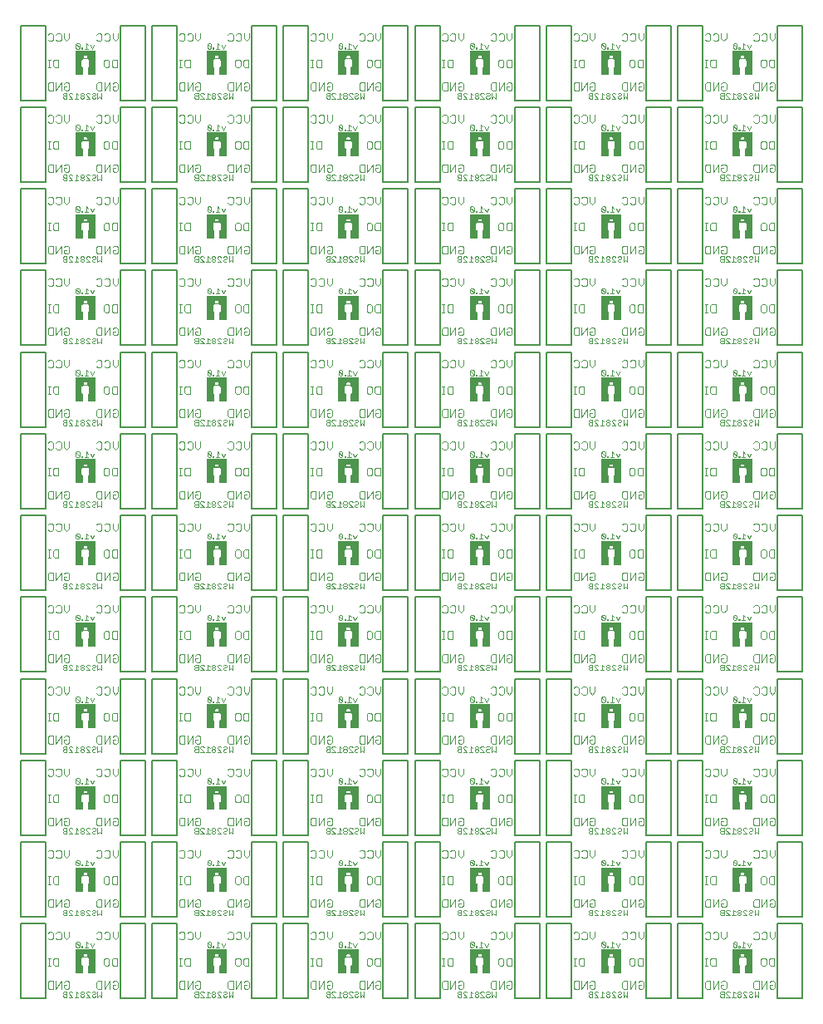
<source format=gbo>
G75*
%MOIN*%
%OFA0B0*%
%FSLAX24Y24*%
%IPPOS*%
%LPD*%
%AMOC8*
5,1,8,0,0,1.08239X$1,22.5*
%
%ADD10C,0.0030*%
%ADD11C,0.0040*%
%ADD12C,0.0080*%
%ADD13C,0.0010*%
D10*
X003387Y000352D02*
X003424Y000315D01*
X003534Y000315D01*
X003534Y000535D01*
X003424Y000535D01*
X003387Y000498D01*
X003387Y000462D01*
X003424Y000425D01*
X003534Y000425D01*
X003617Y000462D02*
X003617Y000498D01*
X003654Y000535D01*
X003727Y000535D01*
X003764Y000498D01*
X003617Y000462D02*
X003764Y000315D01*
X003617Y000315D01*
X003424Y000425D02*
X003387Y000388D01*
X003387Y000352D01*
X003847Y000315D02*
X003994Y000315D01*
X003921Y000315D02*
X003921Y000535D01*
X003994Y000462D01*
X004077Y000462D02*
X004114Y000425D01*
X004188Y000425D01*
X004224Y000462D01*
X004224Y000498D01*
X004188Y000535D01*
X004114Y000535D01*
X004077Y000498D01*
X004077Y000462D01*
X004114Y000425D02*
X004077Y000388D01*
X004077Y000352D01*
X004114Y000315D01*
X004188Y000315D01*
X004224Y000352D01*
X004224Y000388D01*
X004188Y000425D01*
X004308Y000462D02*
X004308Y000498D01*
X004344Y000535D01*
X004418Y000535D01*
X004454Y000498D01*
X004538Y000498D02*
X004575Y000535D01*
X004648Y000535D01*
X004685Y000498D01*
X004685Y000462D01*
X004648Y000425D01*
X004575Y000425D01*
X004538Y000388D01*
X004538Y000352D01*
X004575Y000315D01*
X004648Y000315D01*
X004685Y000352D01*
X004768Y000315D02*
X004768Y000535D01*
X004915Y000535D02*
X004915Y000315D01*
X004841Y000388D01*
X004768Y000315D01*
X004454Y000315D02*
X004308Y000462D01*
X004308Y000315D02*
X004454Y000315D01*
X004390Y002315D02*
X004244Y002315D01*
X004317Y002315D02*
X004317Y002535D01*
X004390Y002462D01*
X004474Y002462D02*
X004547Y002315D01*
X004620Y002462D01*
X004160Y002352D02*
X004123Y002352D01*
X004123Y002315D01*
X004160Y002315D01*
X004160Y002352D01*
X004045Y002352D02*
X003898Y002498D01*
X003898Y002352D01*
X003935Y002315D01*
X004008Y002315D01*
X004045Y002352D01*
X004045Y002498D01*
X004008Y002535D01*
X003935Y002535D01*
X003898Y002498D01*
X003921Y003591D02*
X003921Y003811D01*
X003994Y003737D01*
X004077Y003737D02*
X004114Y003701D01*
X004188Y003701D01*
X004224Y003737D01*
X004224Y003774D01*
X004188Y003811D01*
X004114Y003811D01*
X004077Y003774D01*
X004077Y003737D01*
X004114Y003701D02*
X004077Y003664D01*
X004077Y003627D01*
X004114Y003591D01*
X004188Y003591D01*
X004224Y003627D01*
X004224Y003664D01*
X004188Y003701D01*
X004308Y003737D02*
X004308Y003774D01*
X004344Y003811D01*
X004418Y003811D01*
X004454Y003774D01*
X004538Y003774D02*
X004575Y003811D01*
X004648Y003811D01*
X004685Y003774D01*
X004685Y003737D01*
X004648Y003701D01*
X004575Y003701D01*
X004538Y003664D01*
X004538Y003627D01*
X004575Y003591D01*
X004648Y003591D01*
X004685Y003627D01*
X004768Y003591D02*
X004768Y003811D01*
X004915Y003811D02*
X004915Y003591D01*
X004841Y003664D01*
X004768Y003591D01*
X004454Y003591D02*
X004308Y003737D01*
X004308Y003591D02*
X004454Y003591D01*
X003994Y003591D02*
X003847Y003591D01*
X003764Y003591D02*
X003617Y003737D01*
X003617Y003774D01*
X003654Y003811D01*
X003727Y003811D01*
X003764Y003774D01*
X003764Y003591D02*
X003617Y003591D01*
X003534Y003591D02*
X003424Y003591D01*
X003387Y003627D01*
X003387Y003664D01*
X003424Y003701D01*
X003534Y003701D01*
X003534Y003811D02*
X003424Y003811D01*
X003387Y003774D01*
X003387Y003737D01*
X003424Y003701D01*
X003534Y003591D02*
X003534Y003811D01*
X003935Y005591D02*
X004008Y005591D01*
X004045Y005627D01*
X003898Y005774D01*
X003898Y005627D01*
X003935Y005591D01*
X004045Y005627D02*
X004045Y005774D01*
X004008Y005811D01*
X003935Y005811D01*
X003898Y005774D01*
X004123Y005627D02*
X004123Y005591D01*
X004160Y005591D01*
X004160Y005627D01*
X004123Y005627D01*
X004244Y005591D02*
X004390Y005591D01*
X004317Y005591D02*
X004317Y005811D01*
X004390Y005737D01*
X004474Y005737D02*
X004547Y005591D01*
X004620Y005737D01*
X004648Y006866D02*
X004685Y006903D01*
X004648Y006866D02*
X004575Y006866D01*
X004538Y006903D01*
X004538Y006940D01*
X004575Y006976D01*
X004648Y006976D01*
X004685Y007013D01*
X004685Y007050D01*
X004648Y007086D01*
X004575Y007086D01*
X004538Y007050D01*
X004454Y007050D02*
X004418Y007086D01*
X004344Y007086D01*
X004308Y007050D01*
X004308Y007013D01*
X004454Y006866D01*
X004308Y006866D01*
X004224Y006903D02*
X004224Y006940D01*
X004188Y006976D01*
X004114Y006976D01*
X004077Y006940D01*
X004077Y006903D01*
X004114Y006866D01*
X004188Y006866D01*
X004224Y006903D01*
X004188Y006976D02*
X004224Y007013D01*
X004224Y007050D01*
X004188Y007086D01*
X004114Y007086D01*
X004077Y007050D01*
X004077Y007013D01*
X004114Y006976D01*
X003994Y007013D02*
X003921Y007086D01*
X003921Y006866D01*
X003994Y006866D02*
X003847Y006866D01*
X003764Y006866D02*
X003617Y007013D01*
X003617Y007050D01*
X003654Y007086D01*
X003727Y007086D01*
X003764Y007050D01*
X003764Y006866D02*
X003617Y006866D01*
X003534Y006866D02*
X003424Y006866D01*
X003387Y006903D01*
X003387Y006940D01*
X003424Y006976D01*
X003534Y006976D01*
X003534Y006866D02*
X003534Y007086D01*
X003424Y007086D01*
X003387Y007050D01*
X003387Y007013D01*
X003424Y006976D01*
X004768Y006866D02*
X004768Y007086D01*
X004915Y007086D02*
X004915Y006866D01*
X004841Y006940D01*
X004768Y006866D01*
X004547Y008866D02*
X004474Y009013D01*
X004390Y009013D02*
X004317Y009086D01*
X004317Y008866D01*
X004390Y008866D02*
X004244Y008866D01*
X004160Y008866D02*
X004123Y008866D01*
X004123Y008903D01*
X004160Y008903D01*
X004160Y008866D01*
X004045Y008903D02*
X003898Y009050D01*
X003898Y008903D01*
X003935Y008866D01*
X004008Y008866D01*
X004045Y008903D01*
X004045Y009050D01*
X004008Y009086D01*
X003935Y009086D01*
X003898Y009050D01*
X004547Y008866D02*
X004620Y009013D01*
X004648Y010142D02*
X004685Y010178D01*
X004648Y010142D02*
X004575Y010142D01*
X004538Y010178D01*
X004538Y010215D01*
X004575Y010252D01*
X004648Y010252D01*
X004685Y010289D01*
X004685Y010325D01*
X004648Y010362D01*
X004575Y010362D01*
X004538Y010325D01*
X004454Y010325D02*
X004418Y010362D01*
X004344Y010362D01*
X004308Y010325D01*
X004308Y010289D01*
X004454Y010142D01*
X004308Y010142D01*
X004224Y010178D02*
X004224Y010215D01*
X004188Y010252D01*
X004114Y010252D01*
X004077Y010215D01*
X004077Y010178D01*
X004114Y010142D01*
X004188Y010142D01*
X004224Y010178D01*
X004188Y010252D02*
X004224Y010289D01*
X004224Y010325D01*
X004188Y010362D01*
X004114Y010362D01*
X004077Y010325D01*
X004077Y010289D01*
X004114Y010252D01*
X003994Y010289D02*
X003921Y010362D01*
X003921Y010142D01*
X003994Y010142D02*
X003847Y010142D01*
X003764Y010142D02*
X003617Y010289D01*
X003617Y010325D01*
X003654Y010362D01*
X003727Y010362D01*
X003764Y010325D01*
X003764Y010142D02*
X003617Y010142D01*
X003534Y010142D02*
X003424Y010142D01*
X003387Y010178D01*
X003387Y010215D01*
X003424Y010252D01*
X003534Y010252D01*
X003534Y010142D02*
X003534Y010362D01*
X003424Y010362D01*
X003387Y010325D01*
X003387Y010289D01*
X003424Y010252D01*
X004768Y010142D02*
X004768Y010362D01*
X004915Y010362D02*
X004915Y010142D01*
X004841Y010215D01*
X004768Y010142D01*
X004547Y012142D02*
X004474Y012289D01*
X004390Y012289D02*
X004317Y012362D01*
X004317Y012142D01*
X004390Y012142D02*
X004244Y012142D01*
X004160Y012142D02*
X004123Y012142D01*
X004123Y012178D01*
X004160Y012178D01*
X004160Y012142D01*
X004045Y012178D02*
X003898Y012325D01*
X003898Y012178D01*
X003935Y012142D01*
X004008Y012142D01*
X004045Y012178D01*
X004045Y012325D01*
X004008Y012362D01*
X003935Y012362D01*
X003898Y012325D01*
X004547Y012142D02*
X004620Y012289D01*
X004648Y013417D02*
X004685Y013454D01*
X004648Y013417D02*
X004575Y013417D01*
X004538Y013454D01*
X004538Y013491D01*
X004575Y013527D01*
X004648Y013527D01*
X004685Y013564D01*
X004685Y013601D01*
X004648Y013638D01*
X004575Y013638D01*
X004538Y013601D01*
X004454Y013601D02*
X004418Y013638D01*
X004344Y013638D01*
X004308Y013601D01*
X004308Y013564D01*
X004454Y013417D01*
X004308Y013417D01*
X004224Y013454D02*
X004224Y013491D01*
X004188Y013527D01*
X004114Y013527D01*
X004077Y013491D01*
X004077Y013454D01*
X004114Y013417D01*
X004188Y013417D01*
X004224Y013454D01*
X004188Y013527D02*
X004224Y013564D01*
X004224Y013601D01*
X004188Y013638D01*
X004114Y013638D01*
X004077Y013601D01*
X004077Y013564D01*
X004114Y013527D01*
X003994Y013564D02*
X003921Y013638D01*
X003921Y013417D01*
X003994Y013417D02*
X003847Y013417D01*
X003764Y013417D02*
X003617Y013564D01*
X003617Y013601D01*
X003654Y013638D01*
X003727Y013638D01*
X003764Y013601D01*
X003764Y013417D02*
X003617Y013417D01*
X003534Y013417D02*
X003424Y013417D01*
X003387Y013454D01*
X003387Y013491D01*
X003424Y013527D01*
X003534Y013527D01*
X003534Y013417D02*
X003534Y013638D01*
X003424Y013638D01*
X003387Y013601D01*
X003387Y013564D01*
X003424Y013527D01*
X004768Y013417D02*
X004768Y013638D01*
X004915Y013638D02*
X004915Y013417D01*
X004841Y013491D01*
X004768Y013417D01*
X004547Y015417D02*
X004474Y015564D01*
X004390Y015564D02*
X004317Y015638D01*
X004317Y015417D01*
X004390Y015417D02*
X004244Y015417D01*
X004160Y015417D02*
X004123Y015417D01*
X004123Y015454D01*
X004160Y015454D01*
X004160Y015417D01*
X004045Y015454D02*
X003898Y015601D01*
X003898Y015454D01*
X003935Y015417D01*
X004008Y015417D01*
X004045Y015454D01*
X004045Y015601D01*
X004008Y015638D01*
X003935Y015638D01*
X003898Y015601D01*
X004547Y015417D02*
X004620Y015564D01*
X004648Y016693D02*
X004685Y016730D01*
X004648Y016693D02*
X004575Y016693D01*
X004538Y016730D01*
X004538Y016766D01*
X004575Y016803D01*
X004648Y016803D01*
X004685Y016840D01*
X004685Y016876D01*
X004648Y016913D01*
X004575Y016913D01*
X004538Y016876D01*
X004454Y016876D02*
X004418Y016913D01*
X004344Y016913D01*
X004308Y016876D01*
X004308Y016840D01*
X004454Y016693D01*
X004308Y016693D01*
X004224Y016730D02*
X004224Y016766D01*
X004188Y016803D01*
X004114Y016803D01*
X004077Y016766D01*
X004077Y016730D01*
X004114Y016693D01*
X004188Y016693D01*
X004224Y016730D01*
X004188Y016803D02*
X004224Y016840D01*
X004224Y016876D01*
X004188Y016913D01*
X004114Y016913D01*
X004077Y016876D01*
X004077Y016840D01*
X004114Y016803D01*
X003994Y016840D02*
X003921Y016913D01*
X003921Y016693D01*
X003994Y016693D02*
X003847Y016693D01*
X003764Y016693D02*
X003617Y016840D01*
X003617Y016876D01*
X003654Y016913D01*
X003727Y016913D01*
X003764Y016876D01*
X003764Y016693D02*
X003617Y016693D01*
X003534Y016693D02*
X003424Y016693D01*
X003387Y016730D01*
X003387Y016766D01*
X003424Y016803D01*
X003534Y016803D01*
X003534Y016693D02*
X003534Y016913D01*
X003424Y016913D01*
X003387Y016876D01*
X003387Y016840D01*
X003424Y016803D01*
X004768Y016693D02*
X004768Y016913D01*
X004915Y016913D02*
X004915Y016693D01*
X004841Y016766D01*
X004768Y016693D01*
X004547Y018693D02*
X004474Y018840D01*
X004390Y018840D02*
X004317Y018913D01*
X004317Y018693D01*
X004390Y018693D02*
X004244Y018693D01*
X004160Y018693D02*
X004123Y018693D01*
X004123Y018730D01*
X004160Y018730D01*
X004160Y018693D01*
X004045Y018730D02*
X003898Y018876D01*
X003898Y018730D01*
X003935Y018693D01*
X004008Y018693D01*
X004045Y018730D01*
X004045Y018876D01*
X004008Y018913D01*
X003935Y018913D01*
X003898Y018876D01*
X004547Y018693D02*
X004620Y018840D01*
X004648Y019969D02*
X004685Y020005D01*
X004648Y019969D02*
X004575Y019969D01*
X004538Y020005D01*
X004538Y020042D01*
X004575Y020079D01*
X004648Y020079D01*
X004685Y020115D01*
X004685Y020152D01*
X004648Y020189D01*
X004575Y020189D01*
X004538Y020152D01*
X004454Y020152D02*
X004418Y020189D01*
X004344Y020189D01*
X004308Y020152D01*
X004308Y020115D01*
X004454Y019969D01*
X004308Y019969D01*
X004224Y020005D02*
X004224Y020042D01*
X004188Y020079D01*
X004114Y020079D01*
X004077Y020042D01*
X004077Y020005D01*
X004114Y019969D01*
X004188Y019969D01*
X004224Y020005D01*
X004188Y020079D02*
X004224Y020115D01*
X004224Y020152D01*
X004188Y020189D01*
X004114Y020189D01*
X004077Y020152D01*
X004077Y020115D01*
X004114Y020079D01*
X003994Y020115D02*
X003921Y020189D01*
X003921Y019969D01*
X003994Y019969D02*
X003847Y019969D01*
X003764Y019969D02*
X003617Y020115D01*
X003617Y020152D01*
X003654Y020189D01*
X003727Y020189D01*
X003764Y020152D01*
X003764Y019969D02*
X003617Y019969D01*
X003534Y019969D02*
X003424Y019969D01*
X003387Y020005D01*
X003387Y020042D01*
X003424Y020079D01*
X003534Y020079D01*
X003534Y019969D02*
X003534Y020189D01*
X003424Y020189D01*
X003387Y020152D01*
X003387Y020115D01*
X003424Y020079D01*
X004768Y019969D02*
X004768Y020189D01*
X004915Y020189D02*
X004915Y019969D01*
X004841Y020042D01*
X004768Y019969D01*
X004547Y021969D02*
X004474Y022115D01*
X004390Y022115D02*
X004317Y022189D01*
X004317Y021969D01*
X004390Y021969D02*
X004244Y021969D01*
X004160Y021969D02*
X004123Y021969D01*
X004123Y022005D01*
X004160Y022005D01*
X004160Y021969D01*
X004045Y022005D02*
X003898Y022152D01*
X003898Y022005D01*
X003935Y021969D01*
X004008Y021969D01*
X004045Y022005D01*
X004045Y022152D01*
X004008Y022189D01*
X003935Y022189D01*
X003898Y022152D01*
X004547Y021969D02*
X004620Y022115D01*
X004648Y023244D02*
X004685Y023281D01*
X004648Y023244D02*
X004575Y023244D01*
X004538Y023281D01*
X004538Y023318D01*
X004575Y023354D01*
X004648Y023354D01*
X004685Y023391D01*
X004685Y023428D01*
X004648Y023464D01*
X004575Y023464D01*
X004538Y023428D01*
X004454Y023428D02*
X004418Y023464D01*
X004344Y023464D01*
X004308Y023428D01*
X004308Y023391D01*
X004454Y023244D01*
X004308Y023244D01*
X004224Y023281D02*
X004188Y023244D01*
X004114Y023244D01*
X004077Y023281D01*
X004077Y023318D01*
X004114Y023354D01*
X004188Y023354D01*
X004224Y023391D01*
X004224Y023428D01*
X004188Y023464D01*
X004114Y023464D01*
X004077Y023428D01*
X004077Y023391D01*
X004114Y023354D01*
X004188Y023354D02*
X004224Y023318D01*
X004224Y023281D01*
X003994Y023244D02*
X003847Y023244D01*
X003921Y023244D02*
X003921Y023464D01*
X003994Y023391D01*
X003764Y023428D02*
X003727Y023464D01*
X003654Y023464D01*
X003617Y023428D01*
X003617Y023391D01*
X003764Y023244D01*
X003617Y023244D01*
X003534Y023244D02*
X003424Y023244D01*
X003387Y023281D01*
X003387Y023318D01*
X003424Y023354D01*
X003534Y023354D01*
X003534Y023244D02*
X003534Y023464D01*
X003424Y023464D01*
X003387Y023428D01*
X003387Y023391D01*
X003424Y023354D01*
X004768Y023244D02*
X004768Y023464D01*
X004915Y023464D02*
X004915Y023244D01*
X004841Y023318D01*
X004768Y023244D01*
X004547Y025244D02*
X004474Y025391D01*
X004390Y025391D02*
X004317Y025464D01*
X004317Y025244D01*
X004390Y025244D02*
X004244Y025244D01*
X004160Y025244D02*
X004123Y025244D01*
X004123Y025281D01*
X004160Y025281D01*
X004160Y025244D01*
X004045Y025281D02*
X003898Y025428D01*
X003898Y025281D01*
X003935Y025244D01*
X004008Y025244D01*
X004045Y025281D01*
X004045Y025428D01*
X004008Y025464D01*
X003935Y025464D01*
X003898Y025428D01*
X004547Y025244D02*
X004620Y025391D01*
X004648Y026520D02*
X004685Y026556D01*
X004648Y026520D02*
X004575Y026520D01*
X004538Y026556D01*
X004538Y026593D01*
X004575Y026630D01*
X004648Y026630D01*
X004685Y026667D01*
X004685Y026703D01*
X004648Y026740D01*
X004575Y026740D01*
X004538Y026703D01*
X004454Y026703D02*
X004418Y026740D01*
X004344Y026740D01*
X004308Y026703D01*
X004308Y026667D01*
X004454Y026520D01*
X004308Y026520D01*
X004224Y026556D02*
X004224Y026593D01*
X004188Y026630D01*
X004114Y026630D01*
X004077Y026593D01*
X004077Y026556D01*
X004114Y026520D01*
X004188Y026520D01*
X004224Y026556D01*
X004188Y026630D02*
X004224Y026667D01*
X004224Y026703D01*
X004188Y026740D01*
X004114Y026740D01*
X004077Y026703D01*
X004077Y026667D01*
X004114Y026630D01*
X003994Y026667D02*
X003921Y026740D01*
X003921Y026520D01*
X003994Y026520D02*
X003847Y026520D01*
X003764Y026520D02*
X003617Y026667D01*
X003617Y026703D01*
X003654Y026740D01*
X003727Y026740D01*
X003764Y026703D01*
X003764Y026520D02*
X003617Y026520D01*
X003534Y026520D02*
X003424Y026520D01*
X003387Y026556D01*
X003387Y026593D01*
X003424Y026630D01*
X003534Y026630D01*
X003534Y026740D02*
X003424Y026740D01*
X003387Y026703D01*
X003387Y026667D01*
X003424Y026630D01*
X003534Y026520D02*
X003534Y026740D01*
X004768Y026740D02*
X004768Y026520D01*
X004841Y026593D01*
X004915Y026520D01*
X004915Y026740D01*
X004547Y028520D02*
X004474Y028667D01*
X004390Y028667D02*
X004317Y028740D01*
X004317Y028520D01*
X004390Y028520D02*
X004244Y028520D01*
X004160Y028520D02*
X004123Y028520D01*
X004123Y028556D01*
X004160Y028556D01*
X004160Y028520D01*
X004045Y028556D02*
X003898Y028703D01*
X003898Y028556D01*
X003935Y028520D01*
X004008Y028520D01*
X004045Y028556D01*
X004045Y028703D01*
X004008Y028740D01*
X003935Y028740D01*
X003898Y028703D01*
X004547Y028520D02*
X004620Y028667D01*
X004648Y029795D02*
X004685Y029832D01*
X004648Y029795D02*
X004575Y029795D01*
X004538Y029832D01*
X004538Y029869D01*
X004575Y029905D01*
X004648Y029905D01*
X004685Y029942D01*
X004685Y029979D01*
X004648Y030016D01*
X004575Y030016D01*
X004538Y029979D01*
X004454Y029979D02*
X004418Y030016D01*
X004344Y030016D01*
X004308Y029979D01*
X004308Y029942D01*
X004454Y029795D01*
X004308Y029795D01*
X004224Y029832D02*
X004224Y029869D01*
X004188Y029905D01*
X004114Y029905D01*
X004077Y029869D01*
X004077Y029832D01*
X004114Y029795D01*
X004188Y029795D01*
X004224Y029832D01*
X004188Y029905D02*
X004224Y029942D01*
X004224Y029979D01*
X004188Y030016D01*
X004114Y030016D01*
X004077Y029979D01*
X004077Y029942D01*
X004114Y029905D01*
X003994Y029942D02*
X003921Y030016D01*
X003921Y029795D01*
X003994Y029795D02*
X003847Y029795D01*
X003764Y029795D02*
X003617Y029942D01*
X003617Y029979D01*
X003654Y030016D01*
X003727Y030016D01*
X003764Y029979D01*
X003764Y029795D02*
X003617Y029795D01*
X003534Y029795D02*
X003424Y029795D01*
X003387Y029832D01*
X003387Y029869D01*
X003424Y029905D01*
X003534Y029905D01*
X003534Y029795D02*
X003534Y030016D01*
X003424Y030016D01*
X003387Y029979D01*
X003387Y029942D01*
X003424Y029905D01*
X004768Y029795D02*
X004768Y030016D01*
X004915Y030016D02*
X004915Y029795D01*
X004841Y029869D01*
X004768Y029795D01*
X004547Y031795D02*
X004474Y031942D01*
X004390Y031942D02*
X004317Y032016D01*
X004317Y031795D01*
X004390Y031795D02*
X004244Y031795D01*
X004160Y031795D02*
X004123Y031795D01*
X004123Y031832D01*
X004160Y031832D01*
X004160Y031795D01*
X004045Y031832D02*
X003898Y031979D01*
X003898Y031832D01*
X003935Y031795D01*
X004008Y031795D01*
X004045Y031832D01*
X004045Y031979D01*
X004008Y032016D01*
X003935Y032016D01*
X003898Y031979D01*
X004547Y031795D02*
X004620Y031942D01*
X004648Y033071D02*
X004685Y033108D01*
X004648Y033071D02*
X004575Y033071D01*
X004538Y033108D01*
X004538Y033144D01*
X004575Y033181D01*
X004648Y033181D01*
X004685Y033218D01*
X004685Y033254D01*
X004648Y033291D01*
X004575Y033291D01*
X004538Y033254D01*
X004454Y033254D02*
X004418Y033291D01*
X004344Y033291D01*
X004308Y033254D01*
X004308Y033218D01*
X004454Y033071D01*
X004308Y033071D01*
X004224Y033108D02*
X004224Y033144D01*
X004188Y033181D01*
X004114Y033181D01*
X004077Y033144D01*
X004077Y033108D01*
X004114Y033071D01*
X004188Y033071D01*
X004224Y033108D01*
X004188Y033181D02*
X004224Y033218D01*
X004224Y033254D01*
X004188Y033291D01*
X004114Y033291D01*
X004077Y033254D01*
X004077Y033218D01*
X004114Y033181D01*
X003994Y033218D02*
X003921Y033291D01*
X003921Y033071D01*
X003994Y033071D02*
X003847Y033071D01*
X003764Y033071D02*
X003617Y033218D01*
X003617Y033254D01*
X003654Y033291D01*
X003727Y033291D01*
X003764Y033254D01*
X003764Y033071D02*
X003617Y033071D01*
X003534Y033071D02*
X003424Y033071D01*
X003387Y033108D01*
X003387Y033144D01*
X003424Y033181D01*
X003534Y033181D01*
X003534Y033291D02*
X003424Y033291D01*
X003387Y033254D01*
X003387Y033218D01*
X003424Y033181D01*
X003534Y033071D02*
X003534Y033291D01*
X004768Y033291D02*
X004768Y033071D01*
X004841Y033144D01*
X004915Y033071D01*
X004915Y033291D01*
X004547Y035071D02*
X004474Y035218D01*
X004390Y035218D02*
X004317Y035291D01*
X004317Y035071D01*
X004390Y035071D02*
X004244Y035071D01*
X004160Y035071D02*
X004160Y035108D01*
X004123Y035108D01*
X004123Y035071D01*
X004160Y035071D01*
X004045Y035108D02*
X004008Y035071D01*
X003935Y035071D01*
X003898Y035108D01*
X003898Y035254D01*
X004045Y035108D01*
X004045Y035254D01*
X004008Y035291D01*
X003935Y035291D01*
X003898Y035254D01*
X004547Y035071D02*
X004620Y035218D01*
X004648Y036346D02*
X004685Y036383D01*
X004648Y036346D02*
X004575Y036346D01*
X004538Y036383D01*
X004538Y036420D01*
X004575Y036457D01*
X004648Y036457D01*
X004685Y036493D01*
X004685Y036530D01*
X004648Y036567D01*
X004575Y036567D01*
X004538Y036530D01*
X004454Y036530D02*
X004418Y036567D01*
X004344Y036567D01*
X004308Y036530D01*
X004308Y036493D01*
X004454Y036346D01*
X004308Y036346D01*
X004224Y036383D02*
X004224Y036420D01*
X004188Y036457D01*
X004114Y036457D01*
X004077Y036420D01*
X004077Y036383D01*
X004114Y036346D01*
X004188Y036346D01*
X004224Y036383D01*
X004188Y036457D02*
X004224Y036493D01*
X004224Y036530D01*
X004188Y036567D01*
X004114Y036567D01*
X004077Y036530D01*
X004077Y036493D01*
X004114Y036457D01*
X003994Y036493D02*
X003921Y036567D01*
X003921Y036346D01*
X003994Y036346D02*
X003847Y036346D01*
X003764Y036346D02*
X003617Y036493D01*
X003617Y036530D01*
X003654Y036567D01*
X003727Y036567D01*
X003764Y036530D01*
X003764Y036346D02*
X003617Y036346D01*
X003534Y036346D02*
X003424Y036346D01*
X003387Y036383D01*
X003387Y036420D01*
X003424Y036457D01*
X003534Y036457D01*
X003534Y036567D02*
X003424Y036567D01*
X003387Y036530D01*
X003387Y036493D01*
X003424Y036457D01*
X003534Y036567D02*
X003534Y036346D01*
X004768Y036346D02*
X004768Y036567D01*
X004915Y036567D02*
X004915Y036346D01*
X004841Y036420D01*
X004768Y036346D01*
X004547Y038346D02*
X004474Y038493D01*
X004390Y038493D02*
X004317Y038567D01*
X004317Y038346D01*
X004390Y038346D02*
X004244Y038346D01*
X004160Y038346D02*
X004123Y038346D01*
X004123Y038383D01*
X004160Y038383D01*
X004160Y038346D01*
X004045Y038383D02*
X003898Y038530D01*
X003898Y038383D01*
X003935Y038346D01*
X004008Y038346D01*
X004045Y038383D01*
X004045Y038530D01*
X004008Y038567D01*
X003935Y038567D01*
X003898Y038530D01*
X004547Y038346D02*
X004620Y038493D01*
X008662Y036530D02*
X008662Y036493D01*
X008699Y036457D01*
X008809Y036457D01*
X008893Y036493D02*
X008893Y036530D01*
X008929Y036567D01*
X009003Y036567D01*
X009039Y036530D01*
X008893Y036493D02*
X009039Y036346D01*
X008893Y036346D01*
X008809Y036346D02*
X008699Y036346D01*
X008662Y036383D01*
X008662Y036420D01*
X008699Y036457D01*
X008662Y036530D02*
X008699Y036567D01*
X008809Y036567D01*
X008809Y036346D01*
X009123Y036346D02*
X009270Y036346D01*
X009196Y036346D02*
X009196Y036567D01*
X009270Y036493D01*
X009353Y036493D02*
X009390Y036457D01*
X009463Y036457D01*
X009500Y036493D01*
X009500Y036530D01*
X009463Y036567D01*
X009390Y036567D01*
X009353Y036530D01*
X009353Y036493D01*
X009390Y036457D02*
X009353Y036420D01*
X009353Y036383D01*
X009390Y036346D01*
X009463Y036346D01*
X009500Y036383D01*
X009500Y036420D01*
X009463Y036457D01*
X009583Y036493D02*
X009583Y036530D01*
X009620Y036567D01*
X009693Y036567D01*
X009730Y036530D01*
X009813Y036530D02*
X009850Y036567D01*
X009924Y036567D01*
X009960Y036530D01*
X009960Y036493D01*
X009924Y036457D01*
X009850Y036457D01*
X009813Y036420D01*
X009813Y036383D01*
X009850Y036346D01*
X009924Y036346D01*
X009960Y036383D01*
X010044Y036346D02*
X010044Y036567D01*
X010190Y036567D02*
X010190Y036346D01*
X010117Y036420D01*
X010044Y036346D01*
X009730Y036346D02*
X009583Y036493D01*
X009583Y036346D02*
X009730Y036346D01*
X009592Y035291D02*
X009592Y035071D01*
X009519Y035071D02*
X009666Y035071D01*
X009666Y035218D02*
X009592Y035291D01*
X009749Y035218D02*
X009823Y035071D01*
X009896Y035218D01*
X009436Y035108D02*
X009436Y035071D01*
X009399Y035071D01*
X009399Y035108D01*
X009436Y035108D01*
X009321Y035108D02*
X009284Y035071D01*
X009210Y035071D01*
X009174Y035108D01*
X009174Y035254D01*
X009321Y035108D01*
X009321Y035254D01*
X009284Y035291D01*
X009210Y035291D01*
X009174Y035254D01*
X009196Y033291D02*
X009196Y033071D01*
X009123Y033071D02*
X009270Y033071D01*
X009353Y033108D02*
X009390Y033071D01*
X009463Y033071D01*
X009500Y033108D01*
X009500Y033144D01*
X009463Y033181D01*
X009390Y033181D01*
X009353Y033144D01*
X009353Y033108D01*
X009390Y033181D02*
X009353Y033218D01*
X009353Y033254D01*
X009390Y033291D01*
X009463Y033291D01*
X009500Y033254D01*
X009500Y033218D01*
X009463Y033181D01*
X009583Y033218D02*
X009583Y033254D01*
X009620Y033291D01*
X009693Y033291D01*
X009730Y033254D01*
X009813Y033254D02*
X009850Y033291D01*
X009924Y033291D01*
X009960Y033254D01*
X009960Y033218D01*
X009924Y033181D01*
X009850Y033181D01*
X009813Y033144D01*
X009813Y033108D01*
X009850Y033071D01*
X009924Y033071D01*
X009960Y033108D01*
X010044Y033071D02*
X010044Y033291D01*
X010190Y033291D02*
X010190Y033071D01*
X010117Y033144D01*
X010044Y033071D01*
X009730Y033071D02*
X009583Y033218D01*
X009583Y033071D02*
X009730Y033071D01*
X009270Y033218D02*
X009196Y033291D01*
X009039Y033254D02*
X009003Y033291D01*
X008929Y033291D01*
X008893Y033254D01*
X008893Y033218D01*
X009039Y033071D01*
X008893Y033071D01*
X008809Y033071D02*
X008699Y033071D01*
X008662Y033108D01*
X008662Y033144D01*
X008699Y033181D01*
X008809Y033181D01*
X008699Y033181D02*
X008662Y033218D01*
X008662Y033254D01*
X008699Y033291D01*
X008809Y033291D01*
X008809Y033071D01*
X009210Y032016D02*
X009174Y031979D01*
X009321Y031832D01*
X009284Y031795D01*
X009210Y031795D01*
X009174Y031832D01*
X009174Y031979D01*
X009210Y032016D02*
X009284Y032016D01*
X009321Y031979D01*
X009321Y031832D01*
X009399Y031832D02*
X009399Y031795D01*
X009436Y031795D01*
X009436Y031832D01*
X009399Y031832D01*
X009519Y031795D02*
X009666Y031795D01*
X009592Y031795D02*
X009592Y032016D01*
X009666Y031942D01*
X009749Y031942D02*
X009823Y031795D01*
X009896Y031942D01*
X009924Y030016D02*
X009960Y029979D01*
X009960Y029942D01*
X009924Y029905D01*
X009850Y029905D01*
X009813Y029869D01*
X009813Y029832D01*
X009850Y029795D01*
X009924Y029795D01*
X009960Y029832D01*
X010044Y029795D02*
X010044Y030016D01*
X009924Y030016D02*
X009850Y030016D01*
X009813Y029979D01*
X009730Y029979D02*
X009693Y030016D01*
X009620Y030016D01*
X009583Y029979D01*
X009583Y029942D01*
X009730Y029795D01*
X009583Y029795D01*
X009500Y029832D02*
X009500Y029869D01*
X009463Y029905D01*
X009390Y029905D01*
X009353Y029869D01*
X009353Y029832D01*
X009390Y029795D01*
X009463Y029795D01*
X009500Y029832D01*
X009463Y029905D02*
X009500Y029942D01*
X009500Y029979D01*
X009463Y030016D01*
X009390Y030016D01*
X009353Y029979D01*
X009353Y029942D01*
X009390Y029905D01*
X009270Y029942D02*
X009196Y030016D01*
X009196Y029795D01*
X009123Y029795D02*
X009270Y029795D01*
X009039Y029795D02*
X008893Y029942D01*
X008893Y029979D01*
X008929Y030016D01*
X009003Y030016D01*
X009039Y029979D01*
X009039Y029795D02*
X008893Y029795D01*
X008809Y029795D02*
X008699Y029795D01*
X008662Y029832D01*
X008662Y029869D01*
X008699Y029905D01*
X008809Y029905D01*
X008809Y029795D02*
X008809Y030016D01*
X008699Y030016D01*
X008662Y029979D01*
X008662Y029942D01*
X008699Y029905D01*
X009210Y028740D02*
X009174Y028703D01*
X009321Y028556D01*
X009284Y028520D01*
X009210Y028520D01*
X009174Y028556D01*
X009174Y028703D01*
X009210Y028740D02*
X009284Y028740D01*
X009321Y028703D01*
X009321Y028556D01*
X009399Y028556D02*
X009399Y028520D01*
X009436Y028520D01*
X009436Y028556D01*
X009399Y028556D01*
X009519Y028520D02*
X009666Y028520D01*
X009592Y028520D02*
X009592Y028740D01*
X009666Y028667D01*
X009749Y028667D02*
X009823Y028520D01*
X009896Y028667D01*
X010044Y029795D02*
X010117Y029869D01*
X010190Y029795D01*
X010190Y030016D01*
X010190Y026740D02*
X010190Y026520D01*
X010117Y026593D01*
X010044Y026520D01*
X010044Y026740D01*
X009960Y026703D02*
X009960Y026667D01*
X009924Y026630D01*
X009850Y026630D01*
X009813Y026593D01*
X009813Y026556D01*
X009850Y026520D01*
X009924Y026520D01*
X009960Y026556D01*
X009960Y026703D02*
X009924Y026740D01*
X009850Y026740D01*
X009813Y026703D01*
X009730Y026703D02*
X009693Y026740D01*
X009620Y026740D01*
X009583Y026703D01*
X009583Y026667D01*
X009730Y026520D01*
X009583Y026520D01*
X009500Y026556D02*
X009500Y026593D01*
X009463Y026630D01*
X009390Y026630D01*
X009353Y026593D01*
X009353Y026556D01*
X009390Y026520D01*
X009463Y026520D01*
X009500Y026556D01*
X009463Y026630D02*
X009500Y026667D01*
X009500Y026703D01*
X009463Y026740D01*
X009390Y026740D01*
X009353Y026703D01*
X009353Y026667D01*
X009390Y026630D01*
X009270Y026667D02*
X009196Y026740D01*
X009196Y026520D01*
X009123Y026520D02*
X009270Y026520D01*
X009039Y026520D02*
X008893Y026667D01*
X008893Y026703D01*
X008929Y026740D01*
X009003Y026740D01*
X009039Y026703D01*
X009039Y026520D02*
X008893Y026520D01*
X008809Y026520D02*
X008699Y026520D01*
X008662Y026556D01*
X008662Y026593D01*
X008699Y026630D01*
X008809Y026630D01*
X008699Y026630D02*
X008662Y026667D01*
X008662Y026703D01*
X008699Y026740D01*
X008809Y026740D01*
X008809Y026520D01*
X009210Y025464D02*
X009174Y025428D01*
X009321Y025281D01*
X009284Y025244D01*
X009210Y025244D01*
X009174Y025281D01*
X009174Y025428D01*
X009210Y025464D02*
X009284Y025464D01*
X009321Y025428D01*
X009321Y025281D01*
X009399Y025281D02*
X009399Y025244D01*
X009436Y025244D01*
X009436Y025281D01*
X009399Y025281D01*
X009519Y025244D02*
X009666Y025244D01*
X009592Y025244D02*
X009592Y025464D01*
X009666Y025391D01*
X009749Y025391D02*
X009823Y025244D01*
X009896Y025391D01*
X009924Y023464D02*
X009960Y023428D01*
X009960Y023391D01*
X009924Y023354D01*
X009850Y023354D01*
X009813Y023318D01*
X009813Y023281D01*
X009850Y023244D01*
X009924Y023244D01*
X009960Y023281D01*
X010044Y023244D02*
X010044Y023464D01*
X009924Y023464D02*
X009850Y023464D01*
X009813Y023428D01*
X009730Y023428D02*
X009693Y023464D01*
X009620Y023464D01*
X009583Y023428D01*
X009583Y023391D01*
X009730Y023244D01*
X009583Y023244D01*
X009500Y023281D02*
X009463Y023244D01*
X009390Y023244D01*
X009353Y023281D01*
X009353Y023318D01*
X009390Y023354D01*
X009463Y023354D01*
X009500Y023391D01*
X009500Y023428D01*
X009463Y023464D01*
X009390Y023464D01*
X009353Y023428D01*
X009353Y023391D01*
X009390Y023354D01*
X009463Y023354D02*
X009500Y023318D01*
X009500Y023281D01*
X009270Y023244D02*
X009123Y023244D01*
X009196Y023244D02*
X009196Y023464D01*
X009270Y023391D01*
X009039Y023428D02*
X009003Y023464D01*
X008929Y023464D01*
X008893Y023428D01*
X008893Y023391D01*
X009039Y023244D01*
X008893Y023244D01*
X008809Y023244D02*
X008699Y023244D01*
X008662Y023281D01*
X008662Y023318D01*
X008699Y023354D01*
X008809Y023354D01*
X008809Y023244D02*
X008809Y023464D01*
X008699Y023464D01*
X008662Y023428D01*
X008662Y023391D01*
X008699Y023354D01*
X009210Y022189D02*
X009174Y022152D01*
X009321Y022005D01*
X009284Y021969D01*
X009210Y021969D01*
X009174Y022005D01*
X009174Y022152D01*
X009210Y022189D02*
X009284Y022189D01*
X009321Y022152D01*
X009321Y022005D01*
X009399Y022005D02*
X009399Y021969D01*
X009436Y021969D01*
X009436Y022005D01*
X009399Y022005D01*
X009519Y021969D02*
X009666Y021969D01*
X009592Y021969D02*
X009592Y022189D01*
X009666Y022115D01*
X009749Y022115D02*
X009823Y021969D01*
X009896Y022115D01*
X010044Y023244D02*
X010117Y023318D01*
X010190Y023244D01*
X010190Y023464D01*
X010190Y020189D02*
X010190Y019969D01*
X010117Y020042D01*
X010044Y019969D01*
X010044Y020189D01*
X009960Y020152D02*
X009960Y020115D01*
X009924Y020079D01*
X009850Y020079D01*
X009813Y020042D01*
X009813Y020005D01*
X009850Y019969D01*
X009924Y019969D01*
X009960Y020005D01*
X009960Y020152D02*
X009924Y020189D01*
X009850Y020189D01*
X009813Y020152D01*
X009730Y020152D02*
X009693Y020189D01*
X009620Y020189D01*
X009583Y020152D01*
X009583Y020115D01*
X009730Y019969D01*
X009583Y019969D01*
X009500Y020005D02*
X009500Y020042D01*
X009463Y020079D01*
X009390Y020079D01*
X009353Y020042D01*
X009353Y020005D01*
X009390Y019969D01*
X009463Y019969D01*
X009500Y020005D01*
X009463Y020079D02*
X009500Y020115D01*
X009500Y020152D01*
X009463Y020189D01*
X009390Y020189D01*
X009353Y020152D01*
X009353Y020115D01*
X009390Y020079D01*
X009270Y020115D02*
X009196Y020189D01*
X009196Y019969D01*
X009123Y019969D02*
X009270Y019969D01*
X009039Y019969D02*
X008893Y020115D01*
X008893Y020152D01*
X008929Y020189D01*
X009003Y020189D01*
X009039Y020152D01*
X009039Y019969D02*
X008893Y019969D01*
X008809Y019969D02*
X008699Y019969D01*
X008662Y020005D01*
X008662Y020042D01*
X008699Y020079D01*
X008809Y020079D01*
X008809Y019969D02*
X008809Y020189D01*
X008699Y020189D01*
X008662Y020152D01*
X008662Y020115D01*
X008699Y020079D01*
X009210Y018913D02*
X009174Y018876D01*
X009321Y018730D01*
X009284Y018693D01*
X009210Y018693D01*
X009174Y018730D01*
X009174Y018876D01*
X009210Y018913D02*
X009284Y018913D01*
X009321Y018876D01*
X009321Y018730D01*
X009399Y018730D02*
X009399Y018693D01*
X009436Y018693D01*
X009436Y018730D01*
X009399Y018730D01*
X009519Y018693D02*
X009666Y018693D01*
X009592Y018693D02*
X009592Y018913D01*
X009666Y018840D01*
X009749Y018840D02*
X009823Y018693D01*
X009896Y018840D01*
X009924Y016913D02*
X009960Y016876D01*
X009960Y016840D01*
X009924Y016803D01*
X009850Y016803D01*
X009813Y016766D01*
X009813Y016730D01*
X009850Y016693D01*
X009924Y016693D01*
X009960Y016730D01*
X010044Y016693D02*
X010044Y016913D01*
X009924Y016913D02*
X009850Y016913D01*
X009813Y016876D01*
X009730Y016876D02*
X009693Y016913D01*
X009620Y016913D01*
X009583Y016876D01*
X009583Y016840D01*
X009730Y016693D01*
X009583Y016693D01*
X009500Y016730D02*
X009500Y016766D01*
X009463Y016803D01*
X009390Y016803D01*
X009353Y016766D01*
X009353Y016730D01*
X009390Y016693D01*
X009463Y016693D01*
X009500Y016730D01*
X009463Y016803D02*
X009500Y016840D01*
X009500Y016876D01*
X009463Y016913D01*
X009390Y016913D01*
X009353Y016876D01*
X009353Y016840D01*
X009390Y016803D01*
X009270Y016840D02*
X009196Y016913D01*
X009196Y016693D01*
X009123Y016693D02*
X009270Y016693D01*
X009039Y016693D02*
X008893Y016840D01*
X008893Y016876D01*
X008929Y016913D01*
X009003Y016913D01*
X009039Y016876D01*
X009039Y016693D02*
X008893Y016693D01*
X008809Y016693D02*
X008699Y016693D01*
X008662Y016730D01*
X008662Y016766D01*
X008699Y016803D01*
X008809Y016803D01*
X008699Y016803D02*
X008662Y016840D01*
X008662Y016876D01*
X008699Y016913D01*
X008809Y016913D01*
X008809Y016693D01*
X009210Y015638D02*
X009174Y015601D01*
X009321Y015454D01*
X009284Y015417D01*
X009210Y015417D01*
X009174Y015454D01*
X009174Y015601D01*
X009210Y015638D02*
X009284Y015638D01*
X009321Y015601D01*
X009321Y015454D01*
X009399Y015454D02*
X009399Y015417D01*
X009436Y015417D01*
X009436Y015454D01*
X009399Y015454D01*
X009519Y015417D02*
X009666Y015417D01*
X009592Y015417D02*
X009592Y015638D01*
X009666Y015564D01*
X009749Y015564D02*
X009823Y015417D01*
X009896Y015564D01*
X010044Y016693D02*
X010117Y016766D01*
X010190Y016693D01*
X010190Y016913D01*
X010190Y013638D02*
X010190Y013417D01*
X010117Y013491D01*
X010044Y013417D01*
X010044Y013638D01*
X009960Y013601D02*
X009960Y013564D01*
X009924Y013527D01*
X009850Y013527D01*
X009813Y013491D01*
X009813Y013454D01*
X009850Y013417D01*
X009924Y013417D01*
X009960Y013454D01*
X009960Y013601D02*
X009924Y013638D01*
X009850Y013638D01*
X009813Y013601D01*
X009730Y013601D02*
X009693Y013638D01*
X009620Y013638D01*
X009583Y013601D01*
X009583Y013564D01*
X009730Y013417D01*
X009583Y013417D01*
X009500Y013454D02*
X009500Y013491D01*
X009463Y013527D01*
X009390Y013527D01*
X009353Y013491D01*
X009353Y013454D01*
X009390Y013417D01*
X009463Y013417D01*
X009500Y013454D01*
X009463Y013527D02*
X009500Y013564D01*
X009500Y013601D01*
X009463Y013638D01*
X009390Y013638D01*
X009353Y013601D01*
X009353Y013564D01*
X009390Y013527D01*
X009270Y013564D02*
X009196Y013638D01*
X009196Y013417D01*
X009123Y013417D02*
X009270Y013417D01*
X009039Y013417D02*
X008893Y013564D01*
X008893Y013601D01*
X008929Y013638D01*
X009003Y013638D01*
X009039Y013601D01*
X009039Y013417D02*
X008893Y013417D01*
X008809Y013417D02*
X008699Y013417D01*
X008662Y013454D01*
X008662Y013491D01*
X008699Y013527D01*
X008809Y013527D01*
X008809Y013417D02*
X008809Y013638D01*
X008699Y013638D01*
X008662Y013601D01*
X008662Y013564D01*
X008699Y013527D01*
X009210Y012362D02*
X009174Y012325D01*
X009321Y012178D01*
X009284Y012142D01*
X009210Y012142D01*
X009174Y012178D01*
X009174Y012325D01*
X009210Y012362D02*
X009284Y012362D01*
X009321Y012325D01*
X009321Y012178D01*
X009399Y012178D02*
X009399Y012142D01*
X009436Y012142D01*
X009436Y012178D01*
X009399Y012178D01*
X009519Y012142D02*
X009666Y012142D01*
X009592Y012142D02*
X009592Y012362D01*
X009666Y012289D01*
X009749Y012289D02*
X009823Y012142D01*
X009896Y012289D01*
X009924Y010362D02*
X009960Y010325D01*
X009960Y010289D01*
X009924Y010252D01*
X009850Y010252D01*
X009813Y010215D01*
X009813Y010178D01*
X009850Y010142D01*
X009924Y010142D01*
X009960Y010178D01*
X010044Y010142D02*
X010044Y010362D01*
X009924Y010362D02*
X009850Y010362D01*
X009813Y010325D01*
X009730Y010325D02*
X009693Y010362D01*
X009620Y010362D01*
X009583Y010325D01*
X009583Y010289D01*
X009730Y010142D01*
X009583Y010142D01*
X009500Y010178D02*
X009500Y010215D01*
X009463Y010252D01*
X009390Y010252D01*
X009353Y010215D01*
X009353Y010178D01*
X009390Y010142D01*
X009463Y010142D01*
X009500Y010178D01*
X009463Y010252D02*
X009500Y010289D01*
X009500Y010325D01*
X009463Y010362D01*
X009390Y010362D01*
X009353Y010325D01*
X009353Y010289D01*
X009390Y010252D01*
X009270Y010289D02*
X009196Y010362D01*
X009196Y010142D01*
X009123Y010142D02*
X009270Y010142D01*
X009039Y010142D02*
X008893Y010289D01*
X008893Y010325D01*
X008929Y010362D01*
X009003Y010362D01*
X009039Y010325D01*
X009039Y010142D02*
X008893Y010142D01*
X008809Y010142D02*
X008699Y010142D01*
X008662Y010178D01*
X008662Y010215D01*
X008699Y010252D01*
X008809Y010252D01*
X008699Y010252D02*
X008662Y010289D01*
X008662Y010325D01*
X008699Y010362D01*
X008809Y010362D01*
X008809Y010142D01*
X009210Y009086D02*
X009174Y009050D01*
X009321Y008903D01*
X009284Y008866D01*
X009210Y008866D01*
X009174Y008903D01*
X009174Y009050D01*
X009210Y009086D02*
X009284Y009086D01*
X009321Y009050D01*
X009321Y008903D01*
X009399Y008903D02*
X009399Y008866D01*
X009436Y008866D01*
X009436Y008903D01*
X009399Y008903D01*
X009519Y008866D02*
X009666Y008866D01*
X009592Y008866D02*
X009592Y009086D01*
X009666Y009013D01*
X009749Y009013D02*
X009823Y008866D01*
X009896Y009013D01*
X010044Y010142D02*
X010117Y010215D01*
X010190Y010142D01*
X010190Y010362D01*
X010190Y007086D02*
X010190Y006866D01*
X010117Y006940D01*
X010044Y006866D01*
X010044Y007086D01*
X009960Y007050D02*
X009960Y007013D01*
X009924Y006976D01*
X009850Y006976D01*
X009813Y006940D01*
X009813Y006903D01*
X009850Y006866D01*
X009924Y006866D01*
X009960Y006903D01*
X009960Y007050D02*
X009924Y007086D01*
X009850Y007086D01*
X009813Y007050D01*
X009730Y007050D02*
X009693Y007086D01*
X009620Y007086D01*
X009583Y007050D01*
X009583Y007013D01*
X009730Y006866D01*
X009583Y006866D01*
X009500Y006903D02*
X009500Y006940D01*
X009463Y006976D01*
X009390Y006976D01*
X009353Y006940D01*
X009353Y006903D01*
X009390Y006866D01*
X009463Y006866D01*
X009500Y006903D01*
X009463Y006976D02*
X009500Y007013D01*
X009500Y007050D01*
X009463Y007086D01*
X009390Y007086D01*
X009353Y007050D01*
X009353Y007013D01*
X009390Y006976D01*
X009270Y007013D02*
X009196Y007086D01*
X009196Y006866D01*
X009123Y006866D02*
X009270Y006866D01*
X009039Y006866D02*
X008893Y007013D01*
X008893Y007050D01*
X008929Y007086D01*
X009003Y007086D01*
X009039Y007050D01*
X009039Y006866D02*
X008893Y006866D01*
X008809Y006866D02*
X008699Y006866D01*
X008662Y006903D01*
X008662Y006940D01*
X008699Y006976D01*
X008809Y006976D01*
X008809Y006866D02*
X008809Y007086D01*
X008699Y007086D01*
X008662Y007050D01*
X008662Y007013D01*
X008699Y006976D01*
X009210Y005811D02*
X009174Y005774D01*
X009321Y005627D01*
X009284Y005591D01*
X009210Y005591D01*
X009174Y005627D01*
X009174Y005774D01*
X009210Y005811D02*
X009284Y005811D01*
X009321Y005774D01*
X009321Y005627D01*
X009399Y005627D02*
X009399Y005591D01*
X009436Y005591D01*
X009436Y005627D01*
X009399Y005627D01*
X009519Y005591D02*
X009666Y005591D01*
X009592Y005591D02*
X009592Y005811D01*
X009666Y005737D01*
X009749Y005737D02*
X009823Y005591D01*
X009896Y005737D01*
X009924Y003811D02*
X009960Y003774D01*
X009960Y003737D01*
X009924Y003701D01*
X009850Y003701D01*
X009813Y003664D01*
X009813Y003627D01*
X009850Y003591D01*
X009924Y003591D01*
X009960Y003627D01*
X010044Y003591D02*
X010044Y003811D01*
X009924Y003811D02*
X009850Y003811D01*
X009813Y003774D01*
X009730Y003774D02*
X009693Y003811D01*
X009620Y003811D01*
X009583Y003774D01*
X009583Y003737D01*
X009730Y003591D01*
X009583Y003591D01*
X009500Y003627D02*
X009500Y003664D01*
X009463Y003701D01*
X009390Y003701D01*
X009353Y003664D01*
X009353Y003627D01*
X009390Y003591D01*
X009463Y003591D01*
X009500Y003627D01*
X009463Y003701D02*
X009500Y003737D01*
X009500Y003774D01*
X009463Y003811D01*
X009390Y003811D01*
X009353Y003774D01*
X009353Y003737D01*
X009390Y003701D01*
X009270Y003737D02*
X009196Y003811D01*
X009196Y003591D01*
X009123Y003591D02*
X009270Y003591D01*
X009039Y003591D02*
X008893Y003737D01*
X008893Y003774D01*
X008929Y003811D01*
X009003Y003811D01*
X009039Y003774D01*
X009039Y003591D02*
X008893Y003591D01*
X008809Y003591D02*
X008699Y003591D01*
X008662Y003627D01*
X008662Y003664D01*
X008699Y003701D01*
X008809Y003701D01*
X008809Y003811D02*
X008699Y003811D01*
X008662Y003774D01*
X008662Y003737D01*
X008699Y003701D01*
X008809Y003591D02*
X008809Y003811D01*
X010044Y003591D02*
X010117Y003664D01*
X010190Y003591D01*
X010190Y003811D01*
X009896Y002462D02*
X009823Y002315D01*
X009749Y002462D01*
X009666Y002462D02*
X009592Y002535D01*
X009592Y002315D01*
X009519Y002315D02*
X009666Y002315D01*
X009436Y002315D02*
X009399Y002315D01*
X009399Y002352D01*
X009436Y002352D01*
X009436Y002315D01*
X009321Y002352D02*
X009174Y002498D01*
X009174Y002352D01*
X009210Y002315D01*
X009284Y002315D01*
X009321Y002352D01*
X009321Y002498D01*
X009284Y002535D01*
X009210Y002535D01*
X009174Y002498D01*
X009196Y000535D02*
X009196Y000315D01*
X009123Y000315D02*
X009270Y000315D01*
X009353Y000352D02*
X009390Y000315D01*
X009463Y000315D01*
X009500Y000352D01*
X009500Y000388D01*
X009463Y000425D01*
X009390Y000425D01*
X009353Y000388D01*
X009353Y000352D01*
X009390Y000425D02*
X009353Y000462D01*
X009353Y000498D01*
X009390Y000535D01*
X009463Y000535D01*
X009500Y000498D01*
X009500Y000462D01*
X009463Y000425D01*
X009583Y000462D02*
X009583Y000498D01*
X009620Y000535D01*
X009693Y000535D01*
X009730Y000498D01*
X009813Y000498D02*
X009850Y000535D01*
X009924Y000535D01*
X009960Y000498D01*
X009960Y000462D01*
X009924Y000425D01*
X009850Y000425D01*
X009813Y000388D01*
X009813Y000352D01*
X009850Y000315D01*
X009924Y000315D01*
X009960Y000352D01*
X010044Y000315D02*
X010044Y000535D01*
X010190Y000535D02*
X010190Y000315D01*
X010117Y000388D01*
X010044Y000315D01*
X009730Y000315D02*
X009583Y000462D01*
X009583Y000315D02*
X009730Y000315D01*
X009270Y000462D02*
X009196Y000535D01*
X009039Y000498D02*
X009003Y000535D01*
X008929Y000535D01*
X008893Y000498D01*
X008893Y000462D01*
X009039Y000315D01*
X008893Y000315D01*
X008809Y000315D02*
X008699Y000315D01*
X008662Y000352D01*
X008662Y000388D01*
X008699Y000425D01*
X008809Y000425D01*
X008699Y000425D02*
X008662Y000462D01*
X008662Y000498D01*
X008699Y000535D01*
X008809Y000535D01*
X008809Y000315D01*
X013938Y000352D02*
X013975Y000315D01*
X014085Y000315D01*
X014085Y000535D01*
X013975Y000535D01*
X013938Y000498D01*
X013938Y000462D01*
X013975Y000425D01*
X014085Y000425D01*
X014168Y000462D02*
X014168Y000498D01*
X014205Y000535D01*
X014278Y000535D01*
X014315Y000498D01*
X014168Y000462D02*
X014315Y000315D01*
X014168Y000315D01*
X013975Y000425D02*
X013938Y000388D01*
X013938Y000352D01*
X014398Y000315D02*
X014545Y000315D01*
X014472Y000315D02*
X014472Y000535D01*
X014545Y000462D01*
X014629Y000462D02*
X014665Y000425D01*
X014739Y000425D01*
X014775Y000462D01*
X014775Y000498D01*
X014739Y000535D01*
X014665Y000535D01*
X014629Y000498D01*
X014629Y000462D01*
X014665Y000425D02*
X014629Y000388D01*
X014629Y000352D01*
X014665Y000315D01*
X014739Y000315D01*
X014775Y000352D01*
X014775Y000388D01*
X014739Y000425D01*
X014859Y000462D02*
X014859Y000498D01*
X014895Y000535D01*
X014969Y000535D01*
X015006Y000498D01*
X015089Y000498D02*
X015126Y000535D01*
X015199Y000535D01*
X015236Y000498D01*
X015236Y000462D01*
X015199Y000425D01*
X015126Y000425D01*
X015089Y000388D01*
X015089Y000352D01*
X015126Y000315D01*
X015199Y000315D01*
X015236Y000352D01*
X015319Y000315D02*
X015319Y000535D01*
X015466Y000535D02*
X015466Y000315D01*
X015393Y000388D01*
X015319Y000315D01*
X015006Y000315D02*
X014859Y000462D01*
X014859Y000315D02*
X015006Y000315D01*
X014941Y002315D02*
X014795Y002315D01*
X014868Y002315D02*
X014868Y002535D01*
X014941Y002462D01*
X015025Y002462D02*
X015098Y002315D01*
X015172Y002462D01*
X014711Y002352D02*
X014675Y002352D01*
X014675Y002315D01*
X014711Y002315D01*
X014711Y002352D01*
X014596Y002352D02*
X014449Y002498D01*
X014449Y002352D01*
X014486Y002315D01*
X014559Y002315D01*
X014596Y002352D01*
X014596Y002498D01*
X014559Y002535D01*
X014486Y002535D01*
X014449Y002498D01*
X014472Y003591D02*
X014472Y003811D01*
X014545Y003737D01*
X014629Y003737D02*
X014665Y003701D01*
X014739Y003701D01*
X014775Y003737D01*
X014775Y003774D01*
X014739Y003811D01*
X014665Y003811D01*
X014629Y003774D01*
X014629Y003737D01*
X014665Y003701D02*
X014629Y003664D01*
X014629Y003627D01*
X014665Y003591D01*
X014739Y003591D01*
X014775Y003627D01*
X014775Y003664D01*
X014739Y003701D01*
X014859Y003737D02*
X014859Y003774D01*
X014895Y003811D01*
X014969Y003811D01*
X015006Y003774D01*
X015089Y003774D02*
X015126Y003811D01*
X015199Y003811D01*
X015236Y003774D01*
X015236Y003737D01*
X015199Y003701D01*
X015126Y003701D01*
X015089Y003664D01*
X015089Y003627D01*
X015126Y003591D01*
X015199Y003591D01*
X015236Y003627D01*
X015319Y003591D02*
X015319Y003811D01*
X015466Y003811D02*
X015466Y003591D01*
X015393Y003664D01*
X015319Y003591D01*
X015006Y003591D02*
X014859Y003737D01*
X014859Y003591D02*
X015006Y003591D01*
X014545Y003591D02*
X014398Y003591D01*
X014315Y003591D02*
X014168Y003737D01*
X014168Y003774D01*
X014205Y003811D01*
X014278Y003811D01*
X014315Y003774D01*
X014315Y003591D02*
X014168Y003591D01*
X014085Y003591D02*
X013975Y003591D01*
X013938Y003627D01*
X013938Y003664D01*
X013975Y003701D01*
X014085Y003701D01*
X014085Y003811D02*
X013975Y003811D01*
X013938Y003774D01*
X013938Y003737D01*
X013975Y003701D01*
X014085Y003591D02*
X014085Y003811D01*
X014486Y005591D02*
X014559Y005591D01*
X014596Y005627D01*
X014449Y005774D01*
X014449Y005627D01*
X014486Y005591D01*
X014596Y005627D02*
X014596Y005774D01*
X014559Y005811D01*
X014486Y005811D01*
X014449Y005774D01*
X014675Y005627D02*
X014675Y005591D01*
X014711Y005591D01*
X014711Y005627D01*
X014675Y005627D01*
X014795Y005591D02*
X014941Y005591D01*
X014868Y005591D02*
X014868Y005811D01*
X014941Y005737D01*
X015025Y005737D02*
X015098Y005591D01*
X015172Y005737D01*
X015199Y006866D02*
X015236Y006903D01*
X015199Y006866D02*
X015126Y006866D01*
X015089Y006903D01*
X015089Y006940D01*
X015126Y006976D01*
X015199Y006976D01*
X015236Y007013D01*
X015236Y007050D01*
X015199Y007086D01*
X015126Y007086D01*
X015089Y007050D01*
X015006Y007050D02*
X014969Y007086D01*
X014895Y007086D01*
X014859Y007050D01*
X014859Y007013D01*
X015006Y006866D01*
X014859Y006866D01*
X014775Y006903D02*
X014775Y006940D01*
X014739Y006976D01*
X014665Y006976D01*
X014629Y006940D01*
X014629Y006903D01*
X014665Y006866D01*
X014739Y006866D01*
X014775Y006903D01*
X014739Y006976D02*
X014775Y007013D01*
X014775Y007050D01*
X014739Y007086D01*
X014665Y007086D01*
X014629Y007050D01*
X014629Y007013D01*
X014665Y006976D01*
X014545Y007013D02*
X014472Y007086D01*
X014472Y006866D01*
X014545Y006866D02*
X014398Y006866D01*
X014315Y006866D02*
X014168Y007013D01*
X014168Y007050D01*
X014205Y007086D01*
X014278Y007086D01*
X014315Y007050D01*
X014315Y006866D02*
X014168Y006866D01*
X014085Y006866D02*
X013975Y006866D01*
X013938Y006903D01*
X013938Y006940D01*
X013975Y006976D01*
X014085Y006976D01*
X014085Y006866D02*
X014085Y007086D01*
X013975Y007086D01*
X013938Y007050D01*
X013938Y007013D01*
X013975Y006976D01*
X015319Y006866D02*
X015319Y007086D01*
X015466Y007086D02*
X015466Y006866D01*
X015393Y006940D01*
X015319Y006866D01*
X015098Y008866D02*
X015025Y009013D01*
X014941Y009013D02*
X014868Y009086D01*
X014868Y008866D01*
X014941Y008866D02*
X014795Y008866D01*
X014711Y008866D02*
X014675Y008866D01*
X014675Y008903D01*
X014711Y008903D01*
X014711Y008866D01*
X014596Y008903D02*
X014449Y009050D01*
X014449Y008903D01*
X014486Y008866D01*
X014559Y008866D01*
X014596Y008903D01*
X014596Y009050D01*
X014559Y009086D01*
X014486Y009086D01*
X014449Y009050D01*
X015098Y008866D02*
X015172Y009013D01*
X015199Y010142D02*
X015236Y010178D01*
X015199Y010142D02*
X015126Y010142D01*
X015089Y010178D01*
X015089Y010215D01*
X015126Y010252D01*
X015199Y010252D01*
X015236Y010289D01*
X015236Y010325D01*
X015199Y010362D01*
X015126Y010362D01*
X015089Y010325D01*
X015006Y010325D02*
X014969Y010362D01*
X014895Y010362D01*
X014859Y010325D01*
X014859Y010289D01*
X015006Y010142D01*
X014859Y010142D01*
X014775Y010178D02*
X014775Y010215D01*
X014739Y010252D01*
X014665Y010252D01*
X014629Y010215D01*
X014629Y010178D01*
X014665Y010142D01*
X014739Y010142D01*
X014775Y010178D01*
X014739Y010252D02*
X014775Y010289D01*
X014775Y010325D01*
X014739Y010362D01*
X014665Y010362D01*
X014629Y010325D01*
X014629Y010289D01*
X014665Y010252D01*
X014545Y010289D02*
X014472Y010362D01*
X014472Y010142D01*
X014545Y010142D02*
X014398Y010142D01*
X014315Y010142D02*
X014168Y010289D01*
X014168Y010325D01*
X014205Y010362D01*
X014278Y010362D01*
X014315Y010325D01*
X014315Y010142D02*
X014168Y010142D01*
X014085Y010142D02*
X013975Y010142D01*
X013938Y010178D01*
X013938Y010215D01*
X013975Y010252D01*
X014085Y010252D01*
X014085Y010142D02*
X014085Y010362D01*
X013975Y010362D01*
X013938Y010325D01*
X013938Y010289D01*
X013975Y010252D01*
X015319Y010142D02*
X015319Y010362D01*
X015466Y010362D02*
X015466Y010142D01*
X015393Y010215D01*
X015319Y010142D01*
X015098Y012142D02*
X015025Y012289D01*
X014941Y012289D02*
X014868Y012362D01*
X014868Y012142D01*
X014941Y012142D02*
X014795Y012142D01*
X014711Y012142D02*
X014675Y012142D01*
X014675Y012178D01*
X014711Y012178D01*
X014711Y012142D01*
X014596Y012178D02*
X014449Y012325D01*
X014449Y012178D01*
X014486Y012142D01*
X014559Y012142D01*
X014596Y012178D01*
X014596Y012325D01*
X014559Y012362D01*
X014486Y012362D01*
X014449Y012325D01*
X015098Y012142D02*
X015172Y012289D01*
X015199Y013417D02*
X015236Y013454D01*
X015199Y013417D02*
X015126Y013417D01*
X015089Y013454D01*
X015089Y013491D01*
X015126Y013527D01*
X015199Y013527D01*
X015236Y013564D01*
X015236Y013601D01*
X015199Y013638D01*
X015126Y013638D01*
X015089Y013601D01*
X015006Y013601D02*
X014969Y013638D01*
X014895Y013638D01*
X014859Y013601D01*
X014859Y013564D01*
X015006Y013417D01*
X014859Y013417D01*
X014775Y013454D02*
X014775Y013491D01*
X014739Y013527D01*
X014665Y013527D01*
X014629Y013491D01*
X014629Y013454D01*
X014665Y013417D01*
X014739Y013417D01*
X014775Y013454D01*
X014739Y013527D02*
X014775Y013564D01*
X014775Y013601D01*
X014739Y013638D01*
X014665Y013638D01*
X014629Y013601D01*
X014629Y013564D01*
X014665Y013527D01*
X014545Y013564D02*
X014472Y013638D01*
X014472Y013417D01*
X014545Y013417D02*
X014398Y013417D01*
X014315Y013417D02*
X014168Y013564D01*
X014168Y013601D01*
X014205Y013638D01*
X014278Y013638D01*
X014315Y013601D01*
X014315Y013417D02*
X014168Y013417D01*
X014085Y013417D02*
X013975Y013417D01*
X013938Y013454D01*
X013938Y013491D01*
X013975Y013527D01*
X014085Y013527D01*
X014085Y013417D02*
X014085Y013638D01*
X013975Y013638D01*
X013938Y013601D01*
X013938Y013564D01*
X013975Y013527D01*
X015319Y013417D02*
X015319Y013638D01*
X015466Y013638D02*
X015466Y013417D01*
X015393Y013491D01*
X015319Y013417D01*
X015098Y015417D02*
X015025Y015564D01*
X014941Y015564D02*
X014868Y015638D01*
X014868Y015417D01*
X014941Y015417D02*
X014795Y015417D01*
X014711Y015417D02*
X014675Y015417D01*
X014675Y015454D01*
X014711Y015454D01*
X014711Y015417D01*
X014596Y015454D02*
X014449Y015601D01*
X014449Y015454D01*
X014486Y015417D01*
X014559Y015417D01*
X014596Y015454D01*
X014596Y015601D01*
X014559Y015638D01*
X014486Y015638D01*
X014449Y015601D01*
X015098Y015417D02*
X015172Y015564D01*
X015199Y016693D02*
X015236Y016730D01*
X015199Y016693D02*
X015126Y016693D01*
X015089Y016730D01*
X015089Y016766D01*
X015126Y016803D01*
X015199Y016803D01*
X015236Y016840D01*
X015236Y016876D01*
X015199Y016913D01*
X015126Y016913D01*
X015089Y016876D01*
X015006Y016876D02*
X014969Y016913D01*
X014895Y016913D01*
X014859Y016876D01*
X014859Y016840D01*
X015006Y016693D01*
X014859Y016693D01*
X014775Y016730D02*
X014775Y016766D01*
X014739Y016803D01*
X014665Y016803D01*
X014629Y016766D01*
X014629Y016730D01*
X014665Y016693D01*
X014739Y016693D01*
X014775Y016730D01*
X014739Y016803D02*
X014775Y016840D01*
X014775Y016876D01*
X014739Y016913D01*
X014665Y016913D01*
X014629Y016876D01*
X014629Y016840D01*
X014665Y016803D01*
X014545Y016840D02*
X014472Y016913D01*
X014472Y016693D01*
X014545Y016693D02*
X014398Y016693D01*
X014315Y016693D02*
X014168Y016840D01*
X014168Y016876D01*
X014205Y016913D01*
X014278Y016913D01*
X014315Y016876D01*
X014315Y016693D02*
X014168Y016693D01*
X014085Y016693D02*
X013975Y016693D01*
X013938Y016730D01*
X013938Y016766D01*
X013975Y016803D01*
X014085Y016803D01*
X014085Y016693D02*
X014085Y016913D01*
X013975Y016913D01*
X013938Y016876D01*
X013938Y016840D01*
X013975Y016803D01*
X015319Y016693D02*
X015319Y016913D01*
X015466Y016913D02*
X015466Y016693D01*
X015393Y016766D01*
X015319Y016693D01*
X015098Y018693D02*
X015025Y018840D01*
X014941Y018840D02*
X014868Y018913D01*
X014868Y018693D01*
X014941Y018693D02*
X014795Y018693D01*
X014711Y018693D02*
X014675Y018693D01*
X014675Y018730D01*
X014711Y018730D01*
X014711Y018693D01*
X014596Y018730D02*
X014449Y018876D01*
X014449Y018730D01*
X014486Y018693D01*
X014559Y018693D01*
X014596Y018730D01*
X014596Y018876D01*
X014559Y018913D01*
X014486Y018913D01*
X014449Y018876D01*
X015098Y018693D02*
X015172Y018840D01*
X015199Y019969D02*
X015236Y020005D01*
X015199Y019969D02*
X015126Y019969D01*
X015089Y020005D01*
X015089Y020042D01*
X015126Y020079D01*
X015199Y020079D01*
X015236Y020115D01*
X015236Y020152D01*
X015199Y020189D01*
X015126Y020189D01*
X015089Y020152D01*
X015006Y020152D02*
X014969Y020189D01*
X014895Y020189D01*
X014859Y020152D01*
X014859Y020115D01*
X015006Y019969D01*
X014859Y019969D01*
X014775Y020005D02*
X014775Y020042D01*
X014739Y020079D01*
X014665Y020079D01*
X014629Y020042D01*
X014629Y020005D01*
X014665Y019969D01*
X014739Y019969D01*
X014775Y020005D01*
X014739Y020079D02*
X014775Y020115D01*
X014775Y020152D01*
X014739Y020189D01*
X014665Y020189D01*
X014629Y020152D01*
X014629Y020115D01*
X014665Y020079D01*
X014545Y020115D02*
X014472Y020189D01*
X014472Y019969D01*
X014545Y019969D02*
X014398Y019969D01*
X014315Y019969D02*
X014168Y020115D01*
X014168Y020152D01*
X014205Y020189D01*
X014278Y020189D01*
X014315Y020152D01*
X014315Y019969D02*
X014168Y019969D01*
X014085Y019969D02*
X013975Y019969D01*
X013938Y020005D01*
X013938Y020042D01*
X013975Y020079D01*
X014085Y020079D01*
X014085Y019969D02*
X014085Y020189D01*
X013975Y020189D01*
X013938Y020152D01*
X013938Y020115D01*
X013975Y020079D01*
X015319Y019969D02*
X015319Y020189D01*
X015466Y020189D02*
X015466Y019969D01*
X015393Y020042D01*
X015319Y019969D01*
X015098Y021969D02*
X015025Y022115D01*
X014941Y022115D02*
X014868Y022189D01*
X014868Y021969D01*
X014941Y021969D02*
X014795Y021969D01*
X014711Y021969D02*
X014675Y021969D01*
X014675Y022005D01*
X014711Y022005D01*
X014711Y021969D01*
X014596Y022005D02*
X014449Y022152D01*
X014449Y022005D01*
X014486Y021969D01*
X014559Y021969D01*
X014596Y022005D01*
X014596Y022152D01*
X014559Y022189D01*
X014486Y022189D01*
X014449Y022152D01*
X015098Y021969D02*
X015172Y022115D01*
X015199Y023244D02*
X015236Y023281D01*
X015199Y023244D02*
X015126Y023244D01*
X015089Y023281D01*
X015089Y023318D01*
X015126Y023354D01*
X015199Y023354D01*
X015236Y023391D01*
X015236Y023428D01*
X015199Y023464D01*
X015126Y023464D01*
X015089Y023428D01*
X015006Y023428D02*
X014969Y023464D01*
X014895Y023464D01*
X014859Y023428D01*
X014859Y023391D01*
X015006Y023244D01*
X014859Y023244D01*
X014775Y023281D02*
X014739Y023244D01*
X014665Y023244D01*
X014629Y023281D01*
X014629Y023318D01*
X014665Y023354D01*
X014739Y023354D01*
X014775Y023391D01*
X014775Y023428D01*
X014739Y023464D01*
X014665Y023464D01*
X014629Y023428D01*
X014629Y023391D01*
X014665Y023354D01*
X014739Y023354D02*
X014775Y023318D01*
X014775Y023281D01*
X014545Y023244D02*
X014398Y023244D01*
X014472Y023244D02*
X014472Y023464D01*
X014545Y023391D01*
X014315Y023428D02*
X014278Y023464D01*
X014205Y023464D01*
X014168Y023428D01*
X014168Y023391D01*
X014315Y023244D01*
X014168Y023244D01*
X014085Y023244D02*
X013975Y023244D01*
X013938Y023281D01*
X013938Y023318D01*
X013975Y023354D01*
X014085Y023354D01*
X014085Y023244D02*
X014085Y023464D01*
X013975Y023464D01*
X013938Y023428D01*
X013938Y023391D01*
X013975Y023354D01*
X015319Y023244D02*
X015319Y023464D01*
X015466Y023464D02*
X015466Y023244D01*
X015393Y023318D01*
X015319Y023244D01*
X015098Y025244D02*
X015025Y025391D01*
X014941Y025391D02*
X014868Y025464D01*
X014868Y025244D01*
X014941Y025244D02*
X014795Y025244D01*
X014711Y025244D02*
X014675Y025244D01*
X014675Y025281D01*
X014711Y025281D01*
X014711Y025244D01*
X014596Y025281D02*
X014449Y025428D01*
X014449Y025281D01*
X014486Y025244D01*
X014559Y025244D01*
X014596Y025281D01*
X014596Y025428D01*
X014559Y025464D01*
X014486Y025464D01*
X014449Y025428D01*
X015098Y025244D02*
X015172Y025391D01*
X015199Y026520D02*
X015236Y026556D01*
X015199Y026520D02*
X015126Y026520D01*
X015089Y026556D01*
X015089Y026593D01*
X015126Y026630D01*
X015199Y026630D01*
X015236Y026667D01*
X015236Y026703D01*
X015199Y026740D01*
X015126Y026740D01*
X015089Y026703D01*
X015006Y026703D02*
X014969Y026740D01*
X014895Y026740D01*
X014859Y026703D01*
X014859Y026667D01*
X015006Y026520D01*
X014859Y026520D01*
X014775Y026556D02*
X014775Y026593D01*
X014739Y026630D01*
X014665Y026630D01*
X014629Y026593D01*
X014629Y026556D01*
X014665Y026520D01*
X014739Y026520D01*
X014775Y026556D01*
X014739Y026630D02*
X014775Y026667D01*
X014775Y026703D01*
X014739Y026740D01*
X014665Y026740D01*
X014629Y026703D01*
X014629Y026667D01*
X014665Y026630D01*
X014545Y026667D02*
X014472Y026740D01*
X014472Y026520D01*
X014545Y026520D02*
X014398Y026520D01*
X014315Y026520D02*
X014168Y026667D01*
X014168Y026703D01*
X014205Y026740D01*
X014278Y026740D01*
X014315Y026703D01*
X014315Y026520D02*
X014168Y026520D01*
X014085Y026520D02*
X013975Y026520D01*
X013938Y026556D01*
X013938Y026593D01*
X013975Y026630D01*
X014085Y026630D01*
X014085Y026740D02*
X013975Y026740D01*
X013938Y026703D01*
X013938Y026667D01*
X013975Y026630D01*
X014085Y026520D02*
X014085Y026740D01*
X015319Y026740D02*
X015319Y026520D01*
X015393Y026593D01*
X015466Y026520D01*
X015466Y026740D01*
X015098Y028520D02*
X015025Y028667D01*
X014941Y028667D02*
X014868Y028740D01*
X014868Y028520D01*
X014941Y028520D02*
X014795Y028520D01*
X014711Y028520D02*
X014675Y028520D01*
X014675Y028556D01*
X014711Y028556D01*
X014711Y028520D01*
X014596Y028556D02*
X014449Y028703D01*
X014449Y028556D01*
X014486Y028520D01*
X014559Y028520D01*
X014596Y028556D01*
X014596Y028703D01*
X014559Y028740D01*
X014486Y028740D01*
X014449Y028703D01*
X015098Y028520D02*
X015172Y028667D01*
X015199Y029795D02*
X015236Y029832D01*
X015199Y029795D02*
X015126Y029795D01*
X015089Y029832D01*
X015089Y029869D01*
X015126Y029905D01*
X015199Y029905D01*
X015236Y029942D01*
X015236Y029979D01*
X015199Y030016D01*
X015126Y030016D01*
X015089Y029979D01*
X015006Y029979D02*
X014969Y030016D01*
X014895Y030016D01*
X014859Y029979D01*
X014859Y029942D01*
X015006Y029795D01*
X014859Y029795D01*
X014775Y029832D02*
X014775Y029869D01*
X014739Y029905D01*
X014665Y029905D01*
X014629Y029869D01*
X014629Y029832D01*
X014665Y029795D01*
X014739Y029795D01*
X014775Y029832D01*
X014739Y029905D02*
X014775Y029942D01*
X014775Y029979D01*
X014739Y030016D01*
X014665Y030016D01*
X014629Y029979D01*
X014629Y029942D01*
X014665Y029905D01*
X014545Y029942D02*
X014472Y030016D01*
X014472Y029795D01*
X014545Y029795D02*
X014398Y029795D01*
X014315Y029795D02*
X014168Y029942D01*
X014168Y029979D01*
X014205Y030016D01*
X014278Y030016D01*
X014315Y029979D01*
X014315Y029795D02*
X014168Y029795D01*
X014085Y029795D02*
X013975Y029795D01*
X013938Y029832D01*
X013938Y029869D01*
X013975Y029905D01*
X014085Y029905D01*
X014085Y029795D02*
X014085Y030016D01*
X013975Y030016D01*
X013938Y029979D01*
X013938Y029942D01*
X013975Y029905D01*
X015319Y029795D02*
X015319Y030016D01*
X015466Y030016D02*
X015466Y029795D01*
X015393Y029869D01*
X015319Y029795D01*
X015098Y031795D02*
X015025Y031942D01*
X014941Y031942D02*
X014868Y032016D01*
X014868Y031795D01*
X014941Y031795D02*
X014795Y031795D01*
X014711Y031795D02*
X014675Y031795D01*
X014675Y031832D01*
X014711Y031832D01*
X014711Y031795D01*
X014596Y031832D02*
X014449Y031979D01*
X014449Y031832D01*
X014486Y031795D01*
X014559Y031795D01*
X014596Y031832D01*
X014596Y031979D01*
X014559Y032016D01*
X014486Y032016D01*
X014449Y031979D01*
X015098Y031795D02*
X015172Y031942D01*
X015199Y033071D02*
X015236Y033108D01*
X015199Y033071D02*
X015126Y033071D01*
X015089Y033108D01*
X015089Y033144D01*
X015126Y033181D01*
X015199Y033181D01*
X015236Y033218D01*
X015236Y033254D01*
X015199Y033291D01*
X015126Y033291D01*
X015089Y033254D01*
X015006Y033254D02*
X014969Y033291D01*
X014895Y033291D01*
X014859Y033254D01*
X014859Y033218D01*
X015006Y033071D01*
X014859Y033071D01*
X014775Y033108D02*
X014775Y033144D01*
X014739Y033181D01*
X014665Y033181D01*
X014629Y033144D01*
X014629Y033108D01*
X014665Y033071D01*
X014739Y033071D01*
X014775Y033108D01*
X014739Y033181D02*
X014775Y033218D01*
X014775Y033254D01*
X014739Y033291D01*
X014665Y033291D01*
X014629Y033254D01*
X014629Y033218D01*
X014665Y033181D01*
X014545Y033218D02*
X014472Y033291D01*
X014472Y033071D01*
X014545Y033071D02*
X014398Y033071D01*
X014315Y033071D02*
X014168Y033218D01*
X014168Y033254D01*
X014205Y033291D01*
X014278Y033291D01*
X014315Y033254D01*
X014315Y033071D02*
X014168Y033071D01*
X014085Y033071D02*
X013975Y033071D01*
X013938Y033108D01*
X013938Y033144D01*
X013975Y033181D01*
X014085Y033181D01*
X014085Y033291D02*
X013975Y033291D01*
X013938Y033254D01*
X013938Y033218D01*
X013975Y033181D01*
X014085Y033071D02*
X014085Y033291D01*
X015319Y033291D02*
X015319Y033071D01*
X015393Y033144D01*
X015466Y033071D01*
X015466Y033291D01*
X015098Y035071D02*
X015025Y035218D01*
X014941Y035218D02*
X014868Y035291D01*
X014868Y035071D01*
X014941Y035071D02*
X014795Y035071D01*
X014711Y035071D02*
X014675Y035071D01*
X014675Y035108D01*
X014711Y035108D01*
X014711Y035071D01*
X014596Y035108D02*
X014449Y035254D01*
X014449Y035108D01*
X014486Y035071D01*
X014559Y035071D01*
X014596Y035108D01*
X014596Y035254D01*
X014559Y035291D01*
X014486Y035291D01*
X014449Y035254D01*
X015098Y035071D02*
X015172Y035218D01*
X015199Y036346D02*
X015236Y036383D01*
X015199Y036346D02*
X015126Y036346D01*
X015089Y036383D01*
X015089Y036420D01*
X015126Y036457D01*
X015199Y036457D01*
X015236Y036493D01*
X015236Y036530D01*
X015199Y036567D01*
X015126Y036567D01*
X015089Y036530D01*
X015006Y036530D02*
X014969Y036567D01*
X014895Y036567D01*
X014859Y036530D01*
X014859Y036493D01*
X015006Y036346D01*
X014859Y036346D01*
X014775Y036383D02*
X014775Y036420D01*
X014739Y036457D01*
X014665Y036457D01*
X014629Y036420D01*
X014629Y036383D01*
X014665Y036346D01*
X014739Y036346D01*
X014775Y036383D01*
X014739Y036457D02*
X014775Y036493D01*
X014775Y036530D01*
X014739Y036567D01*
X014665Y036567D01*
X014629Y036530D01*
X014629Y036493D01*
X014665Y036457D01*
X014545Y036493D02*
X014472Y036567D01*
X014472Y036346D01*
X014545Y036346D02*
X014398Y036346D01*
X014315Y036346D02*
X014168Y036493D01*
X014168Y036530D01*
X014205Y036567D01*
X014278Y036567D01*
X014315Y036530D01*
X014315Y036346D02*
X014168Y036346D01*
X014085Y036346D02*
X013975Y036346D01*
X013938Y036383D01*
X013938Y036420D01*
X013975Y036457D01*
X014085Y036457D01*
X014085Y036567D02*
X013975Y036567D01*
X013938Y036530D01*
X013938Y036493D01*
X013975Y036457D01*
X014085Y036567D02*
X014085Y036346D01*
X015319Y036346D02*
X015319Y036567D01*
X015466Y036567D02*
X015466Y036346D01*
X015393Y036420D01*
X015319Y036346D01*
X015098Y038346D02*
X015025Y038493D01*
X014941Y038493D02*
X014868Y038567D01*
X014868Y038346D01*
X014941Y038346D02*
X014795Y038346D01*
X014711Y038346D02*
X014675Y038346D01*
X014675Y038383D01*
X014711Y038383D01*
X014711Y038346D01*
X014596Y038383D02*
X014449Y038530D01*
X014449Y038383D01*
X014486Y038346D01*
X014559Y038346D01*
X014596Y038383D01*
X014596Y038530D01*
X014559Y038567D01*
X014486Y038567D01*
X014449Y038530D01*
X015098Y038346D02*
X015172Y038493D01*
X019214Y036530D02*
X019214Y036493D01*
X019250Y036457D01*
X019360Y036457D01*
X019444Y036493D02*
X019444Y036530D01*
X019481Y036567D01*
X019554Y036567D01*
X019591Y036530D01*
X019444Y036493D02*
X019591Y036346D01*
X019444Y036346D01*
X019360Y036346D02*
X019250Y036346D01*
X019214Y036383D01*
X019214Y036420D01*
X019250Y036457D01*
X019214Y036530D02*
X019250Y036567D01*
X019360Y036567D01*
X019360Y036346D01*
X019674Y036346D02*
X019821Y036346D01*
X019747Y036346D02*
X019747Y036567D01*
X019821Y036493D01*
X019904Y036493D02*
X019941Y036457D01*
X020014Y036457D01*
X020051Y036493D01*
X020051Y036530D01*
X020014Y036567D01*
X019941Y036567D01*
X019904Y036530D01*
X019904Y036493D01*
X019941Y036457D02*
X019904Y036420D01*
X019904Y036383D01*
X019941Y036346D01*
X020014Y036346D01*
X020051Y036383D01*
X020051Y036420D01*
X020014Y036457D01*
X020134Y036493D02*
X020134Y036530D01*
X020171Y036567D01*
X020244Y036567D01*
X020281Y036530D01*
X020365Y036530D02*
X020401Y036567D01*
X020475Y036567D01*
X020511Y036530D01*
X020511Y036493D01*
X020475Y036457D01*
X020401Y036457D01*
X020365Y036420D01*
X020365Y036383D01*
X020401Y036346D01*
X020475Y036346D01*
X020511Y036383D01*
X020595Y036346D02*
X020595Y036567D01*
X020742Y036567D02*
X020742Y036346D01*
X020668Y036420D01*
X020595Y036346D01*
X020281Y036346D02*
X020134Y036493D01*
X020134Y036346D02*
X020281Y036346D01*
X020144Y035291D02*
X020144Y035071D01*
X020217Y035071D02*
X020070Y035071D01*
X019987Y035071D02*
X019950Y035071D01*
X019950Y035108D01*
X019987Y035108D01*
X019987Y035071D01*
X019872Y035108D02*
X019835Y035071D01*
X019762Y035071D01*
X019725Y035108D01*
X019725Y035254D01*
X019872Y035108D01*
X019872Y035254D01*
X019835Y035291D01*
X019762Y035291D01*
X019725Y035254D01*
X020144Y035291D02*
X020217Y035218D01*
X020300Y035218D02*
X020374Y035071D01*
X020447Y035218D01*
X020475Y033291D02*
X020511Y033254D01*
X020511Y033218D01*
X020475Y033181D01*
X020401Y033181D01*
X020365Y033144D01*
X020365Y033108D01*
X020401Y033071D01*
X020475Y033071D01*
X020511Y033108D01*
X020595Y033071D02*
X020595Y033291D01*
X020475Y033291D02*
X020401Y033291D01*
X020365Y033254D01*
X020281Y033254D02*
X020244Y033291D01*
X020171Y033291D01*
X020134Y033254D01*
X020134Y033218D01*
X020281Y033071D01*
X020134Y033071D01*
X020051Y033108D02*
X020051Y033144D01*
X020014Y033181D01*
X019941Y033181D01*
X019904Y033144D01*
X019904Y033108D01*
X019941Y033071D01*
X020014Y033071D01*
X020051Y033108D01*
X020014Y033181D02*
X020051Y033218D01*
X020051Y033254D01*
X020014Y033291D01*
X019941Y033291D01*
X019904Y033254D01*
X019904Y033218D01*
X019941Y033181D01*
X019821Y033218D02*
X019747Y033291D01*
X019747Y033071D01*
X019674Y033071D02*
X019821Y033071D01*
X019591Y033071D02*
X019444Y033218D01*
X019444Y033254D01*
X019481Y033291D01*
X019554Y033291D01*
X019591Y033254D01*
X019591Y033071D02*
X019444Y033071D01*
X019360Y033071D02*
X019250Y033071D01*
X019214Y033108D01*
X019214Y033144D01*
X019250Y033181D01*
X019360Y033181D01*
X019250Y033181D02*
X019214Y033218D01*
X019214Y033254D01*
X019250Y033291D01*
X019360Y033291D01*
X019360Y033071D01*
X019762Y032016D02*
X019725Y031979D01*
X019872Y031832D01*
X019835Y031795D01*
X019762Y031795D01*
X019725Y031832D01*
X019725Y031979D01*
X019762Y032016D02*
X019835Y032016D01*
X019872Y031979D01*
X019872Y031832D01*
X019950Y031832D02*
X019950Y031795D01*
X019987Y031795D01*
X019987Y031832D01*
X019950Y031832D01*
X020070Y031795D02*
X020217Y031795D01*
X020144Y031795D02*
X020144Y032016D01*
X020217Y031942D01*
X020300Y031942D02*
X020374Y031795D01*
X020447Y031942D01*
X020595Y033071D02*
X020668Y033144D01*
X020742Y033071D01*
X020742Y033291D01*
X020742Y030016D02*
X020742Y029795D01*
X020668Y029869D01*
X020595Y029795D01*
X020595Y030016D01*
X020511Y029979D02*
X020511Y029942D01*
X020475Y029905D01*
X020401Y029905D01*
X020365Y029869D01*
X020365Y029832D01*
X020401Y029795D01*
X020475Y029795D01*
X020511Y029832D01*
X020511Y029979D02*
X020475Y030016D01*
X020401Y030016D01*
X020365Y029979D01*
X020281Y029979D02*
X020244Y030016D01*
X020171Y030016D01*
X020134Y029979D01*
X020134Y029942D01*
X020281Y029795D01*
X020134Y029795D01*
X020051Y029832D02*
X020051Y029869D01*
X020014Y029905D01*
X019941Y029905D01*
X019904Y029869D01*
X019904Y029832D01*
X019941Y029795D01*
X020014Y029795D01*
X020051Y029832D01*
X020014Y029905D02*
X020051Y029942D01*
X020051Y029979D01*
X020014Y030016D01*
X019941Y030016D01*
X019904Y029979D01*
X019904Y029942D01*
X019941Y029905D01*
X019821Y029942D02*
X019747Y030016D01*
X019747Y029795D01*
X019674Y029795D02*
X019821Y029795D01*
X019591Y029795D02*
X019444Y029942D01*
X019444Y029979D01*
X019481Y030016D01*
X019554Y030016D01*
X019591Y029979D01*
X019591Y029795D02*
X019444Y029795D01*
X019360Y029795D02*
X019250Y029795D01*
X019214Y029832D01*
X019214Y029869D01*
X019250Y029905D01*
X019360Y029905D01*
X019360Y029795D02*
X019360Y030016D01*
X019250Y030016D01*
X019214Y029979D01*
X019214Y029942D01*
X019250Y029905D01*
X019762Y028740D02*
X019725Y028703D01*
X019872Y028556D01*
X019835Y028520D01*
X019762Y028520D01*
X019725Y028556D01*
X019725Y028703D01*
X019762Y028740D02*
X019835Y028740D01*
X019872Y028703D01*
X019872Y028556D01*
X019950Y028556D02*
X019950Y028520D01*
X019987Y028520D01*
X019987Y028556D01*
X019950Y028556D01*
X020070Y028520D02*
X020217Y028520D01*
X020144Y028520D02*
X020144Y028740D01*
X020217Y028667D01*
X020300Y028667D02*
X020374Y028520D01*
X020447Y028667D01*
X020475Y026740D02*
X020511Y026703D01*
X020511Y026667D01*
X020475Y026630D01*
X020401Y026630D01*
X020365Y026593D01*
X020365Y026556D01*
X020401Y026520D01*
X020475Y026520D01*
X020511Y026556D01*
X020595Y026520D02*
X020595Y026740D01*
X020475Y026740D02*
X020401Y026740D01*
X020365Y026703D01*
X020281Y026703D02*
X020244Y026740D01*
X020171Y026740D01*
X020134Y026703D01*
X020134Y026667D01*
X020281Y026520D01*
X020134Y026520D01*
X020051Y026556D02*
X020051Y026593D01*
X020014Y026630D01*
X019941Y026630D01*
X019904Y026593D01*
X019904Y026556D01*
X019941Y026520D01*
X020014Y026520D01*
X020051Y026556D01*
X020014Y026630D02*
X020051Y026667D01*
X020051Y026703D01*
X020014Y026740D01*
X019941Y026740D01*
X019904Y026703D01*
X019904Y026667D01*
X019941Y026630D01*
X019821Y026667D02*
X019747Y026740D01*
X019747Y026520D01*
X019674Y026520D02*
X019821Y026520D01*
X019591Y026520D02*
X019444Y026667D01*
X019444Y026703D01*
X019481Y026740D01*
X019554Y026740D01*
X019591Y026703D01*
X019591Y026520D02*
X019444Y026520D01*
X019360Y026520D02*
X019250Y026520D01*
X019214Y026556D01*
X019214Y026593D01*
X019250Y026630D01*
X019360Y026630D01*
X019250Y026630D02*
X019214Y026667D01*
X019214Y026703D01*
X019250Y026740D01*
X019360Y026740D01*
X019360Y026520D01*
X019762Y025464D02*
X019725Y025428D01*
X019872Y025281D01*
X019835Y025244D01*
X019762Y025244D01*
X019725Y025281D01*
X019725Y025428D01*
X019762Y025464D02*
X019835Y025464D01*
X019872Y025428D01*
X019872Y025281D01*
X019950Y025281D02*
X019950Y025244D01*
X019987Y025244D01*
X019987Y025281D01*
X019950Y025281D01*
X020070Y025244D02*
X020217Y025244D01*
X020144Y025244D02*
X020144Y025464D01*
X020217Y025391D01*
X020300Y025391D02*
X020374Y025244D01*
X020447Y025391D01*
X020595Y026520D02*
X020668Y026593D01*
X020742Y026520D01*
X020742Y026740D01*
X020742Y023464D02*
X020742Y023244D01*
X020668Y023318D01*
X020595Y023244D01*
X020595Y023464D01*
X020511Y023428D02*
X020511Y023391D01*
X020475Y023354D01*
X020401Y023354D01*
X020365Y023318D01*
X020365Y023281D01*
X020401Y023244D01*
X020475Y023244D01*
X020511Y023281D01*
X020511Y023428D02*
X020475Y023464D01*
X020401Y023464D01*
X020365Y023428D01*
X020281Y023428D02*
X020244Y023464D01*
X020171Y023464D01*
X020134Y023428D01*
X020134Y023391D01*
X020281Y023244D01*
X020134Y023244D01*
X020051Y023281D02*
X020014Y023244D01*
X019941Y023244D01*
X019904Y023281D01*
X019904Y023318D01*
X019941Y023354D01*
X020014Y023354D01*
X020051Y023391D01*
X020051Y023428D01*
X020014Y023464D01*
X019941Y023464D01*
X019904Y023428D01*
X019904Y023391D01*
X019941Y023354D01*
X020014Y023354D02*
X020051Y023318D01*
X020051Y023281D01*
X019821Y023244D02*
X019674Y023244D01*
X019747Y023244D02*
X019747Y023464D01*
X019821Y023391D01*
X019591Y023428D02*
X019554Y023464D01*
X019481Y023464D01*
X019444Y023428D01*
X019444Y023391D01*
X019591Y023244D01*
X019444Y023244D01*
X019360Y023244D02*
X019250Y023244D01*
X019214Y023281D01*
X019214Y023318D01*
X019250Y023354D01*
X019360Y023354D01*
X019250Y023354D02*
X019214Y023391D01*
X019214Y023428D01*
X019250Y023464D01*
X019360Y023464D01*
X019360Y023244D01*
X019762Y022189D02*
X019725Y022152D01*
X019872Y022005D01*
X019835Y021969D01*
X019762Y021969D01*
X019725Y022005D01*
X019725Y022152D01*
X019762Y022189D02*
X019835Y022189D01*
X019872Y022152D01*
X019872Y022005D01*
X019950Y022005D02*
X019950Y021969D01*
X019987Y021969D01*
X019987Y022005D01*
X019950Y022005D01*
X020070Y021969D02*
X020217Y021969D01*
X020144Y021969D02*
X020144Y022189D01*
X020217Y022115D01*
X020300Y022115D02*
X020374Y021969D01*
X020447Y022115D01*
X020475Y020189D02*
X020511Y020152D01*
X020511Y020115D01*
X020475Y020079D01*
X020401Y020079D01*
X020365Y020042D01*
X020365Y020005D01*
X020401Y019969D01*
X020475Y019969D01*
X020511Y020005D01*
X020595Y019969D02*
X020595Y020189D01*
X020475Y020189D02*
X020401Y020189D01*
X020365Y020152D01*
X020281Y020152D02*
X020244Y020189D01*
X020171Y020189D01*
X020134Y020152D01*
X020134Y020115D01*
X020281Y019969D01*
X020134Y019969D01*
X020051Y020005D02*
X020051Y020042D01*
X020014Y020079D01*
X019941Y020079D01*
X019904Y020042D01*
X019904Y020005D01*
X019941Y019969D01*
X020014Y019969D01*
X020051Y020005D01*
X020014Y020079D02*
X020051Y020115D01*
X020051Y020152D01*
X020014Y020189D01*
X019941Y020189D01*
X019904Y020152D01*
X019904Y020115D01*
X019941Y020079D01*
X019821Y020115D02*
X019747Y020189D01*
X019747Y019969D01*
X019674Y019969D02*
X019821Y019969D01*
X019591Y019969D02*
X019444Y020115D01*
X019444Y020152D01*
X019481Y020189D01*
X019554Y020189D01*
X019591Y020152D01*
X019591Y019969D02*
X019444Y019969D01*
X019360Y019969D02*
X019250Y019969D01*
X019214Y020005D01*
X019214Y020042D01*
X019250Y020079D01*
X019360Y020079D01*
X019250Y020079D02*
X019214Y020115D01*
X019214Y020152D01*
X019250Y020189D01*
X019360Y020189D01*
X019360Y019969D01*
X019762Y018913D02*
X019725Y018876D01*
X019872Y018730D01*
X019835Y018693D01*
X019762Y018693D01*
X019725Y018730D01*
X019725Y018876D01*
X019762Y018913D02*
X019835Y018913D01*
X019872Y018876D01*
X019872Y018730D01*
X019950Y018730D02*
X019950Y018693D01*
X019987Y018693D01*
X019987Y018730D01*
X019950Y018730D01*
X020070Y018693D02*
X020217Y018693D01*
X020144Y018693D02*
X020144Y018913D01*
X020217Y018840D01*
X020300Y018840D02*
X020374Y018693D01*
X020447Y018840D01*
X020595Y019969D02*
X020668Y020042D01*
X020742Y019969D01*
X020742Y020189D01*
X020742Y016913D02*
X020742Y016693D01*
X020668Y016766D01*
X020595Y016693D01*
X020595Y016913D01*
X020511Y016876D02*
X020511Y016840D01*
X020475Y016803D01*
X020401Y016803D01*
X020365Y016766D01*
X020365Y016730D01*
X020401Y016693D01*
X020475Y016693D01*
X020511Y016730D01*
X020511Y016876D02*
X020475Y016913D01*
X020401Y016913D01*
X020365Y016876D01*
X020281Y016876D02*
X020244Y016913D01*
X020171Y016913D01*
X020134Y016876D01*
X020134Y016840D01*
X020281Y016693D01*
X020134Y016693D01*
X020051Y016730D02*
X020051Y016766D01*
X020014Y016803D01*
X019941Y016803D01*
X019904Y016766D01*
X019904Y016730D01*
X019941Y016693D01*
X020014Y016693D01*
X020051Y016730D01*
X020014Y016803D02*
X020051Y016840D01*
X020051Y016876D01*
X020014Y016913D01*
X019941Y016913D01*
X019904Y016876D01*
X019904Y016840D01*
X019941Y016803D01*
X019821Y016840D02*
X019747Y016913D01*
X019747Y016693D01*
X019674Y016693D02*
X019821Y016693D01*
X019591Y016693D02*
X019444Y016840D01*
X019444Y016876D01*
X019481Y016913D01*
X019554Y016913D01*
X019591Y016876D01*
X019591Y016693D02*
X019444Y016693D01*
X019360Y016693D02*
X019250Y016693D01*
X019214Y016730D01*
X019214Y016766D01*
X019250Y016803D01*
X019360Y016803D01*
X019250Y016803D02*
X019214Y016840D01*
X019214Y016876D01*
X019250Y016913D01*
X019360Y016913D01*
X019360Y016693D01*
X019762Y015638D02*
X019725Y015601D01*
X019872Y015454D01*
X019835Y015417D01*
X019762Y015417D01*
X019725Y015454D01*
X019725Y015601D01*
X019762Y015638D02*
X019835Y015638D01*
X019872Y015601D01*
X019872Y015454D01*
X019950Y015454D02*
X019950Y015417D01*
X019987Y015417D01*
X019987Y015454D01*
X019950Y015454D01*
X020070Y015417D02*
X020217Y015417D01*
X020144Y015417D02*
X020144Y015638D01*
X020217Y015564D01*
X020300Y015564D02*
X020374Y015417D01*
X020447Y015564D01*
X020475Y013638D02*
X020511Y013601D01*
X020511Y013564D01*
X020475Y013527D01*
X020401Y013527D01*
X020365Y013491D01*
X020365Y013454D01*
X020401Y013417D01*
X020475Y013417D01*
X020511Y013454D01*
X020595Y013417D02*
X020595Y013638D01*
X020475Y013638D02*
X020401Y013638D01*
X020365Y013601D01*
X020281Y013601D02*
X020244Y013638D01*
X020171Y013638D01*
X020134Y013601D01*
X020134Y013564D01*
X020281Y013417D01*
X020134Y013417D01*
X020051Y013454D02*
X020051Y013491D01*
X020014Y013527D01*
X019941Y013527D01*
X019904Y013491D01*
X019904Y013454D01*
X019941Y013417D01*
X020014Y013417D01*
X020051Y013454D01*
X020014Y013527D02*
X020051Y013564D01*
X020051Y013601D01*
X020014Y013638D01*
X019941Y013638D01*
X019904Y013601D01*
X019904Y013564D01*
X019941Y013527D01*
X019821Y013564D02*
X019747Y013638D01*
X019747Y013417D01*
X019674Y013417D02*
X019821Y013417D01*
X019591Y013417D02*
X019444Y013564D01*
X019444Y013601D01*
X019481Y013638D01*
X019554Y013638D01*
X019591Y013601D01*
X019591Y013417D02*
X019444Y013417D01*
X019360Y013417D02*
X019250Y013417D01*
X019214Y013454D01*
X019214Y013491D01*
X019250Y013527D01*
X019360Y013527D01*
X019360Y013417D02*
X019360Y013638D01*
X019250Y013638D01*
X019214Y013601D01*
X019214Y013564D01*
X019250Y013527D01*
X019762Y012362D02*
X019725Y012325D01*
X019872Y012178D01*
X019835Y012142D01*
X019762Y012142D01*
X019725Y012178D01*
X019725Y012325D01*
X019762Y012362D02*
X019835Y012362D01*
X019872Y012325D01*
X019872Y012178D01*
X019950Y012178D02*
X019950Y012142D01*
X019987Y012142D01*
X019987Y012178D01*
X019950Y012178D01*
X020070Y012142D02*
X020217Y012142D01*
X020144Y012142D02*
X020144Y012362D01*
X020217Y012289D01*
X020300Y012289D02*
X020374Y012142D01*
X020447Y012289D01*
X020595Y013417D02*
X020668Y013491D01*
X020742Y013417D01*
X020742Y013638D01*
X020742Y010362D02*
X020742Y010142D01*
X020668Y010215D01*
X020595Y010142D01*
X020595Y010362D01*
X020511Y010325D02*
X020511Y010289D01*
X020475Y010252D01*
X020401Y010252D01*
X020365Y010215D01*
X020365Y010178D01*
X020401Y010142D01*
X020475Y010142D01*
X020511Y010178D01*
X020511Y010325D02*
X020475Y010362D01*
X020401Y010362D01*
X020365Y010325D01*
X020281Y010325D02*
X020244Y010362D01*
X020171Y010362D01*
X020134Y010325D01*
X020134Y010289D01*
X020281Y010142D01*
X020134Y010142D01*
X020051Y010178D02*
X020051Y010215D01*
X020014Y010252D01*
X019941Y010252D01*
X019904Y010215D01*
X019904Y010178D01*
X019941Y010142D01*
X020014Y010142D01*
X020051Y010178D01*
X020014Y010252D02*
X020051Y010289D01*
X020051Y010325D01*
X020014Y010362D01*
X019941Y010362D01*
X019904Y010325D01*
X019904Y010289D01*
X019941Y010252D01*
X019821Y010289D02*
X019747Y010362D01*
X019747Y010142D01*
X019674Y010142D02*
X019821Y010142D01*
X019591Y010142D02*
X019444Y010289D01*
X019444Y010325D01*
X019481Y010362D01*
X019554Y010362D01*
X019591Y010325D01*
X019591Y010142D02*
X019444Y010142D01*
X019360Y010142D02*
X019250Y010142D01*
X019214Y010178D01*
X019214Y010215D01*
X019250Y010252D01*
X019360Y010252D01*
X019250Y010252D02*
X019214Y010289D01*
X019214Y010325D01*
X019250Y010362D01*
X019360Y010362D01*
X019360Y010142D01*
X019762Y009086D02*
X019725Y009050D01*
X019872Y008903D01*
X019835Y008866D01*
X019762Y008866D01*
X019725Y008903D01*
X019725Y009050D01*
X019762Y009086D02*
X019835Y009086D01*
X019872Y009050D01*
X019872Y008903D01*
X019950Y008903D02*
X019950Y008866D01*
X019987Y008866D01*
X019987Y008903D01*
X019950Y008903D01*
X020070Y008866D02*
X020217Y008866D01*
X020144Y008866D02*
X020144Y009086D01*
X020217Y009013D01*
X020300Y009013D02*
X020374Y008866D01*
X020447Y009013D01*
X020475Y007086D02*
X020511Y007050D01*
X020511Y007013D01*
X020475Y006976D01*
X020401Y006976D01*
X020365Y006940D01*
X020365Y006903D01*
X020401Y006866D01*
X020475Y006866D01*
X020511Y006903D01*
X020595Y006866D02*
X020595Y007086D01*
X020475Y007086D02*
X020401Y007086D01*
X020365Y007050D01*
X020281Y007050D02*
X020244Y007086D01*
X020171Y007086D01*
X020134Y007050D01*
X020134Y007013D01*
X020281Y006866D01*
X020134Y006866D01*
X020051Y006903D02*
X020051Y006940D01*
X020014Y006976D01*
X019941Y006976D01*
X019904Y006940D01*
X019904Y006903D01*
X019941Y006866D01*
X020014Y006866D01*
X020051Y006903D01*
X020014Y006976D02*
X020051Y007013D01*
X020051Y007050D01*
X020014Y007086D01*
X019941Y007086D01*
X019904Y007050D01*
X019904Y007013D01*
X019941Y006976D01*
X019821Y007013D02*
X019747Y007086D01*
X019747Y006866D01*
X019674Y006866D02*
X019821Y006866D01*
X019591Y006866D02*
X019444Y007013D01*
X019444Y007050D01*
X019481Y007086D01*
X019554Y007086D01*
X019591Y007050D01*
X019591Y006866D02*
X019444Y006866D01*
X019360Y006866D02*
X019250Y006866D01*
X019214Y006903D01*
X019214Y006940D01*
X019250Y006976D01*
X019360Y006976D01*
X019250Y006976D02*
X019214Y007013D01*
X019214Y007050D01*
X019250Y007086D01*
X019360Y007086D01*
X019360Y006866D01*
X019762Y005811D02*
X019725Y005774D01*
X019872Y005627D01*
X019835Y005591D01*
X019762Y005591D01*
X019725Y005627D01*
X019725Y005774D01*
X019762Y005811D02*
X019835Y005811D01*
X019872Y005774D01*
X019872Y005627D01*
X019950Y005627D02*
X019950Y005591D01*
X019987Y005591D01*
X019987Y005627D01*
X019950Y005627D01*
X020070Y005591D02*
X020217Y005591D01*
X020144Y005591D02*
X020144Y005811D01*
X020217Y005737D01*
X020300Y005737D02*
X020374Y005591D01*
X020447Y005737D01*
X020595Y006866D02*
X020668Y006940D01*
X020742Y006866D01*
X020742Y007086D01*
X020742Y003811D02*
X020742Y003591D01*
X020668Y003664D01*
X020595Y003591D01*
X020595Y003811D01*
X020511Y003774D02*
X020511Y003737D01*
X020475Y003701D01*
X020401Y003701D01*
X020365Y003664D01*
X020365Y003627D01*
X020401Y003591D01*
X020475Y003591D01*
X020511Y003627D01*
X020511Y003774D02*
X020475Y003811D01*
X020401Y003811D01*
X020365Y003774D01*
X020281Y003774D02*
X020244Y003811D01*
X020171Y003811D01*
X020134Y003774D01*
X020134Y003737D01*
X020281Y003591D01*
X020134Y003591D01*
X020051Y003627D02*
X020051Y003664D01*
X020014Y003701D01*
X019941Y003701D01*
X019904Y003664D01*
X019904Y003627D01*
X019941Y003591D01*
X020014Y003591D01*
X020051Y003627D01*
X020014Y003701D02*
X020051Y003737D01*
X020051Y003774D01*
X020014Y003811D01*
X019941Y003811D01*
X019904Y003774D01*
X019904Y003737D01*
X019941Y003701D01*
X019821Y003737D02*
X019747Y003811D01*
X019747Y003591D01*
X019674Y003591D02*
X019821Y003591D01*
X019591Y003591D02*
X019444Y003737D01*
X019444Y003774D01*
X019481Y003811D01*
X019554Y003811D01*
X019591Y003774D01*
X019591Y003591D02*
X019444Y003591D01*
X019360Y003591D02*
X019250Y003591D01*
X019214Y003627D01*
X019214Y003664D01*
X019250Y003701D01*
X019360Y003701D01*
X019250Y003701D02*
X019214Y003737D01*
X019214Y003774D01*
X019250Y003811D01*
X019360Y003811D01*
X019360Y003591D01*
X019762Y002535D02*
X019725Y002498D01*
X019872Y002352D01*
X019835Y002315D01*
X019762Y002315D01*
X019725Y002352D01*
X019725Y002498D01*
X019762Y002535D02*
X019835Y002535D01*
X019872Y002498D01*
X019872Y002352D01*
X019950Y002352D02*
X019950Y002315D01*
X019987Y002315D01*
X019987Y002352D01*
X019950Y002352D01*
X020070Y002315D02*
X020217Y002315D01*
X020144Y002315D02*
X020144Y002535D01*
X020217Y002462D01*
X020300Y002462D02*
X020374Y002315D01*
X020447Y002462D01*
X020475Y000535D02*
X020511Y000498D01*
X020511Y000462D01*
X020475Y000425D01*
X020401Y000425D01*
X020365Y000388D01*
X020365Y000352D01*
X020401Y000315D01*
X020475Y000315D01*
X020511Y000352D01*
X020595Y000315D02*
X020595Y000535D01*
X020475Y000535D02*
X020401Y000535D01*
X020365Y000498D01*
X020281Y000498D02*
X020244Y000535D01*
X020171Y000535D01*
X020134Y000498D01*
X020134Y000462D01*
X020281Y000315D01*
X020134Y000315D01*
X020051Y000352D02*
X020051Y000388D01*
X020014Y000425D01*
X019941Y000425D01*
X019904Y000388D01*
X019904Y000352D01*
X019941Y000315D01*
X020014Y000315D01*
X020051Y000352D01*
X020014Y000425D02*
X020051Y000462D01*
X020051Y000498D01*
X020014Y000535D01*
X019941Y000535D01*
X019904Y000498D01*
X019904Y000462D01*
X019941Y000425D01*
X019821Y000462D02*
X019747Y000535D01*
X019747Y000315D01*
X019674Y000315D02*
X019821Y000315D01*
X019591Y000315D02*
X019444Y000462D01*
X019444Y000498D01*
X019481Y000535D01*
X019554Y000535D01*
X019591Y000498D01*
X019591Y000315D02*
X019444Y000315D01*
X019360Y000315D02*
X019250Y000315D01*
X019214Y000352D01*
X019214Y000388D01*
X019250Y000425D01*
X019360Y000425D01*
X019250Y000425D02*
X019214Y000462D01*
X019214Y000498D01*
X019250Y000535D01*
X019360Y000535D01*
X019360Y000315D01*
X020595Y000315D02*
X020668Y000388D01*
X020742Y000315D01*
X020742Y000535D01*
X024489Y000498D02*
X024489Y000462D01*
X024526Y000425D01*
X024636Y000425D01*
X024719Y000462D02*
X024866Y000315D01*
X024719Y000315D01*
X024636Y000315D02*
X024526Y000315D01*
X024489Y000352D01*
X024489Y000388D01*
X024526Y000425D01*
X024489Y000498D02*
X024526Y000535D01*
X024636Y000535D01*
X024636Y000315D01*
X024719Y000462D02*
X024719Y000498D01*
X024756Y000535D01*
X024829Y000535D01*
X024866Y000498D01*
X025023Y000535D02*
X025023Y000315D01*
X025096Y000315D02*
X024950Y000315D01*
X025096Y000462D02*
X025023Y000535D01*
X025180Y000498D02*
X025180Y000462D01*
X025216Y000425D01*
X025290Y000425D01*
X025327Y000462D01*
X025327Y000498D01*
X025290Y000535D01*
X025216Y000535D01*
X025180Y000498D01*
X025216Y000425D02*
X025180Y000388D01*
X025180Y000352D01*
X025216Y000315D01*
X025290Y000315D01*
X025327Y000352D01*
X025327Y000388D01*
X025290Y000425D01*
X025410Y000462D02*
X025557Y000315D01*
X025410Y000315D01*
X025410Y000462D02*
X025410Y000498D01*
X025447Y000535D01*
X025520Y000535D01*
X025557Y000498D01*
X025640Y000498D02*
X025677Y000535D01*
X025750Y000535D01*
X025787Y000498D01*
X025787Y000462D01*
X025750Y000425D01*
X025677Y000425D01*
X025640Y000388D01*
X025640Y000352D01*
X025677Y000315D01*
X025750Y000315D01*
X025787Y000352D01*
X025870Y000315D02*
X025870Y000535D01*
X026017Y000535D02*
X026017Y000315D01*
X025944Y000388D01*
X025870Y000315D01*
X025649Y002315D02*
X025576Y002462D01*
X025493Y002462D02*
X025419Y002535D01*
X025419Y002315D01*
X025346Y002315D02*
X025493Y002315D01*
X025649Y002315D02*
X025723Y002462D01*
X025262Y002352D02*
X025226Y002352D01*
X025226Y002315D01*
X025262Y002315D01*
X025262Y002352D01*
X025147Y002352D02*
X025001Y002498D01*
X025001Y002352D01*
X025037Y002315D01*
X025111Y002315D01*
X025147Y002352D01*
X025147Y002498D01*
X025111Y002535D01*
X025037Y002535D01*
X025001Y002498D01*
X025023Y003591D02*
X025023Y003811D01*
X025096Y003737D01*
X025180Y003737D02*
X025216Y003701D01*
X025290Y003701D01*
X025327Y003737D01*
X025327Y003774D01*
X025290Y003811D01*
X025216Y003811D01*
X025180Y003774D01*
X025180Y003737D01*
X025216Y003701D02*
X025180Y003664D01*
X025180Y003627D01*
X025216Y003591D01*
X025290Y003591D01*
X025327Y003627D01*
X025327Y003664D01*
X025290Y003701D01*
X025410Y003737D02*
X025410Y003774D01*
X025447Y003811D01*
X025520Y003811D01*
X025557Y003774D01*
X025640Y003774D02*
X025677Y003811D01*
X025750Y003811D01*
X025787Y003774D01*
X025787Y003737D01*
X025750Y003701D01*
X025677Y003701D01*
X025640Y003664D01*
X025640Y003627D01*
X025677Y003591D01*
X025750Y003591D01*
X025787Y003627D01*
X025870Y003591D02*
X025870Y003811D01*
X026017Y003811D02*
X026017Y003591D01*
X025944Y003664D01*
X025870Y003591D01*
X025557Y003591D02*
X025410Y003737D01*
X025410Y003591D02*
X025557Y003591D01*
X025096Y003591D02*
X024950Y003591D01*
X024866Y003591D02*
X024719Y003737D01*
X024719Y003774D01*
X024756Y003811D01*
X024829Y003811D01*
X024866Y003774D01*
X024866Y003591D02*
X024719Y003591D01*
X024636Y003591D02*
X024526Y003591D01*
X024489Y003627D01*
X024489Y003664D01*
X024526Y003701D01*
X024636Y003701D01*
X024636Y003811D02*
X024526Y003811D01*
X024489Y003774D01*
X024489Y003737D01*
X024526Y003701D01*
X024636Y003591D02*
X024636Y003811D01*
X025037Y005591D02*
X025001Y005627D01*
X025001Y005774D01*
X025147Y005627D01*
X025111Y005591D01*
X025037Y005591D01*
X025147Y005627D02*
X025147Y005774D01*
X025111Y005811D01*
X025037Y005811D01*
X025001Y005774D01*
X025226Y005627D02*
X025226Y005591D01*
X025262Y005591D01*
X025262Y005627D01*
X025226Y005627D01*
X025346Y005591D02*
X025493Y005591D01*
X025419Y005591D02*
X025419Y005811D01*
X025493Y005737D01*
X025576Y005737D02*
X025649Y005591D01*
X025723Y005737D01*
X025677Y006866D02*
X025750Y006866D01*
X025787Y006903D01*
X025750Y006976D02*
X025677Y006976D01*
X025640Y006940D01*
X025640Y006903D01*
X025677Y006866D01*
X025557Y006866D02*
X025410Y007013D01*
X025410Y007050D01*
X025447Y007086D01*
X025520Y007086D01*
X025557Y007050D01*
X025640Y007050D02*
X025677Y007086D01*
X025750Y007086D01*
X025787Y007050D01*
X025787Y007013D01*
X025750Y006976D01*
X025870Y006866D02*
X025870Y007086D01*
X026017Y007086D02*
X026017Y006866D01*
X025944Y006940D01*
X025870Y006866D01*
X025557Y006866D02*
X025410Y006866D01*
X025327Y006903D02*
X025327Y006940D01*
X025290Y006976D01*
X025216Y006976D01*
X025180Y006940D01*
X025180Y006903D01*
X025216Y006866D01*
X025290Y006866D01*
X025327Y006903D01*
X025290Y006976D02*
X025327Y007013D01*
X025327Y007050D01*
X025290Y007086D01*
X025216Y007086D01*
X025180Y007050D01*
X025180Y007013D01*
X025216Y006976D01*
X025096Y007013D02*
X025023Y007086D01*
X025023Y006866D01*
X025096Y006866D02*
X024950Y006866D01*
X024866Y006866D02*
X024719Y007013D01*
X024719Y007050D01*
X024756Y007086D01*
X024829Y007086D01*
X024866Y007050D01*
X024866Y006866D02*
X024719Y006866D01*
X024636Y006866D02*
X024526Y006866D01*
X024489Y006903D01*
X024489Y006940D01*
X024526Y006976D01*
X024636Y006976D01*
X024636Y006866D02*
X024636Y007086D01*
X024526Y007086D01*
X024489Y007050D01*
X024489Y007013D01*
X024526Y006976D01*
X025037Y008866D02*
X025001Y008903D01*
X025001Y009050D01*
X025147Y008903D01*
X025111Y008866D01*
X025037Y008866D01*
X025147Y008903D02*
X025147Y009050D01*
X025111Y009086D01*
X025037Y009086D01*
X025001Y009050D01*
X025226Y008903D02*
X025226Y008866D01*
X025262Y008866D01*
X025262Y008903D01*
X025226Y008903D01*
X025346Y008866D02*
X025493Y008866D01*
X025419Y008866D02*
X025419Y009086D01*
X025493Y009013D01*
X025576Y009013D02*
X025649Y008866D01*
X025723Y009013D01*
X025677Y010142D02*
X025750Y010142D01*
X025787Y010178D01*
X025750Y010252D02*
X025677Y010252D01*
X025640Y010215D01*
X025640Y010178D01*
X025677Y010142D01*
X025557Y010142D02*
X025410Y010289D01*
X025410Y010325D01*
X025447Y010362D01*
X025520Y010362D01*
X025557Y010325D01*
X025640Y010325D02*
X025677Y010362D01*
X025750Y010362D01*
X025787Y010325D01*
X025787Y010289D01*
X025750Y010252D01*
X025870Y010142D02*
X025870Y010362D01*
X026017Y010362D02*
X026017Y010142D01*
X025944Y010215D01*
X025870Y010142D01*
X025557Y010142D02*
X025410Y010142D01*
X025327Y010178D02*
X025327Y010215D01*
X025290Y010252D01*
X025216Y010252D01*
X025180Y010215D01*
X025180Y010178D01*
X025216Y010142D01*
X025290Y010142D01*
X025327Y010178D01*
X025290Y010252D02*
X025327Y010289D01*
X025327Y010325D01*
X025290Y010362D01*
X025216Y010362D01*
X025180Y010325D01*
X025180Y010289D01*
X025216Y010252D01*
X025096Y010289D02*
X025023Y010362D01*
X025023Y010142D01*
X025096Y010142D02*
X024950Y010142D01*
X024866Y010142D02*
X024719Y010289D01*
X024719Y010325D01*
X024756Y010362D01*
X024829Y010362D01*
X024866Y010325D01*
X024866Y010142D02*
X024719Y010142D01*
X024636Y010142D02*
X024636Y010362D01*
X024526Y010362D01*
X024489Y010325D01*
X024489Y010289D01*
X024526Y010252D01*
X024636Y010252D01*
X024526Y010252D02*
X024489Y010215D01*
X024489Y010178D01*
X024526Y010142D01*
X024636Y010142D01*
X025037Y012142D02*
X025001Y012178D01*
X025001Y012325D01*
X025147Y012178D01*
X025111Y012142D01*
X025037Y012142D01*
X025147Y012178D02*
X025147Y012325D01*
X025111Y012362D01*
X025037Y012362D01*
X025001Y012325D01*
X025226Y012178D02*
X025226Y012142D01*
X025262Y012142D01*
X025262Y012178D01*
X025226Y012178D01*
X025346Y012142D02*
X025493Y012142D01*
X025419Y012142D02*
X025419Y012362D01*
X025493Y012289D01*
X025576Y012289D02*
X025649Y012142D01*
X025723Y012289D01*
X025677Y013417D02*
X025750Y013417D01*
X025787Y013454D01*
X025750Y013527D02*
X025677Y013527D01*
X025640Y013491D01*
X025640Y013454D01*
X025677Y013417D01*
X025557Y013417D02*
X025410Y013564D01*
X025410Y013601D01*
X025447Y013638D01*
X025520Y013638D01*
X025557Y013601D01*
X025640Y013601D02*
X025677Y013638D01*
X025750Y013638D01*
X025787Y013601D01*
X025787Y013564D01*
X025750Y013527D01*
X025870Y013417D02*
X025870Y013638D01*
X026017Y013638D02*
X026017Y013417D01*
X025944Y013491D01*
X025870Y013417D01*
X025557Y013417D02*
X025410Y013417D01*
X025327Y013454D02*
X025327Y013491D01*
X025290Y013527D01*
X025216Y013527D01*
X025180Y013491D01*
X025180Y013454D01*
X025216Y013417D01*
X025290Y013417D01*
X025327Y013454D01*
X025290Y013527D02*
X025327Y013564D01*
X025327Y013601D01*
X025290Y013638D01*
X025216Y013638D01*
X025180Y013601D01*
X025180Y013564D01*
X025216Y013527D01*
X025096Y013564D02*
X025023Y013638D01*
X025023Y013417D01*
X025096Y013417D02*
X024950Y013417D01*
X024866Y013417D02*
X024719Y013564D01*
X024719Y013601D01*
X024756Y013638D01*
X024829Y013638D01*
X024866Y013601D01*
X024866Y013417D02*
X024719Y013417D01*
X024636Y013417D02*
X024526Y013417D01*
X024489Y013454D01*
X024489Y013491D01*
X024526Y013527D01*
X024636Y013527D01*
X024636Y013417D02*
X024636Y013638D01*
X024526Y013638D01*
X024489Y013601D01*
X024489Y013564D01*
X024526Y013527D01*
X025037Y015417D02*
X025001Y015454D01*
X025001Y015601D01*
X025147Y015454D01*
X025111Y015417D01*
X025037Y015417D01*
X025147Y015454D02*
X025147Y015601D01*
X025111Y015638D01*
X025037Y015638D01*
X025001Y015601D01*
X025226Y015454D02*
X025226Y015417D01*
X025262Y015417D01*
X025262Y015454D01*
X025226Y015454D01*
X025346Y015417D02*
X025493Y015417D01*
X025419Y015417D02*
X025419Y015638D01*
X025493Y015564D01*
X025576Y015564D02*
X025649Y015417D01*
X025723Y015564D01*
X025677Y016693D02*
X025750Y016693D01*
X025787Y016730D01*
X025750Y016803D02*
X025677Y016803D01*
X025640Y016766D01*
X025640Y016730D01*
X025677Y016693D01*
X025557Y016693D02*
X025410Y016840D01*
X025410Y016876D01*
X025447Y016913D01*
X025520Y016913D01*
X025557Y016876D01*
X025640Y016876D02*
X025677Y016913D01*
X025750Y016913D01*
X025787Y016876D01*
X025787Y016840D01*
X025750Y016803D01*
X025870Y016693D02*
X025870Y016913D01*
X026017Y016913D02*
X026017Y016693D01*
X025944Y016766D01*
X025870Y016693D01*
X025557Y016693D02*
X025410Y016693D01*
X025327Y016730D02*
X025327Y016766D01*
X025290Y016803D01*
X025216Y016803D01*
X025180Y016766D01*
X025180Y016730D01*
X025216Y016693D01*
X025290Y016693D01*
X025327Y016730D01*
X025290Y016803D02*
X025327Y016840D01*
X025327Y016876D01*
X025290Y016913D01*
X025216Y016913D01*
X025180Y016876D01*
X025180Y016840D01*
X025216Y016803D01*
X025096Y016840D02*
X025023Y016913D01*
X025023Y016693D01*
X025096Y016693D02*
X024950Y016693D01*
X024866Y016693D02*
X024719Y016840D01*
X024719Y016876D01*
X024756Y016913D01*
X024829Y016913D01*
X024866Y016876D01*
X024866Y016693D02*
X024719Y016693D01*
X024636Y016693D02*
X024526Y016693D01*
X024489Y016730D01*
X024489Y016766D01*
X024526Y016803D01*
X024636Y016803D01*
X024636Y016693D02*
X024636Y016913D01*
X024526Y016913D01*
X024489Y016876D01*
X024489Y016840D01*
X024526Y016803D01*
X025037Y018693D02*
X025001Y018730D01*
X025001Y018876D01*
X025147Y018730D01*
X025111Y018693D01*
X025037Y018693D01*
X025147Y018730D02*
X025147Y018876D01*
X025111Y018913D01*
X025037Y018913D01*
X025001Y018876D01*
X025226Y018730D02*
X025226Y018693D01*
X025262Y018693D01*
X025262Y018730D01*
X025226Y018730D01*
X025346Y018693D02*
X025493Y018693D01*
X025419Y018693D02*
X025419Y018913D01*
X025493Y018840D01*
X025576Y018840D02*
X025649Y018693D01*
X025723Y018840D01*
X025677Y019969D02*
X025750Y019969D01*
X025787Y020005D01*
X025750Y020079D02*
X025677Y020079D01*
X025640Y020042D01*
X025640Y020005D01*
X025677Y019969D01*
X025557Y019969D02*
X025410Y020115D01*
X025410Y020152D01*
X025447Y020189D01*
X025520Y020189D01*
X025557Y020152D01*
X025640Y020152D02*
X025677Y020189D01*
X025750Y020189D01*
X025787Y020152D01*
X025787Y020115D01*
X025750Y020079D01*
X025870Y019969D02*
X025870Y020189D01*
X026017Y020189D02*
X026017Y019969D01*
X025944Y020042D01*
X025870Y019969D01*
X025557Y019969D02*
X025410Y019969D01*
X025327Y020005D02*
X025327Y020042D01*
X025290Y020079D01*
X025216Y020079D01*
X025180Y020042D01*
X025180Y020005D01*
X025216Y019969D01*
X025290Y019969D01*
X025327Y020005D01*
X025290Y020079D02*
X025327Y020115D01*
X025327Y020152D01*
X025290Y020189D01*
X025216Y020189D01*
X025180Y020152D01*
X025180Y020115D01*
X025216Y020079D01*
X025096Y020115D02*
X025023Y020189D01*
X025023Y019969D01*
X025096Y019969D02*
X024950Y019969D01*
X024866Y019969D02*
X024719Y020115D01*
X024719Y020152D01*
X024756Y020189D01*
X024829Y020189D01*
X024866Y020152D01*
X024866Y019969D02*
X024719Y019969D01*
X024636Y019969D02*
X024636Y020189D01*
X024526Y020189D01*
X024489Y020152D01*
X024489Y020115D01*
X024526Y020079D01*
X024636Y020079D01*
X024526Y020079D02*
X024489Y020042D01*
X024489Y020005D01*
X024526Y019969D01*
X024636Y019969D01*
X025037Y021969D02*
X025001Y022005D01*
X025001Y022152D01*
X025147Y022005D01*
X025111Y021969D01*
X025037Y021969D01*
X025147Y022005D02*
X025147Y022152D01*
X025111Y022189D01*
X025037Y022189D01*
X025001Y022152D01*
X025226Y022005D02*
X025226Y021969D01*
X025262Y021969D01*
X025262Y022005D01*
X025226Y022005D01*
X025346Y021969D02*
X025493Y021969D01*
X025419Y021969D02*
X025419Y022189D01*
X025493Y022115D01*
X025576Y022115D02*
X025649Y021969D01*
X025723Y022115D01*
X025677Y023244D02*
X025750Y023244D01*
X025787Y023281D01*
X025750Y023354D02*
X025677Y023354D01*
X025640Y023318D01*
X025640Y023281D01*
X025677Y023244D01*
X025557Y023244D02*
X025410Y023391D01*
X025410Y023428D01*
X025447Y023464D01*
X025520Y023464D01*
X025557Y023428D01*
X025640Y023428D02*
X025677Y023464D01*
X025750Y023464D01*
X025787Y023428D01*
X025787Y023391D01*
X025750Y023354D01*
X025870Y023244D02*
X025870Y023464D01*
X026017Y023464D02*
X026017Y023244D01*
X025944Y023318D01*
X025870Y023244D01*
X025557Y023244D02*
X025410Y023244D01*
X025327Y023281D02*
X025327Y023318D01*
X025290Y023354D01*
X025216Y023354D01*
X025180Y023318D01*
X025180Y023281D01*
X025216Y023244D01*
X025290Y023244D01*
X025327Y023281D01*
X025290Y023354D02*
X025327Y023391D01*
X025327Y023428D01*
X025290Y023464D01*
X025216Y023464D01*
X025180Y023428D01*
X025180Y023391D01*
X025216Y023354D01*
X025096Y023391D02*
X025023Y023464D01*
X025023Y023244D01*
X025096Y023244D02*
X024950Y023244D01*
X024866Y023244D02*
X024719Y023391D01*
X024719Y023428D01*
X024756Y023464D01*
X024829Y023464D01*
X024866Y023428D01*
X024866Y023244D02*
X024719Y023244D01*
X024636Y023244D02*
X024636Y023464D01*
X024526Y023464D01*
X024489Y023428D01*
X024489Y023391D01*
X024526Y023354D01*
X024636Y023354D01*
X024636Y023244D02*
X024526Y023244D01*
X024489Y023281D01*
X024489Y023318D01*
X024526Y023354D01*
X025037Y025244D02*
X025001Y025281D01*
X025001Y025428D01*
X025147Y025281D01*
X025111Y025244D01*
X025037Y025244D01*
X025147Y025281D02*
X025147Y025428D01*
X025111Y025464D01*
X025037Y025464D01*
X025001Y025428D01*
X025226Y025281D02*
X025226Y025244D01*
X025262Y025244D01*
X025262Y025281D01*
X025226Y025281D01*
X025346Y025244D02*
X025493Y025244D01*
X025419Y025244D02*
X025419Y025464D01*
X025493Y025391D01*
X025576Y025391D02*
X025649Y025244D01*
X025723Y025391D01*
X025677Y026520D02*
X025750Y026520D01*
X025787Y026556D01*
X025750Y026630D02*
X025677Y026630D01*
X025640Y026593D01*
X025640Y026556D01*
X025677Y026520D01*
X025557Y026520D02*
X025410Y026667D01*
X025410Y026703D01*
X025447Y026740D01*
X025520Y026740D01*
X025557Y026703D01*
X025640Y026703D02*
X025677Y026740D01*
X025750Y026740D01*
X025787Y026703D01*
X025787Y026667D01*
X025750Y026630D01*
X025870Y026520D02*
X025870Y026740D01*
X026017Y026740D02*
X026017Y026520D01*
X025944Y026593D01*
X025870Y026520D01*
X025557Y026520D02*
X025410Y026520D01*
X025327Y026556D02*
X025327Y026593D01*
X025290Y026630D01*
X025216Y026630D01*
X025180Y026593D01*
X025180Y026556D01*
X025216Y026520D01*
X025290Y026520D01*
X025327Y026556D01*
X025290Y026630D02*
X025327Y026667D01*
X025327Y026703D01*
X025290Y026740D01*
X025216Y026740D01*
X025180Y026703D01*
X025180Y026667D01*
X025216Y026630D01*
X025096Y026667D02*
X025023Y026740D01*
X025023Y026520D01*
X025096Y026520D02*
X024950Y026520D01*
X024866Y026520D02*
X024719Y026667D01*
X024719Y026703D01*
X024756Y026740D01*
X024829Y026740D01*
X024866Y026703D01*
X024866Y026520D02*
X024719Y026520D01*
X024636Y026520D02*
X024526Y026520D01*
X024489Y026556D01*
X024489Y026593D01*
X024526Y026630D01*
X024636Y026630D01*
X024636Y026740D02*
X024526Y026740D01*
X024489Y026703D01*
X024489Y026667D01*
X024526Y026630D01*
X024636Y026520D02*
X024636Y026740D01*
X025037Y028520D02*
X025001Y028556D01*
X025001Y028703D01*
X025147Y028556D01*
X025111Y028520D01*
X025037Y028520D01*
X025147Y028556D02*
X025147Y028703D01*
X025111Y028740D01*
X025037Y028740D01*
X025001Y028703D01*
X025226Y028556D02*
X025226Y028520D01*
X025262Y028520D01*
X025262Y028556D01*
X025226Y028556D01*
X025346Y028520D02*
X025493Y028520D01*
X025419Y028520D02*
X025419Y028740D01*
X025493Y028667D01*
X025576Y028667D02*
X025649Y028520D01*
X025723Y028667D01*
X025677Y029795D02*
X025750Y029795D01*
X025787Y029832D01*
X025750Y029905D02*
X025677Y029905D01*
X025640Y029869D01*
X025640Y029832D01*
X025677Y029795D01*
X025557Y029795D02*
X025410Y029942D01*
X025410Y029979D01*
X025447Y030016D01*
X025520Y030016D01*
X025557Y029979D01*
X025640Y029979D02*
X025677Y030016D01*
X025750Y030016D01*
X025787Y029979D01*
X025787Y029942D01*
X025750Y029905D01*
X025870Y029795D02*
X025870Y030016D01*
X026017Y030016D02*
X026017Y029795D01*
X025944Y029869D01*
X025870Y029795D01*
X025557Y029795D02*
X025410Y029795D01*
X025327Y029832D02*
X025327Y029869D01*
X025290Y029905D01*
X025216Y029905D01*
X025180Y029869D01*
X025180Y029832D01*
X025216Y029795D01*
X025290Y029795D01*
X025327Y029832D01*
X025290Y029905D02*
X025327Y029942D01*
X025327Y029979D01*
X025290Y030016D01*
X025216Y030016D01*
X025180Y029979D01*
X025180Y029942D01*
X025216Y029905D01*
X025096Y029942D02*
X025023Y030016D01*
X025023Y029795D01*
X025096Y029795D02*
X024950Y029795D01*
X024866Y029795D02*
X024719Y029942D01*
X024719Y029979D01*
X024756Y030016D01*
X024829Y030016D01*
X024866Y029979D01*
X024866Y029795D02*
X024719Y029795D01*
X024636Y029795D02*
X024636Y030016D01*
X024526Y030016D01*
X024489Y029979D01*
X024489Y029942D01*
X024526Y029905D01*
X024636Y029905D01*
X024636Y029795D02*
X024526Y029795D01*
X024489Y029832D01*
X024489Y029869D01*
X024526Y029905D01*
X025037Y031795D02*
X025001Y031832D01*
X025001Y031979D01*
X025147Y031832D01*
X025111Y031795D01*
X025037Y031795D01*
X025147Y031832D02*
X025147Y031979D01*
X025111Y032016D01*
X025037Y032016D01*
X025001Y031979D01*
X025226Y031832D02*
X025226Y031795D01*
X025262Y031795D01*
X025262Y031832D01*
X025226Y031832D01*
X025346Y031795D02*
X025493Y031795D01*
X025419Y031795D02*
X025419Y032016D01*
X025493Y031942D01*
X025576Y031942D02*
X025649Y031795D01*
X025723Y031942D01*
X025677Y033071D02*
X025750Y033071D01*
X025787Y033108D01*
X025750Y033181D02*
X025677Y033181D01*
X025640Y033144D01*
X025640Y033108D01*
X025677Y033071D01*
X025557Y033071D02*
X025410Y033218D01*
X025410Y033254D01*
X025447Y033291D01*
X025520Y033291D01*
X025557Y033254D01*
X025640Y033254D02*
X025677Y033291D01*
X025750Y033291D01*
X025787Y033254D01*
X025787Y033218D01*
X025750Y033181D01*
X025870Y033071D02*
X025870Y033291D01*
X026017Y033291D02*
X026017Y033071D01*
X025944Y033144D01*
X025870Y033071D01*
X025557Y033071D02*
X025410Y033071D01*
X025327Y033108D02*
X025327Y033144D01*
X025290Y033181D01*
X025216Y033181D01*
X025180Y033144D01*
X025180Y033108D01*
X025216Y033071D01*
X025290Y033071D01*
X025327Y033108D01*
X025290Y033181D02*
X025327Y033218D01*
X025327Y033254D01*
X025290Y033291D01*
X025216Y033291D01*
X025180Y033254D01*
X025180Y033218D01*
X025216Y033181D01*
X025096Y033218D02*
X025023Y033291D01*
X025023Y033071D01*
X025096Y033071D02*
X024950Y033071D01*
X024866Y033071D02*
X024719Y033218D01*
X024719Y033254D01*
X024756Y033291D01*
X024829Y033291D01*
X024866Y033254D01*
X024866Y033071D02*
X024719Y033071D01*
X024636Y033071D02*
X024636Y033291D01*
X024526Y033291D01*
X024489Y033254D01*
X024489Y033218D01*
X024526Y033181D01*
X024636Y033181D01*
X024636Y033071D02*
X024526Y033071D01*
X024489Y033108D01*
X024489Y033144D01*
X024526Y033181D01*
X025037Y035071D02*
X025111Y035071D01*
X025147Y035108D01*
X025001Y035254D01*
X025001Y035108D01*
X025037Y035071D01*
X025147Y035108D02*
X025147Y035254D01*
X025111Y035291D01*
X025037Y035291D01*
X025001Y035254D01*
X025226Y035108D02*
X025226Y035071D01*
X025262Y035071D01*
X025262Y035108D01*
X025226Y035108D01*
X025346Y035071D02*
X025493Y035071D01*
X025419Y035071D02*
X025419Y035291D01*
X025493Y035218D01*
X025576Y035218D02*
X025649Y035071D01*
X025723Y035218D01*
X025677Y036346D02*
X025750Y036346D01*
X025787Y036383D01*
X025750Y036457D02*
X025677Y036457D01*
X025640Y036420D01*
X025640Y036383D01*
X025677Y036346D01*
X025557Y036346D02*
X025410Y036493D01*
X025410Y036530D01*
X025447Y036567D01*
X025520Y036567D01*
X025557Y036530D01*
X025640Y036530D02*
X025677Y036567D01*
X025750Y036567D01*
X025787Y036530D01*
X025787Y036493D01*
X025750Y036457D01*
X025870Y036567D02*
X025870Y036346D01*
X025944Y036420D01*
X026017Y036346D01*
X026017Y036567D01*
X025557Y036346D02*
X025410Y036346D01*
X025327Y036383D02*
X025327Y036420D01*
X025290Y036457D01*
X025216Y036457D01*
X025180Y036420D01*
X025180Y036383D01*
X025216Y036346D01*
X025290Y036346D01*
X025327Y036383D01*
X025290Y036457D02*
X025327Y036493D01*
X025327Y036530D01*
X025290Y036567D01*
X025216Y036567D01*
X025180Y036530D01*
X025180Y036493D01*
X025216Y036457D01*
X025096Y036493D02*
X025023Y036567D01*
X025023Y036346D01*
X025096Y036346D02*
X024950Y036346D01*
X024866Y036346D02*
X024719Y036493D01*
X024719Y036530D01*
X024756Y036567D01*
X024829Y036567D01*
X024866Y036530D01*
X024866Y036346D02*
X024719Y036346D01*
X024636Y036346D02*
X024526Y036346D01*
X024489Y036383D01*
X024489Y036420D01*
X024526Y036457D01*
X024636Y036457D01*
X024636Y036567D02*
X024526Y036567D01*
X024489Y036530D01*
X024489Y036493D01*
X024526Y036457D01*
X024636Y036567D02*
X024636Y036346D01*
X025037Y038346D02*
X025001Y038383D01*
X025001Y038530D01*
X025147Y038383D01*
X025111Y038346D01*
X025037Y038346D01*
X025147Y038383D02*
X025147Y038530D01*
X025111Y038567D01*
X025037Y038567D01*
X025001Y038530D01*
X025226Y038383D02*
X025226Y038346D01*
X025262Y038346D01*
X025262Y038383D01*
X025226Y038383D01*
X025346Y038346D02*
X025493Y038346D01*
X025419Y038346D02*
X025419Y038567D01*
X025493Y038493D01*
X025576Y038493D02*
X025649Y038346D01*
X025723Y038493D01*
X029765Y036530D02*
X029765Y036493D01*
X029801Y036457D01*
X029912Y036457D01*
X029995Y036493D02*
X029995Y036530D01*
X030032Y036567D01*
X030105Y036567D01*
X030142Y036530D01*
X029995Y036493D02*
X030142Y036346D01*
X029995Y036346D01*
X029912Y036346D02*
X029801Y036346D01*
X029765Y036383D01*
X029765Y036420D01*
X029801Y036457D01*
X029765Y036530D02*
X029801Y036567D01*
X029912Y036567D01*
X029912Y036346D01*
X030225Y036346D02*
X030372Y036346D01*
X030299Y036346D02*
X030299Y036567D01*
X030372Y036493D01*
X030455Y036493D02*
X030492Y036457D01*
X030565Y036457D01*
X030602Y036493D01*
X030602Y036530D01*
X030565Y036567D01*
X030492Y036567D01*
X030455Y036530D01*
X030455Y036493D01*
X030492Y036457D02*
X030455Y036420D01*
X030455Y036383D01*
X030492Y036346D01*
X030565Y036346D01*
X030602Y036383D01*
X030602Y036420D01*
X030565Y036457D01*
X030686Y036493D02*
X030686Y036530D01*
X030722Y036567D01*
X030796Y036567D01*
X030832Y036530D01*
X030916Y036530D02*
X030952Y036567D01*
X031026Y036567D01*
X031063Y036530D01*
X031063Y036493D01*
X031026Y036457D01*
X030952Y036457D01*
X030916Y036420D01*
X030916Y036383D01*
X030952Y036346D01*
X031026Y036346D01*
X031063Y036383D01*
X031146Y036346D02*
X031146Y036567D01*
X031293Y036567D02*
X031293Y036346D01*
X031219Y036420D01*
X031146Y036346D01*
X030832Y036346D02*
X030686Y036493D01*
X030686Y036346D02*
X030832Y036346D01*
X030695Y035291D02*
X030695Y035071D01*
X030768Y035071D02*
X030621Y035071D01*
X030538Y035071D02*
X030538Y035108D01*
X030501Y035108D01*
X030501Y035071D01*
X030538Y035071D01*
X030423Y035108D02*
X030386Y035071D01*
X030313Y035071D01*
X030276Y035108D01*
X030276Y035254D01*
X030423Y035108D01*
X030423Y035254D01*
X030386Y035291D01*
X030313Y035291D01*
X030276Y035254D01*
X030695Y035291D02*
X030768Y035218D01*
X030852Y035218D02*
X030925Y035071D01*
X030998Y035218D01*
X031026Y033291D02*
X031063Y033254D01*
X031063Y033218D01*
X031026Y033181D01*
X030952Y033181D01*
X030916Y033144D01*
X030916Y033108D01*
X030952Y033071D01*
X031026Y033071D01*
X031063Y033108D01*
X031146Y033071D02*
X031146Y033291D01*
X031026Y033291D02*
X030952Y033291D01*
X030916Y033254D01*
X030832Y033254D02*
X030796Y033291D01*
X030722Y033291D01*
X030686Y033254D01*
X030686Y033218D01*
X030832Y033071D01*
X030686Y033071D01*
X030602Y033108D02*
X030602Y033144D01*
X030565Y033181D01*
X030492Y033181D01*
X030455Y033144D01*
X030455Y033108D01*
X030492Y033071D01*
X030565Y033071D01*
X030602Y033108D01*
X030565Y033181D02*
X030602Y033218D01*
X030602Y033254D01*
X030565Y033291D01*
X030492Y033291D01*
X030455Y033254D01*
X030455Y033218D01*
X030492Y033181D01*
X030372Y033218D02*
X030299Y033291D01*
X030299Y033071D01*
X030372Y033071D02*
X030225Y033071D01*
X030142Y033071D02*
X029995Y033218D01*
X029995Y033254D01*
X030032Y033291D01*
X030105Y033291D01*
X030142Y033254D01*
X030142Y033071D02*
X029995Y033071D01*
X029912Y033071D02*
X029801Y033071D01*
X029765Y033108D01*
X029765Y033144D01*
X029801Y033181D01*
X029912Y033181D01*
X029912Y033291D02*
X029801Y033291D01*
X029765Y033254D01*
X029765Y033218D01*
X029801Y033181D01*
X029912Y033071D02*
X029912Y033291D01*
X031146Y033071D02*
X031219Y033144D01*
X031293Y033071D01*
X031293Y033291D01*
X030998Y031942D02*
X030925Y031795D01*
X030852Y031942D01*
X030768Y031942D02*
X030695Y032016D01*
X030695Y031795D01*
X030768Y031795D02*
X030621Y031795D01*
X030538Y031795D02*
X030501Y031795D01*
X030501Y031832D01*
X030538Y031832D01*
X030538Y031795D01*
X030423Y031832D02*
X030276Y031979D01*
X030276Y031832D01*
X030313Y031795D01*
X030386Y031795D01*
X030423Y031832D01*
X030423Y031979D01*
X030386Y032016D01*
X030313Y032016D01*
X030276Y031979D01*
X030299Y030016D02*
X030299Y029795D01*
X030372Y029795D02*
X030225Y029795D01*
X030142Y029795D02*
X029995Y029942D01*
X029995Y029979D01*
X030032Y030016D01*
X030105Y030016D01*
X030142Y029979D01*
X030299Y030016D02*
X030372Y029942D01*
X030455Y029942D02*
X030492Y029905D01*
X030565Y029905D01*
X030602Y029942D01*
X030602Y029979D01*
X030565Y030016D01*
X030492Y030016D01*
X030455Y029979D01*
X030455Y029942D01*
X030492Y029905D02*
X030455Y029869D01*
X030455Y029832D01*
X030492Y029795D01*
X030565Y029795D01*
X030602Y029832D01*
X030602Y029869D01*
X030565Y029905D01*
X030686Y029942D02*
X030686Y029979D01*
X030722Y030016D01*
X030796Y030016D01*
X030832Y029979D01*
X030916Y029979D02*
X030952Y030016D01*
X031026Y030016D01*
X031063Y029979D01*
X031063Y029942D01*
X031026Y029905D01*
X030952Y029905D01*
X030916Y029869D01*
X030916Y029832D01*
X030952Y029795D01*
X031026Y029795D01*
X031063Y029832D01*
X031146Y029795D02*
X031146Y030016D01*
X031293Y030016D02*
X031293Y029795D01*
X031219Y029869D01*
X031146Y029795D01*
X030832Y029795D02*
X030686Y029942D01*
X030686Y029795D02*
X030832Y029795D01*
X030142Y029795D02*
X029995Y029795D01*
X029912Y029795D02*
X029801Y029795D01*
X029765Y029832D01*
X029765Y029869D01*
X029801Y029905D01*
X029912Y029905D01*
X029912Y029795D02*
X029912Y030016D01*
X029801Y030016D01*
X029765Y029979D01*
X029765Y029942D01*
X029801Y029905D01*
X030313Y028740D02*
X030276Y028703D01*
X030423Y028556D01*
X030386Y028520D01*
X030313Y028520D01*
X030276Y028556D01*
X030276Y028703D01*
X030313Y028740D02*
X030386Y028740D01*
X030423Y028703D01*
X030423Y028556D01*
X030501Y028556D02*
X030501Y028520D01*
X030538Y028520D01*
X030538Y028556D01*
X030501Y028556D01*
X030621Y028520D02*
X030768Y028520D01*
X030695Y028520D02*
X030695Y028740D01*
X030768Y028667D01*
X030852Y028667D02*
X030925Y028520D01*
X030998Y028667D01*
X031026Y026740D02*
X031063Y026703D01*
X031063Y026667D01*
X031026Y026630D01*
X030952Y026630D01*
X030916Y026593D01*
X030916Y026556D01*
X030952Y026520D01*
X031026Y026520D01*
X031063Y026556D01*
X031146Y026520D02*
X031146Y026740D01*
X031026Y026740D02*
X030952Y026740D01*
X030916Y026703D01*
X030832Y026703D02*
X030796Y026740D01*
X030722Y026740D01*
X030686Y026703D01*
X030686Y026667D01*
X030832Y026520D01*
X030686Y026520D01*
X030602Y026556D02*
X030602Y026593D01*
X030565Y026630D01*
X030492Y026630D01*
X030455Y026593D01*
X030455Y026556D01*
X030492Y026520D01*
X030565Y026520D01*
X030602Y026556D01*
X030565Y026630D02*
X030602Y026667D01*
X030602Y026703D01*
X030565Y026740D01*
X030492Y026740D01*
X030455Y026703D01*
X030455Y026667D01*
X030492Y026630D01*
X030372Y026667D02*
X030299Y026740D01*
X030299Y026520D01*
X030372Y026520D02*
X030225Y026520D01*
X030142Y026520D02*
X029995Y026667D01*
X029995Y026703D01*
X030032Y026740D01*
X030105Y026740D01*
X030142Y026703D01*
X030142Y026520D02*
X029995Y026520D01*
X029912Y026520D02*
X029801Y026520D01*
X029765Y026556D01*
X029765Y026593D01*
X029801Y026630D01*
X029912Y026630D01*
X029912Y026740D02*
X029801Y026740D01*
X029765Y026703D01*
X029765Y026667D01*
X029801Y026630D01*
X029912Y026520D02*
X029912Y026740D01*
X031146Y026520D02*
X031219Y026593D01*
X031293Y026520D01*
X031293Y026740D01*
X030998Y025391D02*
X030925Y025244D01*
X030852Y025391D01*
X030768Y025391D02*
X030695Y025464D01*
X030695Y025244D01*
X030768Y025244D02*
X030621Y025244D01*
X030538Y025244D02*
X030501Y025244D01*
X030501Y025281D01*
X030538Y025281D01*
X030538Y025244D01*
X030423Y025281D02*
X030276Y025428D01*
X030276Y025281D01*
X030313Y025244D01*
X030386Y025244D01*
X030423Y025281D01*
X030423Y025428D01*
X030386Y025464D01*
X030313Y025464D01*
X030276Y025428D01*
X030299Y023464D02*
X030299Y023244D01*
X030372Y023244D02*
X030225Y023244D01*
X030142Y023244D02*
X029995Y023391D01*
X029995Y023428D01*
X030032Y023464D01*
X030105Y023464D01*
X030142Y023428D01*
X030299Y023464D02*
X030372Y023391D01*
X030455Y023391D02*
X030492Y023354D01*
X030565Y023354D01*
X030602Y023391D01*
X030602Y023428D01*
X030565Y023464D01*
X030492Y023464D01*
X030455Y023428D01*
X030455Y023391D01*
X030492Y023354D02*
X030455Y023318D01*
X030455Y023281D01*
X030492Y023244D01*
X030565Y023244D01*
X030602Y023281D01*
X030602Y023318D01*
X030565Y023354D01*
X030686Y023391D02*
X030832Y023244D01*
X030686Y023244D01*
X030686Y023391D02*
X030686Y023428D01*
X030722Y023464D01*
X030796Y023464D01*
X030832Y023428D01*
X030916Y023428D02*
X030952Y023464D01*
X031026Y023464D01*
X031063Y023428D01*
X031063Y023391D01*
X031026Y023354D01*
X030952Y023354D01*
X030916Y023318D01*
X030916Y023281D01*
X030952Y023244D01*
X031026Y023244D01*
X031063Y023281D01*
X031146Y023244D02*
X031146Y023464D01*
X031293Y023464D02*
X031293Y023244D01*
X031219Y023318D01*
X031146Y023244D01*
X030998Y022115D02*
X030925Y021969D01*
X030852Y022115D01*
X030768Y022115D02*
X030695Y022189D01*
X030695Y021969D01*
X030768Y021969D02*
X030621Y021969D01*
X030538Y021969D02*
X030501Y021969D01*
X030501Y022005D01*
X030538Y022005D01*
X030538Y021969D01*
X030423Y022005D02*
X030276Y022152D01*
X030276Y022005D01*
X030313Y021969D01*
X030386Y021969D01*
X030423Y022005D01*
X030423Y022152D01*
X030386Y022189D01*
X030313Y022189D01*
X030276Y022152D01*
X030142Y023244D02*
X029995Y023244D01*
X029912Y023244D02*
X029801Y023244D01*
X029765Y023281D01*
X029765Y023318D01*
X029801Y023354D01*
X029912Y023354D01*
X029912Y023244D02*
X029912Y023464D01*
X029801Y023464D01*
X029765Y023428D01*
X029765Y023391D01*
X029801Y023354D01*
X029801Y020189D02*
X029765Y020152D01*
X029765Y020115D01*
X029801Y020079D01*
X029912Y020079D01*
X029995Y020115D02*
X030142Y019969D01*
X029995Y019969D01*
X029912Y019969D02*
X029801Y019969D01*
X029765Y020005D01*
X029765Y020042D01*
X029801Y020079D01*
X029801Y020189D02*
X029912Y020189D01*
X029912Y019969D01*
X029995Y020115D02*
X029995Y020152D01*
X030032Y020189D01*
X030105Y020189D01*
X030142Y020152D01*
X030299Y020189D02*
X030299Y019969D01*
X030372Y019969D02*
X030225Y019969D01*
X030372Y020115D02*
X030299Y020189D01*
X030455Y020152D02*
X030455Y020115D01*
X030492Y020079D01*
X030565Y020079D01*
X030602Y020115D01*
X030602Y020152D01*
X030565Y020189D01*
X030492Y020189D01*
X030455Y020152D01*
X030492Y020079D02*
X030455Y020042D01*
X030455Y020005D01*
X030492Y019969D01*
X030565Y019969D01*
X030602Y020005D01*
X030602Y020042D01*
X030565Y020079D01*
X030686Y020115D02*
X030686Y020152D01*
X030722Y020189D01*
X030796Y020189D01*
X030832Y020152D01*
X030916Y020152D02*
X030952Y020189D01*
X031026Y020189D01*
X031063Y020152D01*
X031063Y020115D01*
X031026Y020079D01*
X030952Y020079D01*
X030916Y020042D01*
X030916Y020005D01*
X030952Y019969D01*
X031026Y019969D01*
X031063Y020005D01*
X031146Y019969D02*
X031146Y020189D01*
X031293Y020189D02*
X031293Y019969D01*
X031219Y020042D01*
X031146Y019969D01*
X030832Y019969D02*
X030686Y020115D01*
X030686Y019969D02*
X030832Y019969D01*
X030695Y018913D02*
X030695Y018693D01*
X030768Y018693D02*
X030621Y018693D01*
X030538Y018693D02*
X030501Y018693D01*
X030501Y018730D01*
X030538Y018730D01*
X030538Y018693D01*
X030423Y018730D02*
X030276Y018876D01*
X030276Y018730D01*
X030313Y018693D01*
X030386Y018693D01*
X030423Y018730D01*
X030423Y018876D01*
X030386Y018913D01*
X030313Y018913D01*
X030276Y018876D01*
X030695Y018913D02*
X030768Y018840D01*
X030852Y018840D02*
X030925Y018693D01*
X030998Y018840D01*
X031026Y016913D02*
X031063Y016876D01*
X031063Y016840D01*
X031026Y016803D01*
X030952Y016803D01*
X030916Y016766D01*
X030916Y016730D01*
X030952Y016693D01*
X031026Y016693D01*
X031063Y016730D01*
X031146Y016693D02*
X031146Y016913D01*
X031026Y016913D02*
X030952Y016913D01*
X030916Y016876D01*
X030832Y016876D02*
X030796Y016913D01*
X030722Y016913D01*
X030686Y016876D01*
X030686Y016840D01*
X030832Y016693D01*
X030686Y016693D01*
X030602Y016730D02*
X030602Y016766D01*
X030565Y016803D01*
X030492Y016803D01*
X030455Y016766D01*
X030455Y016730D01*
X030492Y016693D01*
X030565Y016693D01*
X030602Y016730D01*
X030565Y016803D02*
X030602Y016840D01*
X030602Y016876D01*
X030565Y016913D01*
X030492Y016913D01*
X030455Y016876D01*
X030455Y016840D01*
X030492Y016803D01*
X030372Y016840D02*
X030299Y016913D01*
X030299Y016693D01*
X030372Y016693D02*
X030225Y016693D01*
X030142Y016693D02*
X029995Y016840D01*
X029995Y016876D01*
X030032Y016913D01*
X030105Y016913D01*
X030142Y016876D01*
X030142Y016693D02*
X029995Y016693D01*
X029912Y016693D02*
X029801Y016693D01*
X029765Y016730D01*
X029765Y016766D01*
X029801Y016803D01*
X029912Y016803D01*
X029912Y016693D02*
X029912Y016913D01*
X029801Y016913D01*
X029765Y016876D01*
X029765Y016840D01*
X029801Y016803D01*
X030313Y015638D02*
X030276Y015601D01*
X030423Y015454D01*
X030386Y015417D01*
X030313Y015417D01*
X030276Y015454D01*
X030276Y015601D01*
X030313Y015638D02*
X030386Y015638D01*
X030423Y015601D01*
X030423Y015454D01*
X030501Y015454D02*
X030501Y015417D01*
X030538Y015417D01*
X030538Y015454D01*
X030501Y015454D01*
X030621Y015417D02*
X030768Y015417D01*
X030695Y015417D02*
X030695Y015638D01*
X030768Y015564D01*
X030852Y015564D02*
X030925Y015417D01*
X030998Y015564D01*
X031146Y016693D02*
X031219Y016766D01*
X031293Y016693D01*
X031293Y016913D01*
X031293Y013638D02*
X031293Y013417D01*
X031219Y013491D01*
X031146Y013417D01*
X031146Y013638D01*
X031063Y013601D02*
X031063Y013564D01*
X031026Y013527D01*
X030952Y013527D01*
X030916Y013491D01*
X030916Y013454D01*
X030952Y013417D01*
X031026Y013417D01*
X031063Y013454D01*
X031063Y013601D02*
X031026Y013638D01*
X030952Y013638D01*
X030916Y013601D01*
X030832Y013601D02*
X030796Y013638D01*
X030722Y013638D01*
X030686Y013601D01*
X030686Y013564D01*
X030832Y013417D01*
X030686Y013417D01*
X030602Y013454D02*
X030602Y013491D01*
X030565Y013527D01*
X030492Y013527D01*
X030455Y013491D01*
X030455Y013454D01*
X030492Y013417D01*
X030565Y013417D01*
X030602Y013454D01*
X030565Y013527D02*
X030602Y013564D01*
X030602Y013601D01*
X030565Y013638D01*
X030492Y013638D01*
X030455Y013601D01*
X030455Y013564D01*
X030492Y013527D01*
X030372Y013564D02*
X030299Y013638D01*
X030299Y013417D01*
X030372Y013417D02*
X030225Y013417D01*
X030142Y013417D02*
X029995Y013564D01*
X029995Y013601D01*
X030032Y013638D01*
X030105Y013638D01*
X030142Y013601D01*
X030142Y013417D02*
X029995Y013417D01*
X029912Y013417D02*
X029801Y013417D01*
X029765Y013454D01*
X029765Y013491D01*
X029801Y013527D01*
X029912Y013527D01*
X029912Y013417D02*
X029912Y013638D01*
X029801Y013638D01*
X029765Y013601D01*
X029765Y013564D01*
X029801Y013527D01*
X030313Y012362D02*
X030276Y012325D01*
X030423Y012178D01*
X030386Y012142D01*
X030313Y012142D01*
X030276Y012178D01*
X030276Y012325D01*
X030313Y012362D02*
X030386Y012362D01*
X030423Y012325D01*
X030423Y012178D01*
X030501Y012178D02*
X030501Y012142D01*
X030538Y012142D01*
X030538Y012178D01*
X030501Y012178D01*
X030621Y012142D02*
X030768Y012142D01*
X030695Y012142D02*
X030695Y012362D01*
X030768Y012289D01*
X030852Y012289D02*
X030925Y012142D01*
X030998Y012289D01*
X031026Y010362D02*
X031063Y010325D01*
X031063Y010289D01*
X031026Y010252D01*
X030952Y010252D01*
X030916Y010215D01*
X030916Y010178D01*
X030952Y010142D01*
X031026Y010142D01*
X031063Y010178D01*
X031146Y010142D02*
X031146Y010362D01*
X031026Y010362D02*
X030952Y010362D01*
X030916Y010325D01*
X030832Y010325D02*
X030796Y010362D01*
X030722Y010362D01*
X030686Y010325D01*
X030686Y010289D01*
X030832Y010142D01*
X030686Y010142D01*
X030602Y010178D02*
X030602Y010215D01*
X030565Y010252D01*
X030492Y010252D01*
X030455Y010215D01*
X030455Y010178D01*
X030492Y010142D01*
X030565Y010142D01*
X030602Y010178D01*
X030565Y010252D02*
X030602Y010289D01*
X030602Y010325D01*
X030565Y010362D01*
X030492Y010362D01*
X030455Y010325D01*
X030455Y010289D01*
X030492Y010252D01*
X030372Y010289D02*
X030299Y010362D01*
X030299Y010142D01*
X030372Y010142D02*
X030225Y010142D01*
X030142Y010142D02*
X029995Y010289D01*
X029995Y010325D01*
X030032Y010362D01*
X030105Y010362D01*
X030142Y010325D01*
X030142Y010142D02*
X029995Y010142D01*
X029912Y010142D02*
X029801Y010142D01*
X029765Y010178D01*
X029765Y010215D01*
X029801Y010252D01*
X029912Y010252D01*
X029912Y010142D02*
X029912Y010362D01*
X029801Y010362D01*
X029765Y010325D01*
X029765Y010289D01*
X029801Y010252D01*
X030313Y009086D02*
X030276Y009050D01*
X030423Y008903D01*
X030386Y008866D01*
X030313Y008866D01*
X030276Y008903D01*
X030276Y009050D01*
X030313Y009086D02*
X030386Y009086D01*
X030423Y009050D01*
X030423Y008903D01*
X030501Y008903D02*
X030501Y008866D01*
X030538Y008866D01*
X030538Y008903D01*
X030501Y008903D01*
X030621Y008866D02*
X030768Y008866D01*
X030695Y008866D02*
X030695Y009086D01*
X030768Y009013D01*
X030852Y009013D02*
X030925Y008866D01*
X030998Y009013D01*
X031146Y010142D02*
X031219Y010215D01*
X031293Y010142D01*
X031293Y010362D01*
X031293Y007086D02*
X031293Y006866D01*
X031219Y006940D01*
X031146Y006866D01*
X031146Y007086D01*
X031063Y007050D02*
X031063Y007013D01*
X031026Y006976D01*
X030952Y006976D01*
X030916Y006940D01*
X030916Y006903D01*
X030952Y006866D01*
X031026Y006866D01*
X031063Y006903D01*
X031063Y007050D02*
X031026Y007086D01*
X030952Y007086D01*
X030916Y007050D01*
X030832Y007050D02*
X030796Y007086D01*
X030722Y007086D01*
X030686Y007050D01*
X030686Y007013D01*
X030832Y006866D01*
X030686Y006866D01*
X030602Y006903D02*
X030602Y006940D01*
X030565Y006976D01*
X030492Y006976D01*
X030455Y006940D01*
X030455Y006903D01*
X030492Y006866D01*
X030565Y006866D01*
X030602Y006903D01*
X030565Y006976D02*
X030602Y007013D01*
X030602Y007050D01*
X030565Y007086D01*
X030492Y007086D01*
X030455Y007050D01*
X030455Y007013D01*
X030492Y006976D01*
X030372Y007013D02*
X030299Y007086D01*
X030299Y006866D01*
X030372Y006866D02*
X030225Y006866D01*
X030142Y006866D02*
X029995Y007013D01*
X029995Y007050D01*
X030032Y007086D01*
X030105Y007086D01*
X030142Y007050D01*
X030142Y006866D02*
X029995Y006866D01*
X029912Y006866D02*
X029801Y006866D01*
X029765Y006903D01*
X029765Y006940D01*
X029801Y006976D01*
X029912Y006976D01*
X029912Y006866D02*
X029912Y007086D01*
X029801Y007086D01*
X029765Y007050D01*
X029765Y007013D01*
X029801Y006976D01*
X030313Y005811D02*
X030276Y005774D01*
X030423Y005627D01*
X030386Y005591D01*
X030313Y005591D01*
X030276Y005627D01*
X030276Y005774D01*
X030313Y005811D02*
X030386Y005811D01*
X030423Y005774D01*
X030423Y005627D01*
X030501Y005627D02*
X030501Y005591D01*
X030538Y005591D01*
X030538Y005627D01*
X030501Y005627D01*
X030621Y005591D02*
X030768Y005591D01*
X030695Y005591D02*
X030695Y005811D01*
X030768Y005737D01*
X030852Y005737D02*
X030925Y005591D01*
X030998Y005737D01*
X031026Y003811D02*
X031063Y003774D01*
X031063Y003737D01*
X031026Y003701D01*
X030952Y003701D01*
X030916Y003664D01*
X030916Y003627D01*
X030952Y003591D01*
X031026Y003591D01*
X031063Y003627D01*
X031146Y003591D02*
X031146Y003811D01*
X031026Y003811D02*
X030952Y003811D01*
X030916Y003774D01*
X030832Y003774D02*
X030796Y003811D01*
X030722Y003811D01*
X030686Y003774D01*
X030686Y003737D01*
X030832Y003591D01*
X030686Y003591D01*
X030602Y003627D02*
X030602Y003664D01*
X030565Y003701D01*
X030492Y003701D01*
X030455Y003664D01*
X030455Y003627D01*
X030492Y003591D01*
X030565Y003591D01*
X030602Y003627D01*
X030565Y003701D02*
X030602Y003737D01*
X030602Y003774D01*
X030565Y003811D01*
X030492Y003811D01*
X030455Y003774D01*
X030455Y003737D01*
X030492Y003701D01*
X030372Y003737D02*
X030299Y003811D01*
X030299Y003591D01*
X030372Y003591D02*
X030225Y003591D01*
X030142Y003591D02*
X029995Y003737D01*
X029995Y003774D01*
X030032Y003811D01*
X030105Y003811D01*
X030142Y003774D01*
X030142Y003591D02*
X029995Y003591D01*
X029912Y003591D02*
X029801Y003591D01*
X029765Y003627D01*
X029765Y003664D01*
X029801Y003701D01*
X029912Y003701D01*
X029912Y003811D02*
X029801Y003811D01*
X029765Y003774D01*
X029765Y003737D01*
X029801Y003701D01*
X029912Y003591D02*
X029912Y003811D01*
X031146Y003591D02*
X031219Y003664D01*
X031293Y003591D01*
X031293Y003811D01*
X030998Y002462D02*
X030925Y002315D01*
X030852Y002462D01*
X030768Y002462D02*
X030695Y002535D01*
X030695Y002315D01*
X030768Y002315D02*
X030621Y002315D01*
X030538Y002315D02*
X030501Y002315D01*
X030501Y002352D01*
X030538Y002352D01*
X030538Y002315D01*
X030423Y002352D02*
X030276Y002498D01*
X030276Y002352D01*
X030313Y002315D01*
X030386Y002315D01*
X030423Y002352D01*
X030423Y002498D01*
X030386Y002535D01*
X030313Y002535D01*
X030276Y002498D01*
X030299Y000535D02*
X030299Y000315D01*
X030372Y000315D02*
X030225Y000315D01*
X030142Y000315D02*
X029995Y000462D01*
X029995Y000498D01*
X030032Y000535D01*
X030105Y000535D01*
X030142Y000498D01*
X030299Y000535D02*
X030372Y000462D01*
X030455Y000462D02*
X030492Y000425D01*
X030565Y000425D01*
X030602Y000462D01*
X030602Y000498D01*
X030565Y000535D01*
X030492Y000535D01*
X030455Y000498D01*
X030455Y000462D01*
X030492Y000425D02*
X030455Y000388D01*
X030455Y000352D01*
X030492Y000315D01*
X030565Y000315D01*
X030602Y000352D01*
X030602Y000388D01*
X030565Y000425D01*
X030686Y000462D02*
X030832Y000315D01*
X030686Y000315D01*
X030686Y000462D02*
X030686Y000498D01*
X030722Y000535D01*
X030796Y000535D01*
X030832Y000498D01*
X030916Y000498D02*
X030952Y000535D01*
X031026Y000535D01*
X031063Y000498D01*
X031063Y000462D01*
X031026Y000425D01*
X030952Y000425D01*
X030916Y000388D01*
X030916Y000352D01*
X030952Y000315D01*
X031026Y000315D01*
X031063Y000352D01*
X031146Y000315D02*
X031146Y000535D01*
X031293Y000535D02*
X031293Y000315D01*
X031219Y000388D01*
X031146Y000315D01*
X030142Y000315D02*
X029995Y000315D01*
X029912Y000315D02*
X029801Y000315D01*
X029765Y000352D01*
X029765Y000388D01*
X029801Y000425D01*
X029912Y000425D01*
X029912Y000315D02*
X029912Y000535D01*
X029801Y000535D01*
X029765Y000498D01*
X029765Y000462D01*
X029801Y000425D01*
X030313Y038346D02*
X030386Y038346D01*
X030423Y038383D01*
X030276Y038530D01*
X030276Y038383D01*
X030313Y038346D01*
X030423Y038383D02*
X030423Y038530D01*
X030386Y038567D01*
X030313Y038567D01*
X030276Y038530D01*
X030501Y038383D02*
X030501Y038346D01*
X030538Y038346D01*
X030538Y038383D01*
X030501Y038383D01*
X030621Y038346D02*
X030768Y038346D01*
X030695Y038346D02*
X030695Y038567D01*
X030768Y038493D01*
X030852Y038493D02*
X030925Y038346D01*
X030998Y038493D01*
X020447Y038493D02*
X020374Y038346D01*
X020300Y038493D01*
X020217Y038493D02*
X020144Y038567D01*
X020144Y038346D01*
X020217Y038346D02*
X020070Y038346D01*
X019987Y038346D02*
X019950Y038346D01*
X019950Y038383D01*
X019987Y038383D01*
X019987Y038346D01*
X019872Y038383D02*
X019725Y038530D01*
X019725Y038383D01*
X019762Y038346D01*
X019835Y038346D01*
X019872Y038383D01*
X019872Y038530D01*
X019835Y038567D01*
X019762Y038567D01*
X019725Y038530D01*
X009896Y038493D02*
X009823Y038346D01*
X009749Y038493D01*
X009666Y038493D02*
X009592Y038567D01*
X009592Y038346D01*
X009519Y038346D02*
X009666Y038346D01*
X009436Y038346D02*
X009399Y038346D01*
X009399Y038383D01*
X009436Y038383D01*
X009436Y038346D01*
X009321Y038383D02*
X009174Y038530D01*
X009174Y038383D01*
X009210Y038346D01*
X009284Y038346D01*
X009321Y038383D01*
X009321Y038530D01*
X009284Y038567D01*
X009210Y038567D01*
X009174Y038530D01*
D11*
X008902Y038755D02*
X008799Y038651D01*
X008695Y038755D01*
X008695Y038962D01*
X008580Y038910D02*
X008580Y038703D01*
X008528Y038651D01*
X008425Y038651D01*
X008373Y038703D01*
X008258Y038703D02*
X008206Y038651D01*
X008103Y038651D01*
X008051Y038703D01*
X008258Y038703D02*
X008258Y038910D01*
X008206Y038962D01*
X008103Y038962D01*
X008051Y038910D01*
X008373Y038910D02*
X008425Y038962D01*
X008528Y038962D01*
X008580Y038910D01*
X008902Y038962D02*
X008902Y038755D01*
X008473Y037912D02*
X008317Y037912D01*
X008266Y037860D01*
X008266Y037653D01*
X008317Y037601D01*
X008473Y037601D01*
X008473Y037912D01*
X008150Y037912D02*
X008047Y037912D01*
X008099Y037912D02*
X008099Y037601D01*
X008150Y037601D02*
X008047Y037601D01*
X008103Y036987D02*
X008258Y036987D01*
X008258Y036676D01*
X008103Y036676D01*
X008051Y036728D01*
X008051Y036935D01*
X008103Y036987D01*
X008373Y036987D02*
X008373Y036676D01*
X008580Y036987D01*
X008580Y036676D01*
X008695Y036728D02*
X008695Y036832D01*
X008799Y036832D01*
X008902Y036935D02*
X008902Y036728D01*
X008851Y036676D01*
X008747Y036676D01*
X008695Y036728D01*
X008695Y036935D02*
X008747Y036987D01*
X008851Y036987D01*
X008902Y036935D01*
X010001Y036935D02*
X010053Y036987D01*
X010208Y036987D01*
X010208Y036676D01*
X010053Y036676D01*
X010001Y036728D01*
X010001Y036935D01*
X010323Y036987D02*
X010323Y036676D01*
X010530Y036987D01*
X010530Y036676D01*
X010645Y036728D02*
X010645Y036832D01*
X010749Y036832D01*
X010852Y036935D02*
X010852Y036728D01*
X010801Y036676D01*
X010697Y036676D01*
X010645Y036728D01*
X010645Y036935D02*
X010697Y036987D01*
X010801Y036987D01*
X010852Y036935D01*
X010830Y037601D02*
X010675Y037601D01*
X010623Y037653D01*
X010623Y037860D01*
X010675Y037912D01*
X010830Y037912D01*
X010830Y037601D01*
X010508Y037653D02*
X010508Y037860D01*
X010456Y037912D01*
X010353Y037912D01*
X010301Y037860D01*
X010301Y037653D01*
X010353Y037601D01*
X010456Y037601D01*
X010508Y037653D01*
X010478Y038651D02*
X010375Y038651D01*
X010323Y038703D01*
X010208Y038703D02*
X010156Y038651D01*
X010053Y038651D01*
X010001Y038703D01*
X010208Y038703D02*
X010208Y038910D01*
X010156Y038962D01*
X010053Y038962D01*
X010001Y038910D01*
X010323Y038910D02*
X010375Y038962D01*
X010478Y038962D01*
X010530Y038910D01*
X010530Y038703D01*
X010478Y038651D01*
X010645Y038755D02*
X010645Y038962D01*
X010645Y038755D02*
X010749Y038651D01*
X010852Y038755D01*
X010852Y038962D01*
X013326Y038910D02*
X013378Y038962D01*
X013482Y038962D01*
X013533Y038910D01*
X013533Y038703D01*
X013482Y038651D01*
X013378Y038651D01*
X013326Y038703D01*
X013649Y038703D02*
X013700Y038651D01*
X013804Y038651D01*
X013856Y038703D01*
X013856Y038910D01*
X013804Y038962D01*
X013700Y038962D01*
X013649Y038910D01*
X013971Y038962D02*
X013971Y038755D01*
X014074Y038651D01*
X014178Y038755D01*
X014178Y038962D01*
X013748Y037912D02*
X013593Y037912D01*
X013541Y037860D01*
X013541Y037653D01*
X013593Y037601D01*
X013748Y037601D01*
X013748Y037912D01*
X013426Y037912D02*
X013322Y037912D01*
X013374Y037912D02*
X013374Y037601D01*
X013426Y037601D02*
X013322Y037601D01*
X013378Y036987D02*
X013533Y036987D01*
X013533Y036676D01*
X013378Y036676D01*
X013326Y036728D01*
X013326Y036935D01*
X013378Y036987D01*
X013649Y036987D02*
X013649Y036676D01*
X013856Y036987D01*
X013856Y036676D01*
X013971Y036728D02*
X013971Y036832D01*
X014074Y036832D01*
X013971Y036935D02*
X014023Y036987D01*
X014126Y036987D01*
X014178Y036935D01*
X014178Y036728D01*
X014126Y036676D01*
X014023Y036676D01*
X013971Y036728D01*
X013971Y035686D02*
X013971Y035479D01*
X014074Y035376D01*
X014178Y035479D01*
X014178Y035686D01*
X013856Y035634D02*
X013856Y035428D01*
X013804Y035376D01*
X013700Y035376D01*
X013649Y035428D01*
X013533Y035428D02*
X013533Y035634D01*
X013482Y035686D01*
X013378Y035686D01*
X013326Y035634D01*
X013326Y035428D02*
X013378Y035376D01*
X013482Y035376D01*
X013533Y035428D01*
X013649Y035634D02*
X013700Y035686D01*
X013804Y035686D01*
X013856Y035634D01*
X013748Y034636D02*
X013593Y034636D01*
X013541Y034584D01*
X013541Y034378D01*
X013593Y034326D01*
X013748Y034326D01*
X013748Y034636D01*
X013426Y034636D02*
X013322Y034636D01*
X013374Y034636D02*
X013374Y034326D01*
X013426Y034326D02*
X013322Y034326D01*
X013378Y033711D02*
X013533Y033711D01*
X013533Y033401D01*
X013378Y033401D01*
X013326Y033453D01*
X013326Y033659D01*
X013378Y033711D01*
X013649Y033711D02*
X013649Y033401D01*
X013856Y033711D01*
X013856Y033401D01*
X013971Y033453D02*
X013971Y033556D01*
X014074Y033556D01*
X013971Y033453D02*
X014023Y033401D01*
X014126Y033401D01*
X014178Y033453D01*
X014178Y033659D01*
X014126Y033711D01*
X014023Y033711D01*
X013971Y033659D01*
X013971Y032411D02*
X013971Y032204D01*
X014074Y032100D01*
X014178Y032204D01*
X014178Y032411D01*
X013856Y032359D02*
X013856Y032152D01*
X013804Y032100D01*
X013700Y032100D01*
X013649Y032152D01*
X013533Y032152D02*
X013533Y032359D01*
X013482Y032411D01*
X013378Y032411D01*
X013326Y032359D01*
X013326Y032152D02*
X013378Y032100D01*
X013482Y032100D01*
X013533Y032152D01*
X013649Y032359D02*
X013700Y032411D01*
X013804Y032411D01*
X013856Y032359D01*
X013748Y031361D02*
X013593Y031361D01*
X013541Y031309D01*
X013541Y031102D01*
X013593Y031050D01*
X013748Y031050D01*
X013748Y031361D01*
X013426Y031361D02*
X013322Y031361D01*
X013374Y031361D02*
X013374Y031050D01*
X013426Y031050D02*
X013322Y031050D01*
X013378Y030436D02*
X013533Y030436D01*
X013533Y030125D01*
X013378Y030125D01*
X013326Y030177D01*
X013326Y030384D01*
X013378Y030436D01*
X013649Y030436D02*
X013649Y030125D01*
X013856Y030436D01*
X013856Y030125D01*
X013971Y030177D02*
X013971Y030280D01*
X014074Y030280D01*
X013971Y030177D02*
X014023Y030125D01*
X014126Y030125D01*
X014178Y030177D01*
X014178Y030384D01*
X014126Y030436D01*
X014023Y030436D01*
X013971Y030384D01*
X015276Y030384D02*
X015276Y030177D01*
X015328Y030125D01*
X015483Y030125D01*
X015483Y030436D01*
X015328Y030436D01*
X015276Y030384D01*
X015599Y030436D02*
X015599Y030125D01*
X015806Y030436D01*
X015806Y030125D01*
X015921Y030177D02*
X015921Y030280D01*
X016024Y030280D01*
X015921Y030177D02*
X015973Y030125D01*
X016076Y030125D01*
X016128Y030177D01*
X016128Y030384D01*
X016076Y030436D01*
X015973Y030436D01*
X015921Y030384D01*
X015950Y031050D02*
X015899Y031102D01*
X015899Y031309D01*
X015950Y031361D01*
X016106Y031361D01*
X016106Y031050D01*
X015950Y031050D01*
X015783Y031102D02*
X015732Y031050D01*
X015628Y031050D01*
X015576Y031102D01*
X015576Y031309D01*
X015628Y031361D01*
X015732Y031361D01*
X015783Y031309D01*
X015783Y031102D01*
X015754Y032100D02*
X015650Y032100D01*
X015599Y032152D01*
X015483Y032152D02*
X015432Y032100D01*
X015328Y032100D01*
X015276Y032152D01*
X015276Y032359D02*
X015328Y032411D01*
X015432Y032411D01*
X015483Y032359D01*
X015483Y032152D01*
X015599Y032359D02*
X015650Y032411D01*
X015754Y032411D01*
X015806Y032359D01*
X015806Y032152D01*
X015754Y032100D01*
X015921Y032204D02*
X015921Y032411D01*
X016128Y032411D02*
X016128Y032204D01*
X016024Y032100D01*
X015921Y032204D01*
X015973Y033401D02*
X015921Y033453D01*
X015921Y033556D01*
X016024Y033556D01*
X015921Y033659D02*
X015973Y033711D01*
X016076Y033711D01*
X016128Y033659D01*
X016128Y033453D01*
X016076Y033401D01*
X015973Y033401D01*
X015806Y033401D02*
X015806Y033711D01*
X015599Y033401D01*
X015599Y033711D01*
X015483Y033711D02*
X015328Y033711D01*
X015276Y033659D01*
X015276Y033453D01*
X015328Y033401D01*
X015483Y033401D01*
X015483Y033711D01*
X015628Y034326D02*
X015576Y034378D01*
X015576Y034584D01*
X015628Y034636D01*
X015732Y034636D01*
X015783Y034584D01*
X015783Y034378D01*
X015732Y034326D01*
X015628Y034326D01*
X015899Y034378D02*
X015899Y034584D01*
X015950Y034636D01*
X016106Y034636D01*
X016106Y034326D01*
X015950Y034326D01*
X015899Y034378D01*
X016024Y035376D02*
X015921Y035479D01*
X015921Y035686D01*
X015806Y035634D02*
X015806Y035428D01*
X015754Y035376D01*
X015650Y035376D01*
X015599Y035428D01*
X015483Y035428D02*
X015432Y035376D01*
X015328Y035376D01*
X015276Y035428D01*
X015276Y035634D02*
X015328Y035686D01*
X015432Y035686D01*
X015483Y035634D01*
X015483Y035428D01*
X015599Y035634D02*
X015650Y035686D01*
X015754Y035686D01*
X015806Y035634D01*
X016128Y035686D02*
X016128Y035479D01*
X016024Y035376D01*
X015973Y036676D02*
X015921Y036728D01*
X015921Y036832D01*
X016024Y036832D01*
X015921Y036935D02*
X015973Y036987D01*
X016076Y036987D01*
X016128Y036935D01*
X016128Y036728D01*
X016076Y036676D01*
X015973Y036676D01*
X015806Y036676D02*
X015806Y036987D01*
X015599Y036676D01*
X015599Y036987D01*
X015483Y036987D02*
X015328Y036987D01*
X015276Y036935D01*
X015276Y036728D01*
X015328Y036676D01*
X015483Y036676D01*
X015483Y036987D01*
X015628Y037601D02*
X015576Y037653D01*
X015576Y037860D01*
X015628Y037912D01*
X015732Y037912D01*
X015783Y037860D01*
X015783Y037653D01*
X015732Y037601D01*
X015628Y037601D01*
X015899Y037653D02*
X015899Y037860D01*
X015950Y037912D01*
X016106Y037912D01*
X016106Y037601D01*
X015950Y037601D01*
X015899Y037653D01*
X016024Y038651D02*
X015921Y038755D01*
X015921Y038962D01*
X015806Y038910D02*
X015806Y038703D01*
X015754Y038651D01*
X015650Y038651D01*
X015599Y038703D01*
X015483Y038703D02*
X015432Y038651D01*
X015328Y038651D01*
X015276Y038703D01*
X015276Y038910D02*
X015328Y038962D01*
X015432Y038962D01*
X015483Y038910D01*
X015483Y038703D01*
X015599Y038910D02*
X015650Y038962D01*
X015754Y038962D01*
X015806Y038910D01*
X016128Y038962D02*
X016128Y038755D01*
X016024Y038651D01*
X018602Y038703D02*
X018654Y038651D01*
X018757Y038651D01*
X018809Y038703D01*
X018809Y038910D01*
X018757Y038962D01*
X018654Y038962D01*
X018602Y038910D01*
X018924Y038910D02*
X018976Y038962D01*
X019079Y038962D01*
X019131Y038910D01*
X019131Y038703D01*
X019079Y038651D01*
X018976Y038651D01*
X018924Y038703D01*
X019247Y038755D02*
X019247Y038962D01*
X019453Y038962D02*
X019453Y038755D01*
X019350Y038651D01*
X019247Y038755D01*
X019024Y037912D02*
X018869Y037912D01*
X018817Y037860D01*
X018817Y037653D01*
X018869Y037601D01*
X019024Y037601D01*
X019024Y037912D01*
X018701Y037912D02*
X018598Y037912D01*
X018650Y037912D02*
X018650Y037601D01*
X018701Y037601D02*
X018598Y037601D01*
X018654Y036987D02*
X018809Y036987D01*
X018809Y036676D01*
X018654Y036676D01*
X018602Y036728D01*
X018602Y036935D01*
X018654Y036987D01*
X018924Y036987D02*
X018924Y036676D01*
X019131Y036987D01*
X019131Y036676D01*
X019247Y036728D02*
X019247Y036832D01*
X019350Y036832D01*
X019453Y036935D02*
X019402Y036987D01*
X019298Y036987D01*
X019247Y036935D01*
X019453Y036935D02*
X019453Y036728D01*
X019402Y036676D01*
X019298Y036676D01*
X019247Y036728D01*
X019247Y035686D02*
X019247Y035479D01*
X019350Y035376D01*
X019453Y035479D01*
X019453Y035686D01*
X019131Y035634D02*
X019131Y035428D01*
X019079Y035376D01*
X018976Y035376D01*
X018924Y035428D01*
X018809Y035428D02*
X018757Y035376D01*
X018654Y035376D01*
X018602Y035428D01*
X018602Y035634D02*
X018654Y035686D01*
X018757Y035686D01*
X018809Y035634D01*
X018809Y035428D01*
X018924Y035634D02*
X018976Y035686D01*
X019079Y035686D01*
X019131Y035634D01*
X019024Y034636D02*
X018869Y034636D01*
X018817Y034584D01*
X018817Y034378D01*
X018869Y034326D01*
X019024Y034326D01*
X019024Y034636D01*
X018701Y034636D02*
X018598Y034636D01*
X018650Y034636D02*
X018650Y034326D01*
X018701Y034326D02*
X018598Y034326D01*
X018654Y033711D02*
X018809Y033711D01*
X018809Y033401D01*
X018654Y033401D01*
X018602Y033453D01*
X018602Y033659D01*
X018654Y033711D01*
X018924Y033711D02*
X018924Y033401D01*
X019131Y033711D01*
X019131Y033401D01*
X019247Y033453D02*
X019247Y033556D01*
X019350Y033556D01*
X019453Y033453D02*
X019402Y033401D01*
X019298Y033401D01*
X019247Y033453D01*
X019453Y033453D02*
X019453Y033659D01*
X019402Y033711D01*
X019298Y033711D01*
X019247Y033659D01*
X019247Y032411D02*
X019247Y032204D01*
X019350Y032100D01*
X019453Y032204D01*
X019453Y032411D01*
X019131Y032359D02*
X019131Y032152D01*
X019079Y032100D01*
X018976Y032100D01*
X018924Y032152D01*
X018809Y032152D02*
X018757Y032100D01*
X018654Y032100D01*
X018602Y032152D01*
X018809Y032152D02*
X018809Y032359D01*
X018757Y032411D01*
X018654Y032411D01*
X018602Y032359D01*
X018924Y032359D02*
X018976Y032411D01*
X019079Y032411D01*
X019131Y032359D01*
X019024Y031361D02*
X018869Y031361D01*
X018817Y031309D01*
X018817Y031102D01*
X018869Y031050D01*
X019024Y031050D01*
X019024Y031361D01*
X018701Y031361D02*
X018598Y031361D01*
X018650Y031361D02*
X018650Y031050D01*
X018701Y031050D02*
X018598Y031050D01*
X018654Y030436D02*
X018809Y030436D01*
X018809Y030125D01*
X018654Y030125D01*
X018602Y030177D01*
X018602Y030384D01*
X018654Y030436D01*
X018924Y030436D02*
X018924Y030125D01*
X019131Y030436D01*
X019131Y030125D01*
X019247Y030177D02*
X019247Y030280D01*
X019350Y030280D01*
X019453Y030177D02*
X019402Y030125D01*
X019298Y030125D01*
X019247Y030177D01*
X019453Y030177D02*
X019453Y030384D01*
X019402Y030436D01*
X019298Y030436D01*
X019247Y030384D01*
X019247Y029135D02*
X019247Y028928D01*
X019350Y028825D01*
X019453Y028928D01*
X019453Y029135D01*
X019131Y029083D02*
X019131Y028876D01*
X019079Y028825D01*
X018976Y028825D01*
X018924Y028876D01*
X018809Y028876D02*
X018757Y028825D01*
X018654Y028825D01*
X018602Y028876D01*
X018809Y028876D02*
X018809Y029083D01*
X018757Y029135D01*
X018654Y029135D01*
X018602Y029083D01*
X018924Y029083D02*
X018976Y029135D01*
X019079Y029135D01*
X019131Y029083D01*
X019024Y028085D02*
X018869Y028085D01*
X018817Y028033D01*
X018817Y027826D01*
X018869Y027775D01*
X019024Y027775D01*
X019024Y028085D01*
X018701Y028085D02*
X018598Y028085D01*
X018650Y028085D02*
X018650Y027775D01*
X018701Y027775D02*
X018598Y027775D01*
X018654Y027160D02*
X018809Y027160D01*
X018809Y026850D01*
X018654Y026850D01*
X018602Y026901D01*
X018602Y027108D01*
X018654Y027160D01*
X018924Y027160D02*
X018924Y026850D01*
X019131Y027160D01*
X019131Y026850D01*
X019247Y026901D02*
X019247Y027005D01*
X019350Y027005D01*
X019453Y027108D02*
X019402Y027160D01*
X019298Y027160D01*
X019247Y027108D01*
X019453Y027108D02*
X019453Y026901D01*
X019402Y026850D01*
X019298Y026850D01*
X019247Y026901D01*
X019247Y025859D02*
X019247Y025653D01*
X019350Y025549D01*
X019453Y025653D01*
X019453Y025859D01*
X019131Y025808D02*
X019131Y025601D01*
X019079Y025549D01*
X018976Y025549D01*
X018924Y025601D01*
X018809Y025601D02*
X018757Y025549D01*
X018654Y025549D01*
X018602Y025601D01*
X018602Y025808D02*
X018654Y025859D01*
X018757Y025859D01*
X018809Y025808D01*
X018809Y025601D01*
X018924Y025808D02*
X018976Y025859D01*
X019079Y025859D01*
X019131Y025808D01*
X019024Y024809D02*
X018869Y024809D01*
X018817Y024758D01*
X018817Y024551D01*
X018869Y024499D01*
X019024Y024499D01*
X019024Y024809D01*
X018701Y024809D02*
X018598Y024809D01*
X018650Y024809D02*
X018650Y024499D01*
X018701Y024499D02*
X018598Y024499D01*
X018654Y023884D02*
X018809Y023884D01*
X018809Y023574D01*
X018654Y023574D01*
X018602Y023626D01*
X018602Y023833D01*
X018654Y023884D01*
X018924Y023884D02*
X018924Y023574D01*
X019131Y023884D01*
X019131Y023574D01*
X019247Y023626D02*
X019247Y023729D01*
X019350Y023729D01*
X019453Y023626D02*
X019402Y023574D01*
X019298Y023574D01*
X019247Y023626D01*
X019453Y023626D02*
X019453Y023833D01*
X019402Y023884D01*
X019298Y023884D01*
X019247Y023833D01*
X019247Y022584D02*
X019247Y022377D01*
X019350Y022274D01*
X019453Y022377D01*
X019453Y022584D01*
X019131Y022532D02*
X019131Y022325D01*
X019079Y022274D01*
X018976Y022274D01*
X018924Y022325D01*
X018809Y022325D02*
X018757Y022274D01*
X018654Y022274D01*
X018602Y022325D01*
X018809Y022325D02*
X018809Y022532D01*
X018757Y022584D01*
X018654Y022584D01*
X018602Y022532D01*
X018924Y022532D02*
X018976Y022584D01*
X019079Y022584D01*
X019131Y022532D01*
X019024Y021534D02*
X018869Y021534D01*
X018817Y021482D01*
X018817Y021275D01*
X018869Y021224D01*
X019024Y021224D01*
X019024Y021534D01*
X018701Y021534D02*
X018598Y021534D01*
X018650Y021534D02*
X018650Y021224D01*
X018701Y021224D02*
X018598Y021224D01*
X018654Y020609D02*
X018809Y020609D01*
X018809Y020299D01*
X018654Y020299D01*
X018602Y020350D01*
X018602Y020557D01*
X018654Y020609D01*
X018924Y020609D02*
X018924Y020299D01*
X019131Y020609D01*
X019131Y020299D01*
X019247Y020350D02*
X019247Y020454D01*
X019350Y020454D01*
X019453Y020557D02*
X019402Y020609D01*
X019298Y020609D01*
X019247Y020557D01*
X019453Y020557D02*
X019453Y020350D01*
X019402Y020299D01*
X019298Y020299D01*
X019247Y020350D01*
X019247Y019308D02*
X019247Y019101D01*
X019350Y018998D01*
X019453Y019101D01*
X019453Y019308D01*
X019131Y019257D02*
X019131Y019050D01*
X019079Y018998D01*
X018976Y018998D01*
X018924Y019050D01*
X018809Y019050D02*
X018757Y018998D01*
X018654Y018998D01*
X018602Y019050D01*
X018602Y019257D02*
X018654Y019308D01*
X018757Y019308D01*
X018809Y019257D01*
X018809Y019050D01*
X018924Y019257D02*
X018976Y019308D01*
X019079Y019308D01*
X019131Y019257D01*
X019024Y018258D02*
X018869Y018258D01*
X018817Y018207D01*
X018817Y018000D01*
X018869Y017948D01*
X019024Y017948D01*
X019024Y018258D01*
X018701Y018258D02*
X018598Y018258D01*
X018650Y018258D02*
X018650Y017948D01*
X018701Y017948D02*
X018598Y017948D01*
X018654Y017333D02*
X018809Y017333D01*
X018809Y017023D01*
X018654Y017023D01*
X018602Y017075D01*
X018602Y017282D01*
X018654Y017333D01*
X018924Y017333D02*
X018924Y017023D01*
X019131Y017333D01*
X019131Y017023D01*
X019247Y017075D02*
X019247Y017178D01*
X019350Y017178D01*
X019453Y017075D02*
X019402Y017023D01*
X019298Y017023D01*
X019247Y017075D01*
X019453Y017075D02*
X019453Y017282D01*
X019402Y017333D01*
X019298Y017333D01*
X019247Y017282D01*
X019247Y016033D02*
X019247Y015826D01*
X019350Y015722D01*
X019453Y015826D01*
X019453Y016033D01*
X019131Y015981D02*
X019131Y015774D01*
X019079Y015722D01*
X018976Y015722D01*
X018924Y015774D01*
X018809Y015774D02*
X018757Y015722D01*
X018654Y015722D01*
X018602Y015774D01*
X018809Y015774D02*
X018809Y015981D01*
X018757Y016033D01*
X018654Y016033D01*
X018602Y015981D01*
X018924Y015981D02*
X018976Y016033D01*
X019079Y016033D01*
X019131Y015981D01*
X019024Y014983D02*
X018869Y014983D01*
X018817Y014931D01*
X018817Y014724D01*
X018869Y014672D01*
X019024Y014672D01*
X019024Y014983D01*
X018701Y014983D02*
X018598Y014983D01*
X018650Y014983D02*
X018650Y014672D01*
X018701Y014672D02*
X018598Y014672D01*
X018654Y014058D02*
X018809Y014058D01*
X018809Y013747D01*
X018654Y013747D01*
X018602Y013799D01*
X018602Y014006D01*
X018654Y014058D01*
X018924Y014058D02*
X018924Y013747D01*
X019131Y014058D01*
X019131Y013747D01*
X019247Y013799D02*
X019247Y013902D01*
X019350Y013902D01*
X019453Y013799D02*
X019402Y013747D01*
X019298Y013747D01*
X019247Y013799D01*
X019453Y013799D02*
X019453Y014006D01*
X019402Y014058D01*
X019298Y014058D01*
X019247Y014006D01*
X019247Y012757D02*
X019247Y012550D01*
X019350Y012447D01*
X019453Y012550D01*
X019453Y012757D01*
X019131Y012705D02*
X019131Y012498D01*
X019079Y012447D01*
X018976Y012447D01*
X018924Y012498D01*
X018809Y012498D02*
X018757Y012447D01*
X018654Y012447D01*
X018602Y012498D01*
X018809Y012498D02*
X018809Y012705D01*
X018757Y012757D01*
X018654Y012757D01*
X018602Y012705D01*
X018924Y012705D02*
X018976Y012757D01*
X019079Y012757D01*
X019131Y012705D01*
X019024Y011707D02*
X018869Y011707D01*
X018817Y011655D01*
X018817Y011448D01*
X018869Y011397D01*
X019024Y011397D01*
X019024Y011707D01*
X018701Y011707D02*
X018598Y011707D01*
X018650Y011707D02*
X018650Y011397D01*
X018701Y011397D02*
X018598Y011397D01*
X018654Y010782D02*
X018809Y010782D01*
X018809Y010472D01*
X018654Y010472D01*
X018602Y010523D01*
X018602Y010730D01*
X018654Y010782D01*
X018924Y010782D02*
X018924Y010472D01*
X019131Y010782D01*
X019131Y010472D01*
X019247Y010523D02*
X019247Y010627D01*
X019350Y010627D01*
X019453Y010730D02*
X019402Y010782D01*
X019298Y010782D01*
X019247Y010730D01*
X019453Y010730D02*
X019453Y010523D01*
X019402Y010472D01*
X019298Y010472D01*
X019247Y010523D01*
X019247Y009481D02*
X019247Y009275D01*
X019350Y009171D01*
X019453Y009275D01*
X019453Y009481D01*
X019131Y009430D02*
X019131Y009223D01*
X019079Y009171D01*
X018976Y009171D01*
X018924Y009223D01*
X018809Y009223D02*
X018757Y009171D01*
X018654Y009171D01*
X018602Y009223D01*
X018602Y009430D02*
X018654Y009481D01*
X018757Y009481D01*
X018809Y009430D01*
X018809Y009223D01*
X018924Y009430D02*
X018976Y009481D01*
X019079Y009481D01*
X019131Y009430D01*
X019024Y008431D02*
X018869Y008431D01*
X018817Y008380D01*
X018817Y008173D01*
X018869Y008121D01*
X019024Y008121D01*
X019024Y008431D01*
X018701Y008431D02*
X018598Y008431D01*
X018650Y008431D02*
X018650Y008121D01*
X018701Y008121D02*
X018598Y008121D01*
X018654Y007506D02*
X018809Y007506D01*
X018809Y007196D01*
X018654Y007196D01*
X018602Y007248D01*
X018602Y007455D01*
X018654Y007506D01*
X018924Y007506D02*
X018924Y007196D01*
X019131Y007506D01*
X019131Y007196D01*
X019247Y007248D02*
X019247Y007351D01*
X019350Y007351D01*
X019453Y007248D02*
X019402Y007196D01*
X019298Y007196D01*
X019247Y007248D01*
X019453Y007248D02*
X019453Y007455D01*
X019402Y007506D01*
X019298Y007506D01*
X019247Y007455D01*
X019247Y006206D02*
X019247Y005999D01*
X019350Y005896D01*
X019453Y005999D01*
X019453Y006206D01*
X019131Y006154D02*
X019131Y005947D01*
X019079Y005896D01*
X018976Y005896D01*
X018924Y005947D01*
X018809Y005947D02*
X018757Y005896D01*
X018654Y005896D01*
X018602Y005947D01*
X018809Y005947D02*
X018809Y006154D01*
X018757Y006206D01*
X018654Y006206D01*
X018602Y006154D01*
X018924Y006154D02*
X018976Y006206D01*
X019079Y006206D01*
X019131Y006154D01*
X019024Y005156D02*
X018869Y005156D01*
X018817Y005104D01*
X018817Y004897D01*
X018869Y004846D01*
X019024Y004846D01*
X019024Y005156D01*
X018701Y005156D02*
X018598Y005156D01*
X018650Y005156D02*
X018650Y004846D01*
X018701Y004846D02*
X018598Y004846D01*
X018654Y004231D02*
X018809Y004231D01*
X018809Y003921D01*
X018654Y003921D01*
X018602Y003972D01*
X018602Y004179D01*
X018654Y004231D01*
X018924Y004231D02*
X018924Y003921D01*
X019131Y004231D01*
X019131Y003921D01*
X019247Y003972D02*
X019298Y003921D01*
X019402Y003921D01*
X019453Y003972D01*
X019453Y004179D01*
X019402Y004231D01*
X019298Y004231D01*
X019247Y004179D01*
X019247Y004076D02*
X019350Y004076D01*
X019247Y004076D02*
X019247Y003972D01*
X019247Y002930D02*
X019247Y002723D01*
X019350Y002620D01*
X019453Y002723D01*
X019453Y002930D01*
X019131Y002879D02*
X019131Y002672D01*
X019079Y002620D01*
X018976Y002620D01*
X018924Y002672D01*
X018809Y002672D02*
X018757Y002620D01*
X018654Y002620D01*
X018602Y002672D01*
X018602Y002879D02*
X018654Y002930D01*
X018757Y002930D01*
X018809Y002879D01*
X018809Y002672D01*
X018924Y002879D02*
X018976Y002930D01*
X019079Y002930D01*
X019131Y002879D01*
X019024Y001880D02*
X018869Y001880D01*
X018817Y001829D01*
X018817Y001622D01*
X018869Y001570D01*
X019024Y001570D01*
X019024Y001880D01*
X018701Y001880D02*
X018598Y001880D01*
X018650Y001880D02*
X018650Y001570D01*
X018701Y001570D02*
X018598Y001570D01*
X018654Y000955D02*
X018809Y000955D01*
X018809Y000645D01*
X018654Y000645D01*
X018602Y000697D01*
X018602Y000904D01*
X018654Y000955D01*
X018924Y000955D02*
X018924Y000645D01*
X019131Y000955D01*
X019131Y000645D01*
X019247Y000697D02*
X019247Y000800D01*
X019350Y000800D01*
X019453Y000697D02*
X019402Y000645D01*
X019298Y000645D01*
X019247Y000697D01*
X019453Y000697D02*
X019453Y000904D01*
X019402Y000955D01*
X019298Y000955D01*
X019247Y000904D01*
X020552Y000904D02*
X020552Y000697D01*
X020604Y000645D01*
X020759Y000645D01*
X020759Y000955D01*
X020604Y000955D01*
X020552Y000904D01*
X020874Y000955D02*
X020874Y000645D01*
X021081Y000955D01*
X021081Y000645D01*
X021197Y000697D02*
X021197Y000800D01*
X021300Y000800D01*
X021403Y000697D02*
X021403Y000904D01*
X021352Y000955D01*
X021248Y000955D01*
X021197Y000904D01*
X021197Y000697D02*
X021248Y000645D01*
X021352Y000645D01*
X021403Y000697D01*
X021381Y001570D02*
X021226Y001570D01*
X021174Y001622D01*
X021174Y001829D01*
X021226Y001880D01*
X021381Y001880D01*
X021381Y001570D01*
X021059Y001622D02*
X021007Y001570D01*
X020904Y001570D01*
X020852Y001622D01*
X020852Y001829D01*
X020904Y001880D01*
X021007Y001880D01*
X021059Y001829D01*
X021059Y001622D01*
X021029Y002620D02*
X020926Y002620D01*
X020874Y002672D01*
X020759Y002672D02*
X020759Y002879D01*
X020707Y002930D01*
X020604Y002930D01*
X020552Y002879D01*
X020552Y002672D02*
X020604Y002620D01*
X020707Y002620D01*
X020759Y002672D01*
X020874Y002879D02*
X020926Y002930D01*
X021029Y002930D01*
X021081Y002879D01*
X021081Y002672D01*
X021029Y002620D01*
X021197Y002723D02*
X021197Y002930D01*
X021403Y002930D02*
X021403Y002723D01*
X021300Y002620D01*
X021197Y002723D01*
X021248Y003921D02*
X021197Y003972D01*
X021197Y004076D01*
X021300Y004076D01*
X021403Y004179D02*
X021403Y003972D01*
X021352Y003921D01*
X021248Y003921D01*
X021081Y003921D02*
X021081Y004231D01*
X020874Y003921D01*
X020874Y004231D01*
X020759Y004231D02*
X020759Y003921D01*
X020604Y003921D01*
X020552Y003972D01*
X020552Y004179D01*
X020604Y004231D01*
X020759Y004231D01*
X021197Y004179D02*
X021248Y004231D01*
X021352Y004231D01*
X021403Y004179D01*
X021381Y004846D02*
X021226Y004846D01*
X021174Y004897D01*
X021174Y005104D01*
X021226Y005156D01*
X021381Y005156D01*
X021381Y004846D01*
X021059Y004897D02*
X021007Y004846D01*
X020904Y004846D01*
X020852Y004897D01*
X020852Y005104D01*
X020904Y005156D01*
X021007Y005156D01*
X021059Y005104D01*
X021059Y004897D01*
X021029Y005896D02*
X020926Y005896D01*
X020874Y005947D01*
X020759Y005947D02*
X020707Y005896D01*
X020604Y005896D01*
X020552Y005947D01*
X020759Y005947D02*
X020759Y006154D01*
X020707Y006206D01*
X020604Y006206D01*
X020552Y006154D01*
X020874Y006154D02*
X020926Y006206D01*
X021029Y006206D01*
X021081Y006154D01*
X021081Y005947D01*
X021029Y005896D01*
X021197Y005999D02*
X021197Y006206D01*
X021403Y006206D02*
X021403Y005999D01*
X021300Y005896D01*
X021197Y005999D01*
X021248Y007196D02*
X021197Y007248D01*
X021197Y007351D01*
X021300Y007351D01*
X021403Y007248D02*
X021352Y007196D01*
X021248Y007196D01*
X021403Y007248D02*
X021403Y007455D01*
X021352Y007506D01*
X021248Y007506D01*
X021197Y007455D01*
X021081Y007506D02*
X020874Y007196D01*
X020874Y007506D01*
X020759Y007506D02*
X020759Y007196D01*
X020604Y007196D01*
X020552Y007248D01*
X020552Y007455D01*
X020604Y007506D01*
X020759Y007506D01*
X021081Y007506D02*
X021081Y007196D01*
X021007Y008121D02*
X020904Y008121D01*
X020852Y008173D01*
X020852Y008380D01*
X020904Y008431D01*
X021007Y008431D01*
X021059Y008380D01*
X021059Y008173D01*
X021007Y008121D01*
X021174Y008173D02*
X021174Y008380D01*
X021226Y008431D01*
X021381Y008431D01*
X021381Y008121D01*
X021226Y008121D01*
X021174Y008173D01*
X021300Y009171D02*
X021197Y009275D01*
X021197Y009481D01*
X021081Y009430D02*
X021081Y009223D01*
X021029Y009171D01*
X020926Y009171D01*
X020874Y009223D01*
X020759Y009223D02*
X020707Y009171D01*
X020604Y009171D01*
X020552Y009223D01*
X020552Y009430D02*
X020604Y009481D01*
X020707Y009481D01*
X020759Y009430D01*
X020759Y009223D01*
X020874Y009430D02*
X020926Y009481D01*
X021029Y009481D01*
X021081Y009430D01*
X021403Y009481D02*
X021403Y009275D01*
X021300Y009171D01*
X021352Y010472D02*
X021248Y010472D01*
X021197Y010523D01*
X021197Y010627D01*
X021300Y010627D01*
X021403Y010730D02*
X021403Y010523D01*
X021352Y010472D01*
X021403Y010730D02*
X021352Y010782D01*
X021248Y010782D01*
X021197Y010730D01*
X021081Y010782D02*
X020874Y010472D01*
X020874Y010782D01*
X020759Y010782D02*
X020759Y010472D01*
X020604Y010472D01*
X020552Y010523D01*
X020552Y010730D01*
X020604Y010782D01*
X020759Y010782D01*
X021081Y010782D02*
X021081Y010472D01*
X021007Y011397D02*
X020904Y011397D01*
X020852Y011448D01*
X020852Y011655D01*
X020904Y011707D01*
X021007Y011707D01*
X021059Y011655D01*
X021059Y011448D01*
X021007Y011397D01*
X021174Y011448D02*
X021174Y011655D01*
X021226Y011707D01*
X021381Y011707D01*
X021381Y011397D01*
X021226Y011397D01*
X021174Y011448D01*
X021300Y012447D02*
X021197Y012550D01*
X021197Y012757D01*
X021081Y012705D02*
X021081Y012498D01*
X021029Y012447D01*
X020926Y012447D01*
X020874Y012498D01*
X020759Y012498D02*
X020759Y012705D01*
X020707Y012757D01*
X020604Y012757D01*
X020552Y012705D01*
X020552Y012498D02*
X020604Y012447D01*
X020707Y012447D01*
X020759Y012498D01*
X020874Y012705D02*
X020926Y012757D01*
X021029Y012757D01*
X021081Y012705D01*
X021403Y012757D02*
X021403Y012550D01*
X021300Y012447D01*
X021352Y013747D02*
X021248Y013747D01*
X021197Y013799D01*
X021197Y013902D01*
X021300Y013902D01*
X021403Y013799D02*
X021403Y014006D01*
X021352Y014058D01*
X021248Y014058D01*
X021197Y014006D01*
X021081Y014058D02*
X020874Y013747D01*
X020874Y014058D01*
X020759Y014058D02*
X020759Y013747D01*
X020604Y013747D01*
X020552Y013799D01*
X020552Y014006D01*
X020604Y014058D01*
X020759Y014058D01*
X021081Y014058D02*
X021081Y013747D01*
X021352Y013747D02*
X021403Y013799D01*
X021381Y014672D02*
X021226Y014672D01*
X021174Y014724D01*
X021174Y014931D01*
X021226Y014983D01*
X021381Y014983D01*
X021381Y014672D01*
X021059Y014724D02*
X021007Y014672D01*
X020904Y014672D01*
X020852Y014724D01*
X020852Y014931D01*
X020904Y014983D01*
X021007Y014983D01*
X021059Y014931D01*
X021059Y014724D01*
X021029Y015722D02*
X020926Y015722D01*
X020874Y015774D01*
X020759Y015774D02*
X020707Y015722D01*
X020604Y015722D01*
X020552Y015774D01*
X020759Y015774D02*
X020759Y015981D01*
X020707Y016033D01*
X020604Y016033D01*
X020552Y015981D01*
X020874Y015981D02*
X020926Y016033D01*
X021029Y016033D01*
X021081Y015981D01*
X021081Y015774D01*
X021029Y015722D01*
X021197Y015826D02*
X021197Y016033D01*
X021403Y016033D02*
X021403Y015826D01*
X021300Y015722D01*
X021197Y015826D01*
X021248Y017023D02*
X021197Y017075D01*
X021197Y017178D01*
X021300Y017178D01*
X021403Y017075D02*
X021352Y017023D01*
X021248Y017023D01*
X021403Y017075D02*
X021403Y017282D01*
X021352Y017333D01*
X021248Y017333D01*
X021197Y017282D01*
X021081Y017333D02*
X020874Y017023D01*
X020874Y017333D01*
X020759Y017333D02*
X020604Y017333D01*
X020552Y017282D01*
X020552Y017075D01*
X020604Y017023D01*
X020759Y017023D01*
X020759Y017333D01*
X021081Y017333D02*
X021081Y017023D01*
X021007Y017948D02*
X020904Y017948D01*
X020852Y018000D01*
X020852Y018207D01*
X020904Y018258D01*
X021007Y018258D01*
X021059Y018207D01*
X021059Y018000D01*
X021007Y017948D01*
X021174Y018000D02*
X021174Y018207D01*
X021226Y018258D01*
X021381Y018258D01*
X021381Y017948D01*
X021226Y017948D01*
X021174Y018000D01*
X021300Y018998D02*
X021197Y019101D01*
X021197Y019308D01*
X021081Y019257D02*
X021081Y019050D01*
X021029Y018998D01*
X020926Y018998D01*
X020874Y019050D01*
X020759Y019050D02*
X020707Y018998D01*
X020604Y018998D01*
X020552Y019050D01*
X020552Y019257D02*
X020604Y019308D01*
X020707Y019308D01*
X020759Y019257D01*
X020759Y019050D01*
X020874Y019257D02*
X020926Y019308D01*
X021029Y019308D01*
X021081Y019257D01*
X021403Y019308D02*
X021403Y019101D01*
X021300Y018998D01*
X021352Y020299D02*
X021248Y020299D01*
X021197Y020350D01*
X021197Y020454D01*
X021300Y020454D01*
X021403Y020557D02*
X021403Y020350D01*
X021352Y020299D01*
X021403Y020557D02*
X021352Y020609D01*
X021248Y020609D01*
X021197Y020557D01*
X021081Y020609D02*
X020874Y020299D01*
X020874Y020609D01*
X020759Y020609D02*
X020759Y020299D01*
X020604Y020299D01*
X020552Y020350D01*
X020552Y020557D01*
X020604Y020609D01*
X020759Y020609D01*
X021081Y020609D02*
X021081Y020299D01*
X021007Y021224D02*
X020904Y021224D01*
X020852Y021275D01*
X020852Y021482D01*
X020904Y021534D01*
X021007Y021534D01*
X021059Y021482D01*
X021059Y021275D01*
X021007Y021224D01*
X021174Y021275D02*
X021174Y021482D01*
X021226Y021534D01*
X021381Y021534D01*
X021381Y021224D01*
X021226Y021224D01*
X021174Y021275D01*
X021300Y022274D02*
X021197Y022377D01*
X021197Y022584D01*
X021081Y022532D02*
X021081Y022325D01*
X021029Y022274D01*
X020926Y022274D01*
X020874Y022325D01*
X020759Y022325D02*
X020759Y022532D01*
X020707Y022584D01*
X020604Y022584D01*
X020552Y022532D01*
X020552Y022325D02*
X020604Y022274D01*
X020707Y022274D01*
X020759Y022325D01*
X020874Y022532D02*
X020926Y022584D01*
X021029Y022584D01*
X021081Y022532D01*
X021403Y022584D02*
X021403Y022377D01*
X021300Y022274D01*
X021352Y023574D02*
X021248Y023574D01*
X021197Y023626D01*
X021197Y023729D01*
X021300Y023729D01*
X021403Y023626D02*
X021403Y023833D01*
X021352Y023884D01*
X021248Y023884D01*
X021197Y023833D01*
X021081Y023884D02*
X020874Y023574D01*
X020874Y023884D01*
X020759Y023884D02*
X020759Y023574D01*
X020604Y023574D01*
X020552Y023626D01*
X020552Y023833D01*
X020604Y023884D01*
X020759Y023884D01*
X021081Y023884D02*
X021081Y023574D01*
X021352Y023574D02*
X021403Y023626D01*
X021381Y024499D02*
X021226Y024499D01*
X021174Y024551D01*
X021174Y024758D01*
X021226Y024809D01*
X021381Y024809D01*
X021381Y024499D01*
X021059Y024551D02*
X021007Y024499D01*
X020904Y024499D01*
X020852Y024551D01*
X020852Y024758D01*
X020904Y024809D01*
X021007Y024809D01*
X021059Y024758D01*
X021059Y024551D01*
X021029Y025549D02*
X020926Y025549D01*
X020874Y025601D01*
X020759Y025601D02*
X020759Y025808D01*
X020707Y025859D01*
X020604Y025859D01*
X020552Y025808D01*
X020552Y025601D02*
X020604Y025549D01*
X020707Y025549D01*
X020759Y025601D01*
X020874Y025808D02*
X020926Y025859D01*
X021029Y025859D01*
X021081Y025808D01*
X021081Y025601D01*
X021029Y025549D01*
X021197Y025653D02*
X021197Y025859D01*
X021403Y025859D02*
X021403Y025653D01*
X021300Y025549D01*
X021197Y025653D01*
X021248Y026850D02*
X021197Y026901D01*
X021197Y027005D01*
X021300Y027005D01*
X021403Y027108D02*
X021403Y026901D01*
X021352Y026850D01*
X021248Y026850D01*
X021081Y026850D02*
X021081Y027160D01*
X020874Y026850D01*
X020874Y027160D01*
X020759Y027160D02*
X020604Y027160D01*
X020552Y027108D01*
X020552Y026901D01*
X020604Y026850D01*
X020759Y026850D01*
X020759Y027160D01*
X021197Y027108D02*
X021248Y027160D01*
X021352Y027160D01*
X021403Y027108D01*
X021381Y027775D02*
X021226Y027775D01*
X021174Y027826D01*
X021174Y028033D01*
X021226Y028085D01*
X021381Y028085D01*
X021381Y027775D01*
X021059Y027826D02*
X021059Y028033D01*
X021007Y028085D01*
X020904Y028085D01*
X020852Y028033D01*
X020852Y027826D01*
X020904Y027775D01*
X021007Y027775D01*
X021059Y027826D01*
X021029Y028825D02*
X020926Y028825D01*
X020874Y028876D01*
X020759Y028876D02*
X020707Y028825D01*
X020604Y028825D01*
X020552Y028876D01*
X020759Y028876D02*
X020759Y029083D01*
X020707Y029135D01*
X020604Y029135D01*
X020552Y029083D01*
X020874Y029083D02*
X020926Y029135D01*
X021029Y029135D01*
X021081Y029083D01*
X021081Y028876D01*
X021029Y028825D01*
X021197Y028928D02*
X021197Y029135D01*
X021403Y029135D02*
X021403Y028928D01*
X021300Y028825D01*
X021197Y028928D01*
X021248Y030125D02*
X021197Y030177D01*
X021197Y030280D01*
X021300Y030280D01*
X021403Y030177D02*
X021352Y030125D01*
X021248Y030125D01*
X021403Y030177D02*
X021403Y030384D01*
X021352Y030436D01*
X021248Y030436D01*
X021197Y030384D01*
X021081Y030436D02*
X020874Y030125D01*
X020874Y030436D01*
X020759Y030436D02*
X020759Y030125D01*
X020604Y030125D01*
X020552Y030177D01*
X020552Y030384D01*
X020604Y030436D01*
X020759Y030436D01*
X021081Y030436D02*
X021081Y030125D01*
X021007Y031050D02*
X020904Y031050D01*
X020852Y031102D01*
X020852Y031309D01*
X020904Y031361D01*
X021007Y031361D01*
X021059Y031309D01*
X021059Y031102D01*
X021007Y031050D01*
X021174Y031102D02*
X021174Y031309D01*
X021226Y031361D01*
X021381Y031361D01*
X021381Y031050D01*
X021226Y031050D01*
X021174Y031102D01*
X021300Y032100D02*
X021197Y032204D01*
X021197Y032411D01*
X021081Y032359D02*
X021081Y032152D01*
X021029Y032100D01*
X020926Y032100D01*
X020874Y032152D01*
X020759Y032152D02*
X020759Y032359D01*
X020707Y032411D01*
X020604Y032411D01*
X020552Y032359D01*
X020552Y032152D02*
X020604Y032100D01*
X020707Y032100D01*
X020759Y032152D01*
X020874Y032359D02*
X020926Y032411D01*
X021029Y032411D01*
X021081Y032359D01*
X021403Y032411D02*
X021403Y032204D01*
X021300Y032100D01*
X021352Y033401D02*
X021248Y033401D01*
X021197Y033453D01*
X021197Y033556D01*
X021300Y033556D01*
X021403Y033659D02*
X021403Y033453D01*
X021352Y033401D01*
X021403Y033659D02*
X021352Y033711D01*
X021248Y033711D01*
X021197Y033659D01*
X021081Y033711D02*
X020874Y033401D01*
X020874Y033711D01*
X020759Y033711D02*
X020759Y033401D01*
X020604Y033401D01*
X020552Y033453D01*
X020552Y033659D01*
X020604Y033711D01*
X020759Y033711D01*
X021081Y033711D02*
X021081Y033401D01*
X021007Y034326D02*
X020904Y034326D01*
X020852Y034378D01*
X020852Y034584D01*
X020904Y034636D01*
X021007Y034636D01*
X021059Y034584D01*
X021059Y034378D01*
X021007Y034326D01*
X021174Y034378D02*
X021174Y034584D01*
X021226Y034636D01*
X021381Y034636D01*
X021381Y034326D01*
X021226Y034326D01*
X021174Y034378D01*
X021300Y035376D02*
X021197Y035479D01*
X021197Y035686D01*
X021081Y035634D02*
X021081Y035428D01*
X021029Y035376D01*
X020926Y035376D01*
X020874Y035428D01*
X020759Y035428D02*
X020759Y035634D01*
X020707Y035686D01*
X020604Y035686D01*
X020552Y035634D01*
X020552Y035428D02*
X020604Y035376D01*
X020707Y035376D01*
X020759Y035428D01*
X020874Y035634D02*
X020926Y035686D01*
X021029Y035686D01*
X021081Y035634D01*
X021403Y035686D02*
X021403Y035479D01*
X021300Y035376D01*
X021352Y036676D02*
X021248Y036676D01*
X021197Y036728D01*
X021197Y036832D01*
X021300Y036832D01*
X021403Y036935D02*
X021403Y036728D01*
X021352Y036676D01*
X021403Y036935D02*
X021352Y036987D01*
X021248Y036987D01*
X021197Y036935D01*
X021081Y036987D02*
X020874Y036676D01*
X020874Y036987D01*
X020759Y036987D02*
X020604Y036987D01*
X020552Y036935D01*
X020552Y036728D01*
X020604Y036676D01*
X020759Y036676D01*
X020759Y036987D01*
X021081Y036987D02*
X021081Y036676D01*
X021007Y037601D02*
X020904Y037601D01*
X020852Y037653D01*
X020852Y037860D01*
X020904Y037912D01*
X021007Y037912D01*
X021059Y037860D01*
X021059Y037653D01*
X021007Y037601D01*
X021174Y037653D02*
X021174Y037860D01*
X021226Y037912D01*
X021381Y037912D01*
X021381Y037601D01*
X021226Y037601D01*
X021174Y037653D01*
X021300Y038651D02*
X021197Y038755D01*
X021197Y038962D01*
X021081Y038910D02*
X021081Y038703D01*
X021029Y038651D01*
X020926Y038651D01*
X020874Y038703D01*
X020759Y038703D02*
X020707Y038651D01*
X020604Y038651D01*
X020552Y038703D01*
X020759Y038703D02*
X020759Y038910D01*
X020707Y038962D01*
X020604Y038962D01*
X020552Y038910D01*
X020874Y038910D02*
X020926Y038962D01*
X021029Y038962D01*
X021081Y038910D01*
X021403Y038962D02*
X021403Y038755D01*
X021300Y038651D01*
X023878Y038703D02*
X023929Y038651D01*
X024033Y038651D01*
X024084Y038703D01*
X024084Y038910D01*
X024033Y038962D01*
X023929Y038962D01*
X023878Y038910D01*
X024200Y038910D02*
X024252Y038962D01*
X024355Y038962D01*
X024407Y038910D01*
X024407Y038703D01*
X024355Y038651D01*
X024252Y038651D01*
X024200Y038703D01*
X024522Y038755D02*
X024522Y038962D01*
X024729Y038962D02*
X024729Y038755D01*
X024626Y038651D01*
X024522Y038755D01*
X024299Y037912D02*
X024144Y037912D01*
X024092Y037860D01*
X024092Y037653D01*
X024144Y037601D01*
X024299Y037601D01*
X024299Y037912D01*
X023977Y037912D02*
X023874Y037912D01*
X023925Y037912D02*
X023925Y037601D01*
X023874Y037601D02*
X023977Y037601D01*
X023929Y036987D02*
X024084Y036987D01*
X024084Y036676D01*
X023929Y036676D01*
X023878Y036728D01*
X023878Y036935D01*
X023929Y036987D01*
X024200Y036987D02*
X024200Y036676D01*
X024407Y036987D01*
X024407Y036676D01*
X024522Y036728D02*
X024522Y036832D01*
X024626Y036832D01*
X024729Y036935D02*
X024729Y036728D01*
X024677Y036676D01*
X024574Y036676D01*
X024522Y036728D01*
X024522Y036935D02*
X024574Y036987D01*
X024677Y036987D01*
X024729Y036935D01*
X025828Y036935D02*
X025879Y036987D01*
X026034Y036987D01*
X026034Y036676D01*
X025879Y036676D01*
X025828Y036728D01*
X025828Y036935D01*
X026150Y036987D02*
X026150Y036676D01*
X026357Y036987D01*
X026357Y036676D01*
X026472Y036728D02*
X026472Y036832D01*
X026576Y036832D01*
X026679Y036935D02*
X026679Y036728D01*
X026627Y036676D01*
X026524Y036676D01*
X026472Y036728D01*
X026472Y036935D02*
X026524Y036987D01*
X026627Y036987D01*
X026679Y036935D01*
X026657Y037601D02*
X026502Y037601D01*
X026450Y037653D01*
X026450Y037860D01*
X026502Y037912D01*
X026657Y037912D01*
X026657Y037601D01*
X026334Y037653D02*
X026334Y037860D01*
X026283Y037912D01*
X026179Y037912D01*
X026128Y037860D01*
X026128Y037653D01*
X026179Y037601D01*
X026283Y037601D01*
X026334Y037653D01*
X026305Y038651D02*
X026202Y038651D01*
X026150Y038703D01*
X026034Y038703D02*
X025983Y038651D01*
X025879Y038651D01*
X025828Y038703D01*
X026034Y038703D02*
X026034Y038910D01*
X025983Y038962D01*
X025879Y038962D01*
X025828Y038910D01*
X026150Y038910D02*
X026202Y038962D01*
X026305Y038962D01*
X026357Y038910D01*
X026357Y038703D01*
X026305Y038651D01*
X026472Y038755D02*
X026472Y038962D01*
X026679Y038962D02*
X026679Y038755D01*
X026576Y038651D01*
X026472Y038755D01*
X029153Y038703D02*
X029205Y038651D01*
X029308Y038651D01*
X029360Y038703D01*
X029360Y038910D01*
X029308Y038962D01*
X029205Y038962D01*
X029153Y038910D01*
X029475Y038910D02*
X029527Y038962D01*
X029631Y038962D01*
X029682Y038910D01*
X029682Y038703D01*
X029631Y038651D01*
X029527Y038651D01*
X029475Y038703D01*
X029798Y038755D02*
X029798Y038962D01*
X030005Y038962D02*
X030005Y038755D01*
X029901Y038651D01*
X029798Y038755D01*
X029575Y037912D02*
X029420Y037912D01*
X029368Y037860D01*
X029368Y037653D01*
X029420Y037601D01*
X029575Y037601D01*
X029575Y037912D01*
X029253Y037912D02*
X029149Y037912D01*
X029201Y037912D02*
X029201Y037601D01*
X029253Y037601D02*
X029149Y037601D01*
X029205Y036987D02*
X029153Y036935D01*
X029153Y036728D01*
X029205Y036676D01*
X029360Y036676D01*
X029360Y036987D01*
X029205Y036987D01*
X029475Y036987D02*
X029475Y036676D01*
X029682Y036987D01*
X029682Y036676D01*
X029798Y036728D02*
X029798Y036832D01*
X029901Y036832D01*
X029798Y036935D02*
X029849Y036987D01*
X029953Y036987D01*
X030005Y036935D01*
X030005Y036728D01*
X029953Y036676D01*
X029849Y036676D01*
X029798Y036728D01*
X029798Y035686D02*
X029798Y035479D01*
X029901Y035376D01*
X030005Y035479D01*
X030005Y035686D01*
X029682Y035634D02*
X029682Y035428D01*
X029631Y035376D01*
X029527Y035376D01*
X029475Y035428D01*
X029360Y035428D02*
X029308Y035376D01*
X029205Y035376D01*
X029153Y035428D01*
X029153Y035634D02*
X029205Y035686D01*
X029308Y035686D01*
X029360Y035634D01*
X029360Y035428D01*
X029475Y035634D02*
X029527Y035686D01*
X029631Y035686D01*
X029682Y035634D01*
X029575Y034636D02*
X029420Y034636D01*
X029368Y034584D01*
X029368Y034378D01*
X029420Y034326D01*
X029575Y034326D01*
X029575Y034636D01*
X029253Y034636D02*
X029149Y034636D01*
X029201Y034636D02*
X029201Y034326D01*
X029253Y034326D02*
X029149Y034326D01*
X029205Y033711D02*
X029153Y033659D01*
X029153Y033453D01*
X029205Y033401D01*
X029360Y033401D01*
X029360Y033711D01*
X029205Y033711D01*
X029475Y033711D02*
X029475Y033401D01*
X029682Y033711D01*
X029682Y033401D01*
X029798Y033453D02*
X029798Y033556D01*
X029901Y033556D01*
X029798Y033453D02*
X029849Y033401D01*
X029953Y033401D01*
X030005Y033453D01*
X030005Y033659D01*
X029953Y033711D01*
X029849Y033711D01*
X029798Y033659D01*
X029798Y032411D02*
X029798Y032204D01*
X029901Y032100D01*
X030005Y032204D01*
X030005Y032411D01*
X029682Y032359D02*
X029682Y032152D01*
X029631Y032100D01*
X029527Y032100D01*
X029475Y032152D01*
X029360Y032152D02*
X029308Y032100D01*
X029205Y032100D01*
X029153Y032152D01*
X029153Y032359D02*
X029205Y032411D01*
X029308Y032411D01*
X029360Y032359D01*
X029360Y032152D01*
X029475Y032359D02*
X029527Y032411D01*
X029631Y032411D01*
X029682Y032359D01*
X029575Y031361D02*
X029420Y031361D01*
X029368Y031309D01*
X029368Y031102D01*
X029420Y031050D01*
X029575Y031050D01*
X029575Y031361D01*
X029253Y031361D02*
X029149Y031361D01*
X029201Y031361D02*
X029201Y031050D01*
X029253Y031050D02*
X029149Y031050D01*
X029205Y030436D02*
X029153Y030384D01*
X029153Y030177D01*
X029205Y030125D01*
X029360Y030125D01*
X029360Y030436D01*
X029205Y030436D01*
X029475Y030436D02*
X029475Y030125D01*
X029682Y030436D01*
X029682Y030125D01*
X029798Y030177D02*
X029798Y030280D01*
X029901Y030280D01*
X029798Y030177D02*
X029849Y030125D01*
X029953Y030125D01*
X030005Y030177D01*
X030005Y030384D01*
X029953Y030436D01*
X029849Y030436D01*
X029798Y030384D01*
X029798Y029135D02*
X029798Y028928D01*
X029901Y028825D01*
X030005Y028928D01*
X030005Y029135D01*
X029682Y029083D02*
X029682Y028876D01*
X029631Y028825D01*
X029527Y028825D01*
X029475Y028876D01*
X029360Y028876D02*
X029308Y028825D01*
X029205Y028825D01*
X029153Y028876D01*
X029360Y028876D02*
X029360Y029083D01*
X029308Y029135D01*
X029205Y029135D01*
X029153Y029083D01*
X029475Y029083D02*
X029527Y029135D01*
X029631Y029135D01*
X029682Y029083D01*
X029575Y028085D02*
X029420Y028085D01*
X029368Y028033D01*
X029368Y027826D01*
X029420Y027775D01*
X029575Y027775D01*
X029575Y028085D01*
X029253Y028085D02*
X029149Y028085D01*
X029201Y028085D02*
X029201Y027775D01*
X029253Y027775D02*
X029149Y027775D01*
X029205Y027160D02*
X029153Y027108D01*
X029153Y026901D01*
X029205Y026850D01*
X029360Y026850D01*
X029360Y027160D01*
X029205Y027160D01*
X029475Y027160D02*
X029475Y026850D01*
X029682Y027160D01*
X029682Y026850D01*
X029798Y026901D02*
X029798Y027005D01*
X029901Y027005D01*
X029798Y027108D02*
X029849Y027160D01*
X029953Y027160D01*
X030005Y027108D01*
X030005Y026901D01*
X029953Y026850D01*
X029849Y026850D01*
X029798Y026901D01*
X029798Y025859D02*
X029798Y025653D01*
X029901Y025549D01*
X030005Y025653D01*
X030005Y025859D01*
X029682Y025808D02*
X029682Y025601D01*
X029631Y025549D01*
X029527Y025549D01*
X029475Y025601D01*
X029360Y025601D02*
X029308Y025549D01*
X029205Y025549D01*
X029153Y025601D01*
X029153Y025808D02*
X029205Y025859D01*
X029308Y025859D01*
X029360Y025808D01*
X029360Y025601D01*
X029475Y025808D02*
X029527Y025859D01*
X029631Y025859D01*
X029682Y025808D01*
X029575Y024809D02*
X029420Y024809D01*
X029368Y024758D01*
X029368Y024551D01*
X029420Y024499D01*
X029575Y024499D01*
X029575Y024809D01*
X029253Y024809D02*
X029149Y024809D01*
X029201Y024809D02*
X029201Y024499D01*
X029253Y024499D02*
X029149Y024499D01*
X029205Y023884D02*
X029153Y023833D01*
X029153Y023626D01*
X029205Y023574D01*
X029360Y023574D01*
X029360Y023884D01*
X029205Y023884D01*
X029475Y023884D02*
X029475Y023574D01*
X029682Y023884D01*
X029682Y023574D01*
X029798Y023626D02*
X029798Y023729D01*
X029901Y023729D01*
X029798Y023626D02*
X029849Y023574D01*
X029953Y023574D01*
X030005Y023626D01*
X030005Y023833D01*
X029953Y023884D01*
X029849Y023884D01*
X029798Y023833D01*
X029798Y022584D02*
X029798Y022377D01*
X029901Y022274D01*
X030005Y022377D01*
X030005Y022584D01*
X029682Y022532D02*
X029682Y022325D01*
X029631Y022274D01*
X029527Y022274D01*
X029475Y022325D01*
X029360Y022325D02*
X029308Y022274D01*
X029205Y022274D01*
X029153Y022325D01*
X029360Y022325D02*
X029360Y022532D01*
X029308Y022584D01*
X029205Y022584D01*
X029153Y022532D01*
X029475Y022532D02*
X029527Y022584D01*
X029631Y022584D01*
X029682Y022532D01*
X029575Y021534D02*
X029420Y021534D01*
X029368Y021482D01*
X029368Y021275D01*
X029420Y021224D01*
X029575Y021224D01*
X029575Y021534D01*
X029253Y021534D02*
X029149Y021534D01*
X029201Y021534D02*
X029201Y021224D01*
X029253Y021224D02*
X029149Y021224D01*
X029205Y020609D02*
X029153Y020557D01*
X029153Y020350D01*
X029205Y020299D01*
X029360Y020299D01*
X029360Y020609D01*
X029205Y020609D01*
X029475Y020609D02*
X029475Y020299D01*
X029682Y020609D01*
X029682Y020299D01*
X029798Y020350D02*
X029798Y020454D01*
X029901Y020454D01*
X029798Y020557D02*
X029849Y020609D01*
X029953Y020609D01*
X030005Y020557D01*
X030005Y020350D01*
X029953Y020299D01*
X029849Y020299D01*
X029798Y020350D01*
X029798Y019308D02*
X029798Y019101D01*
X029901Y018998D01*
X030005Y019101D01*
X030005Y019308D01*
X029682Y019257D02*
X029682Y019050D01*
X029631Y018998D01*
X029527Y018998D01*
X029475Y019050D01*
X029360Y019050D02*
X029308Y018998D01*
X029205Y018998D01*
X029153Y019050D01*
X029153Y019257D02*
X029205Y019308D01*
X029308Y019308D01*
X029360Y019257D01*
X029360Y019050D01*
X029475Y019257D02*
X029527Y019308D01*
X029631Y019308D01*
X029682Y019257D01*
X029575Y018258D02*
X029420Y018258D01*
X029368Y018207D01*
X029368Y018000D01*
X029420Y017948D01*
X029575Y017948D01*
X029575Y018258D01*
X029253Y018258D02*
X029149Y018258D01*
X029201Y018258D02*
X029201Y017948D01*
X029253Y017948D02*
X029149Y017948D01*
X029205Y017333D02*
X029153Y017282D01*
X029153Y017075D01*
X029205Y017023D01*
X029360Y017023D01*
X029360Y017333D01*
X029205Y017333D01*
X029475Y017333D02*
X029475Y017023D01*
X029682Y017333D01*
X029682Y017023D01*
X029798Y017075D02*
X029798Y017178D01*
X029901Y017178D01*
X029798Y017075D02*
X029849Y017023D01*
X029953Y017023D01*
X030005Y017075D01*
X030005Y017282D01*
X029953Y017333D01*
X029849Y017333D01*
X029798Y017282D01*
X029798Y016033D02*
X029798Y015826D01*
X029901Y015722D01*
X030005Y015826D01*
X030005Y016033D01*
X029682Y015981D02*
X029682Y015774D01*
X029631Y015722D01*
X029527Y015722D01*
X029475Y015774D01*
X029360Y015774D02*
X029308Y015722D01*
X029205Y015722D01*
X029153Y015774D01*
X029153Y015981D02*
X029205Y016033D01*
X029308Y016033D01*
X029360Y015981D01*
X029360Y015774D01*
X029475Y015981D02*
X029527Y016033D01*
X029631Y016033D01*
X029682Y015981D01*
X029575Y014983D02*
X029420Y014983D01*
X029368Y014931D01*
X029368Y014724D01*
X029420Y014672D01*
X029575Y014672D01*
X029575Y014983D01*
X029253Y014983D02*
X029149Y014983D01*
X029201Y014983D02*
X029201Y014672D01*
X029253Y014672D02*
X029149Y014672D01*
X029205Y014058D02*
X029153Y014006D01*
X029153Y013799D01*
X029205Y013747D01*
X029360Y013747D01*
X029360Y014058D01*
X029205Y014058D01*
X029475Y014058D02*
X029475Y013747D01*
X029682Y014058D01*
X029682Y013747D01*
X029798Y013799D02*
X029798Y013902D01*
X029901Y013902D01*
X029798Y013799D02*
X029849Y013747D01*
X029953Y013747D01*
X030005Y013799D01*
X030005Y014006D01*
X029953Y014058D01*
X029849Y014058D01*
X029798Y014006D01*
X029798Y012757D02*
X029798Y012550D01*
X029901Y012447D01*
X030005Y012550D01*
X030005Y012757D01*
X029682Y012705D02*
X029682Y012498D01*
X029631Y012447D01*
X029527Y012447D01*
X029475Y012498D01*
X029360Y012498D02*
X029308Y012447D01*
X029205Y012447D01*
X029153Y012498D01*
X029360Y012498D02*
X029360Y012705D01*
X029308Y012757D01*
X029205Y012757D01*
X029153Y012705D01*
X029475Y012705D02*
X029527Y012757D01*
X029631Y012757D01*
X029682Y012705D01*
X029575Y011707D02*
X029420Y011707D01*
X029368Y011655D01*
X029368Y011448D01*
X029420Y011397D01*
X029575Y011397D01*
X029575Y011707D01*
X029253Y011707D02*
X029149Y011707D01*
X029201Y011707D02*
X029201Y011397D01*
X029253Y011397D02*
X029149Y011397D01*
X029205Y010782D02*
X029153Y010730D01*
X029153Y010523D01*
X029205Y010472D01*
X029360Y010472D01*
X029360Y010782D01*
X029205Y010782D01*
X029475Y010782D02*
X029475Y010472D01*
X029682Y010782D01*
X029682Y010472D01*
X029798Y010523D02*
X029798Y010627D01*
X029901Y010627D01*
X029798Y010730D02*
X029849Y010782D01*
X029953Y010782D01*
X030005Y010730D01*
X030005Y010523D01*
X029953Y010472D01*
X029849Y010472D01*
X029798Y010523D01*
X029798Y009481D02*
X029798Y009275D01*
X029901Y009171D01*
X030005Y009275D01*
X030005Y009481D01*
X029682Y009430D02*
X029682Y009223D01*
X029631Y009171D01*
X029527Y009171D01*
X029475Y009223D01*
X029360Y009223D02*
X029308Y009171D01*
X029205Y009171D01*
X029153Y009223D01*
X029153Y009430D02*
X029205Y009481D01*
X029308Y009481D01*
X029360Y009430D01*
X029360Y009223D01*
X029475Y009430D02*
X029527Y009481D01*
X029631Y009481D01*
X029682Y009430D01*
X029575Y008431D02*
X029420Y008431D01*
X029368Y008380D01*
X029368Y008173D01*
X029420Y008121D01*
X029575Y008121D01*
X029575Y008431D01*
X029253Y008431D02*
X029149Y008431D01*
X029201Y008431D02*
X029201Y008121D01*
X029253Y008121D02*
X029149Y008121D01*
X029205Y007506D02*
X029360Y007506D01*
X029360Y007196D01*
X029205Y007196D01*
X029153Y007248D01*
X029153Y007455D01*
X029205Y007506D01*
X029475Y007506D02*
X029475Y007196D01*
X029682Y007506D01*
X029682Y007196D01*
X029798Y007248D02*
X029798Y007351D01*
X029901Y007351D01*
X029798Y007248D02*
X029849Y007196D01*
X029953Y007196D01*
X030005Y007248D01*
X030005Y007455D01*
X029953Y007506D01*
X029849Y007506D01*
X029798Y007455D01*
X029798Y006206D02*
X029798Y005999D01*
X029901Y005896D01*
X030005Y005999D01*
X030005Y006206D01*
X029682Y006154D02*
X029682Y005947D01*
X029631Y005896D01*
X029527Y005896D01*
X029475Y005947D01*
X029360Y005947D02*
X029308Y005896D01*
X029205Y005896D01*
X029153Y005947D01*
X029360Y005947D02*
X029360Y006154D01*
X029308Y006206D01*
X029205Y006206D01*
X029153Y006154D01*
X029475Y006154D02*
X029527Y006206D01*
X029631Y006206D01*
X029682Y006154D01*
X029575Y005156D02*
X029420Y005156D01*
X029368Y005104D01*
X029368Y004897D01*
X029420Y004846D01*
X029575Y004846D01*
X029575Y005156D01*
X029253Y005156D02*
X029149Y005156D01*
X029201Y005156D02*
X029201Y004846D01*
X029253Y004846D02*
X029149Y004846D01*
X029205Y004231D02*
X029153Y004179D01*
X029153Y003972D01*
X029205Y003921D01*
X029360Y003921D01*
X029360Y004231D01*
X029205Y004231D01*
X029475Y004231D02*
X029475Y003921D01*
X029682Y004231D01*
X029682Y003921D01*
X029798Y003972D02*
X029849Y003921D01*
X029953Y003921D01*
X030005Y003972D01*
X030005Y004179D01*
X029953Y004231D01*
X029849Y004231D01*
X029798Y004179D01*
X029798Y004076D02*
X029901Y004076D01*
X029798Y004076D02*
X029798Y003972D01*
X029798Y002930D02*
X029798Y002723D01*
X029901Y002620D01*
X030005Y002723D01*
X030005Y002930D01*
X029682Y002879D02*
X029682Y002672D01*
X029631Y002620D01*
X029527Y002620D01*
X029475Y002672D01*
X029360Y002672D02*
X029308Y002620D01*
X029205Y002620D01*
X029153Y002672D01*
X029153Y002879D02*
X029205Y002930D01*
X029308Y002930D01*
X029360Y002879D01*
X029360Y002672D01*
X029475Y002879D02*
X029527Y002930D01*
X029631Y002930D01*
X029682Y002879D01*
X029575Y001880D02*
X029420Y001880D01*
X029368Y001829D01*
X029368Y001622D01*
X029420Y001570D01*
X029575Y001570D01*
X029575Y001880D01*
X029253Y001880D02*
X029149Y001880D01*
X029201Y001880D02*
X029201Y001570D01*
X029253Y001570D02*
X029149Y001570D01*
X029205Y000955D02*
X029153Y000904D01*
X029153Y000697D01*
X029205Y000645D01*
X029360Y000645D01*
X029360Y000955D01*
X029205Y000955D01*
X029475Y000955D02*
X029475Y000645D01*
X029682Y000955D01*
X029682Y000645D01*
X029798Y000697D02*
X029798Y000800D01*
X029901Y000800D01*
X029798Y000697D02*
X029849Y000645D01*
X029953Y000645D01*
X030005Y000697D01*
X030005Y000904D01*
X029953Y000955D01*
X029849Y000955D01*
X029798Y000904D01*
X031103Y000904D02*
X031103Y000697D01*
X031155Y000645D01*
X031310Y000645D01*
X031310Y000955D01*
X031155Y000955D01*
X031103Y000904D01*
X031425Y000955D02*
X031425Y000645D01*
X031632Y000955D01*
X031632Y000645D01*
X031748Y000697D02*
X031748Y000800D01*
X031851Y000800D01*
X031748Y000697D02*
X031799Y000645D01*
X031903Y000645D01*
X031955Y000697D01*
X031955Y000904D01*
X031903Y000955D01*
X031799Y000955D01*
X031748Y000904D01*
X031777Y001570D02*
X031725Y001622D01*
X031725Y001829D01*
X031777Y001880D01*
X031932Y001880D01*
X031932Y001570D01*
X031777Y001570D01*
X031610Y001622D02*
X031558Y001570D01*
X031455Y001570D01*
X031403Y001622D01*
X031403Y001829D01*
X031455Y001880D01*
X031558Y001880D01*
X031610Y001829D01*
X031610Y001622D01*
X031581Y002620D02*
X031477Y002620D01*
X031425Y002672D01*
X031310Y002672D02*
X031258Y002620D01*
X031155Y002620D01*
X031103Y002672D01*
X031103Y002879D02*
X031155Y002930D01*
X031258Y002930D01*
X031310Y002879D01*
X031310Y002672D01*
X031425Y002879D02*
X031477Y002930D01*
X031581Y002930D01*
X031632Y002879D01*
X031632Y002672D01*
X031581Y002620D01*
X031748Y002723D02*
X031748Y002930D01*
X031748Y002723D02*
X031851Y002620D01*
X031955Y002723D01*
X031955Y002930D01*
X031903Y003921D02*
X031799Y003921D01*
X031748Y003972D01*
X031748Y004076D01*
X031851Y004076D01*
X031748Y004179D02*
X031799Y004231D01*
X031903Y004231D01*
X031955Y004179D01*
X031955Y003972D01*
X031903Y003921D01*
X031632Y003921D02*
X031632Y004231D01*
X031425Y003921D01*
X031425Y004231D01*
X031310Y004231D02*
X031155Y004231D01*
X031103Y004179D01*
X031103Y003972D01*
X031155Y003921D01*
X031310Y003921D01*
X031310Y004231D01*
X031455Y004846D02*
X031403Y004897D01*
X031403Y005104D01*
X031455Y005156D01*
X031558Y005156D01*
X031610Y005104D01*
X031610Y004897D01*
X031558Y004846D01*
X031455Y004846D01*
X031725Y004897D02*
X031725Y005104D01*
X031777Y005156D01*
X031932Y005156D01*
X031932Y004846D01*
X031777Y004846D01*
X031725Y004897D01*
X031851Y005896D02*
X031748Y005999D01*
X031748Y006206D01*
X031632Y006154D02*
X031632Y005947D01*
X031581Y005896D01*
X031477Y005896D01*
X031425Y005947D01*
X031310Y005947D02*
X031258Y005896D01*
X031155Y005896D01*
X031103Y005947D01*
X031310Y005947D02*
X031310Y006154D01*
X031258Y006206D01*
X031155Y006206D01*
X031103Y006154D01*
X031425Y006154D02*
X031477Y006206D01*
X031581Y006206D01*
X031632Y006154D01*
X031955Y006206D02*
X031955Y005999D01*
X031851Y005896D01*
X031799Y007196D02*
X031748Y007248D01*
X031748Y007351D01*
X031851Y007351D01*
X031955Y007248D02*
X031903Y007196D01*
X031799Y007196D01*
X031955Y007248D02*
X031955Y007455D01*
X031903Y007506D01*
X031799Y007506D01*
X031748Y007455D01*
X031632Y007506D02*
X031632Y007196D01*
X031425Y007196D02*
X031425Y007506D01*
X031310Y007506D02*
X031155Y007506D01*
X031103Y007455D01*
X031103Y007248D01*
X031155Y007196D01*
X031310Y007196D01*
X031310Y007506D01*
X031632Y007506D02*
X031425Y007196D01*
X031455Y008121D02*
X031403Y008173D01*
X031403Y008380D01*
X031455Y008431D01*
X031558Y008431D01*
X031610Y008380D01*
X031610Y008173D01*
X031558Y008121D01*
X031455Y008121D01*
X031725Y008173D02*
X031725Y008380D01*
X031777Y008431D01*
X031932Y008431D01*
X031932Y008121D01*
X031777Y008121D01*
X031725Y008173D01*
X031851Y009171D02*
X031748Y009275D01*
X031748Y009481D01*
X031632Y009430D02*
X031632Y009223D01*
X031581Y009171D01*
X031477Y009171D01*
X031425Y009223D01*
X031310Y009223D02*
X031258Y009171D01*
X031155Y009171D01*
X031103Y009223D01*
X031103Y009430D02*
X031155Y009481D01*
X031258Y009481D01*
X031310Y009430D01*
X031310Y009223D01*
X031425Y009430D02*
X031477Y009481D01*
X031581Y009481D01*
X031632Y009430D01*
X031955Y009481D02*
X031955Y009275D01*
X031851Y009171D01*
X031799Y010472D02*
X031748Y010523D01*
X031748Y010627D01*
X031851Y010627D01*
X031748Y010730D02*
X031799Y010782D01*
X031903Y010782D01*
X031955Y010730D01*
X031955Y010523D01*
X031903Y010472D01*
X031799Y010472D01*
X031632Y010472D02*
X031632Y010782D01*
X031425Y010472D01*
X031425Y010782D01*
X031310Y010782D02*
X031155Y010782D01*
X031103Y010730D01*
X031103Y010523D01*
X031155Y010472D01*
X031310Y010472D01*
X031310Y010782D01*
X031455Y011397D02*
X031403Y011448D01*
X031403Y011655D01*
X031455Y011707D01*
X031558Y011707D01*
X031610Y011655D01*
X031610Y011448D01*
X031558Y011397D01*
X031455Y011397D01*
X031725Y011448D02*
X031725Y011655D01*
X031777Y011707D01*
X031932Y011707D01*
X031932Y011397D01*
X031777Y011397D01*
X031725Y011448D01*
X031851Y012447D02*
X031748Y012550D01*
X031748Y012757D01*
X031632Y012705D02*
X031632Y012498D01*
X031581Y012447D01*
X031477Y012447D01*
X031425Y012498D01*
X031310Y012498D02*
X031258Y012447D01*
X031155Y012447D01*
X031103Y012498D01*
X031310Y012498D02*
X031310Y012705D01*
X031258Y012757D01*
X031155Y012757D01*
X031103Y012705D01*
X031425Y012705D02*
X031477Y012757D01*
X031581Y012757D01*
X031632Y012705D01*
X031955Y012757D02*
X031955Y012550D01*
X031851Y012447D01*
X031799Y013747D02*
X031748Y013799D01*
X031748Y013902D01*
X031851Y013902D01*
X031955Y013799D02*
X031955Y014006D01*
X031903Y014058D01*
X031799Y014058D01*
X031748Y014006D01*
X031632Y014058D02*
X031425Y013747D01*
X031425Y014058D01*
X031310Y014058D02*
X031155Y014058D01*
X031103Y014006D01*
X031103Y013799D01*
X031155Y013747D01*
X031310Y013747D01*
X031310Y014058D01*
X031632Y014058D02*
X031632Y013747D01*
X031799Y013747D02*
X031903Y013747D01*
X031955Y013799D01*
X031932Y014672D02*
X031777Y014672D01*
X031725Y014724D01*
X031725Y014931D01*
X031777Y014983D01*
X031932Y014983D01*
X031932Y014672D01*
X031610Y014724D02*
X031558Y014672D01*
X031455Y014672D01*
X031403Y014724D01*
X031403Y014931D01*
X031455Y014983D01*
X031558Y014983D01*
X031610Y014931D01*
X031610Y014724D01*
X031581Y015722D02*
X031477Y015722D01*
X031425Y015774D01*
X031310Y015774D02*
X031258Y015722D01*
X031155Y015722D01*
X031103Y015774D01*
X031103Y015981D02*
X031155Y016033D01*
X031258Y016033D01*
X031310Y015981D01*
X031310Y015774D01*
X031425Y015981D02*
X031477Y016033D01*
X031581Y016033D01*
X031632Y015981D01*
X031632Y015774D01*
X031581Y015722D01*
X031748Y015826D02*
X031748Y016033D01*
X031955Y016033D02*
X031955Y015826D01*
X031851Y015722D01*
X031748Y015826D01*
X031799Y017023D02*
X031748Y017075D01*
X031748Y017178D01*
X031851Y017178D01*
X031748Y017282D02*
X031799Y017333D01*
X031903Y017333D01*
X031955Y017282D01*
X031955Y017075D01*
X031903Y017023D01*
X031799Y017023D01*
X031632Y017023D02*
X031632Y017333D01*
X031425Y017023D01*
X031425Y017333D01*
X031310Y017333D02*
X031155Y017333D01*
X031103Y017282D01*
X031103Y017075D01*
X031155Y017023D01*
X031310Y017023D01*
X031310Y017333D01*
X031455Y017948D02*
X031403Y018000D01*
X031403Y018207D01*
X031455Y018258D01*
X031558Y018258D01*
X031610Y018207D01*
X031610Y018000D01*
X031558Y017948D01*
X031455Y017948D01*
X031725Y018000D02*
X031725Y018207D01*
X031777Y018258D01*
X031932Y018258D01*
X031932Y017948D01*
X031777Y017948D01*
X031725Y018000D01*
X031851Y018998D02*
X031748Y019101D01*
X031748Y019308D01*
X031632Y019257D02*
X031632Y019050D01*
X031581Y018998D01*
X031477Y018998D01*
X031425Y019050D01*
X031310Y019050D02*
X031258Y018998D01*
X031155Y018998D01*
X031103Y019050D01*
X031103Y019257D02*
X031155Y019308D01*
X031258Y019308D01*
X031310Y019257D01*
X031310Y019050D01*
X031425Y019257D02*
X031477Y019308D01*
X031581Y019308D01*
X031632Y019257D01*
X031955Y019308D02*
X031955Y019101D01*
X031851Y018998D01*
X031799Y020299D02*
X031748Y020350D01*
X031748Y020454D01*
X031851Y020454D01*
X031748Y020557D02*
X031799Y020609D01*
X031903Y020609D01*
X031955Y020557D01*
X031955Y020350D01*
X031903Y020299D01*
X031799Y020299D01*
X031632Y020299D02*
X031632Y020609D01*
X031425Y020299D01*
X031425Y020609D01*
X031310Y020609D02*
X031155Y020609D01*
X031103Y020557D01*
X031103Y020350D01*
X031155Y020299D01*
X031310Y020299D01*
X031310Y020609D01*
X031455Y021224D02*
X031403Y021275D01*
X031403Y021482D01*
X031455Y021534D01*
X031558Y021534D01*
X031610Y021482D01*
X031610Y021275D01*
X031558Y021224D01*
X031455Y021224D01*
X031725Y021275D02*
X031725Y021482D01*
X031777Y021534D01*
X031932Y021534D01*
X031932Y021224D01*
X031777Y021224D01*
X031725Y021275D01*
X031851Y022274D02*
X031748Y022377D01*
X031748Y022584D01*
X031632Y022532D02*
X031632Y022325D01*
X031581Y022274D01*
X031477Y022274D01*
X031425Y022325D01*
X031310Y022325D02*
X031258Y022274D01*
X031155Y022274D01*
X031103Y022325D01*
X031310Y022325D02*
X031310Y022532D01*
X031258Y022584D01*
X031155Y022584D01*
X031103Y022532D01*
X031425Y022532D02*
X031477Y022584D01*
X031581Y022584D01*
X031632Y022532D01*
X031955Y022584D02*
X031955Y022377D01*
X031851Y022274D01*
X031799Y023574D02*
X031748Y023626D01*
X031748Y023729D01*
X031851Y023729D01*
X031955Y023626D02*
X031955Y023833D01*
X031903Y023884D01*
X031799Y023884D01*
X031748Y023833D01*
X031632Y023884D02*
X031425Y023574D01*
X031425Y023884D01*
X031310Y023884D02*
X031155Y023884D01*
X031103Y023833D01*
X031103Y023626D01*
X031155Y023574D01*
X031310Y023574D01*
X031310Y023884D01*
X031632Y023884D02*
X031632Y023574D01*
X031799Y023574D02*
X031903Y023574D01*
X031955Y023626D01*
X031932Y024499D02*
X031777Y024499D01*
X031725Y024551D01*
X031725Y024758D01*
X031777Y024809D01*
X031932Y024809D01*
X031932Y024499D01*
X031610Y024551D02*
X031558Y024499D01*
X031455Y024499D01*
X031403Y024551D01*
X031403Y024758D01*
X031455Y024809D01*
X031558Y024809D01*
X031610Y024758D01*
X031610Y024551D01*
X031581Y025549D02*
X031477Y025549D01*
X031425Y025601D01*
X031310Y025601D02*
X031258Y025549D01*
X031155Y025549D01*
X031103Y025601D01*
X031103Y025808D02*
X031155Y025859D01*
X031258Y025859D01*
X031310Y025808D01*
X031310Y025601D01*
X031425Y025808D02*
X031477Y025859D01*
X031581Y025859D01*
X031632Y025808D01*
X031632Y025601D01*
X031581Y025549D01*
X031748Y025653D02*
X031748Y025859D01*
X031748Y025653D02*
X031851Y025549D01*
X031955Y025653D01*
X031955Y025859D01*
X031903Y026850D02*
X031799Y026850D01*
X031748Y026901D01*
X031748Y027005D01*
X031851Y027005D01*
X031748Y027108D02*
X031799Y027160D01*
X031903Y027160D01*
X031955Y027108D01*
X031955Y026901D01*
X031903Y026850D01*
X031632Y026850D02*
X031632Y027160D01*
X031425Y026850D01*
X031425Y027160D01*
X031310Y027160D02*
X031155Y027160D01*
X031103Y027108D01*
X031103Y026901D01*
X031155Y026850D01*
X031310Y026850D01*
X031310Y027160D01*
X031455Y027775D02*
X031403Y027826D01*
X031403Y028033D01*
X031455Y028085D01*
X031558Y028085D01*
X031610Y028033D01*
X031610Y027826D01*
X031558Y027775D01*
X031455Y027775D01*
X031725Y027826D02*
X031725Y028033D01*
X031777Y028085D01*
X031932Y028085D01*
X031932Y027775D01*
X031777Y027775D01*
X031725Y027826D01*
X031851Y028825D02*
X031748Y028928D01*
X031748Y029135D01*
X031632Y029083D02*
X031632Y028876D01*
X031581Y028825D01*
X031477Y028825D01*
X031425Y028876D01*
X031310Y028876D02*
X031258Y028825D01*
X031155Y028825D01*
X031103Y028876D01*
X031310Y028876D02*
X031310Y029083D01*
X031258Y029135D01*
X031155Y029135D01*
X031103Y029083D01*
X031425Y029083D02*
X031477Y029135D01*
X031581Y029135D01*
X031632Y029083D01*
X031955Y029135D02*
X031955Y028928D01*
X031851Y028825D01*
X031799Y030125D02*
X031748Y030177D01*
X031748Y030280D01*
X031851Y030280D01*
X031955Y030177D02*
X031903Y030125D01*
X031799Y030125D01*
X031955Y030177D02*
X031955Y030384D01*
X031903Y030436D01*
X031799Y030436D01*
X031748Y030384D01*
X031632Y030436D02*
X031425Y030125D01*
X031425Y030436D01*
X031310Y030436D02*
X031155Y030436D01*
X031103Y030384D01*
X031103Y030177D01*
X031155Y030125D01*
X031310Y030125D01*
X031310Y030436D01*
X031632Y030436D02*
X031632Y030125D01*
X031558Y031050D02*
X031455Y031050D01*
X031403Y031102D01*
X031403Y031309D01*
X031455Y031361D01*
X031558Y031361D01*
X031610Y031309D01*
X031610Y031102D01*
X031558Y031050D01*
X031725Y031102D02*
X031725Y031309D01*
X031777Y031361D01*
X031932Y031361D01*
X031932Y031050D01*
X031777Y031050D01*
X031725Y031102D01*
X031851Y032100D02*
X031748Y032204D01*
X031748Y032411D01*
X031632Y032359D02*
X031632Y032152D01*
X031581Y032100D01*
X031477Y032100D01*
X031425Y032152D01*
X031310Y032152D02*
X031258Y032100D01*
X031155Y032100D01*
X031103Y032152D01*
X031103Y032359D02*
X031155Y032411D01*
X031258Y032411D01*
X031310Y032359D01*
X031310Y032152D01*
X031425Y032359D02*
X031477Y032411D01*
X031581Y032411D01*
X031632Y032359D01*
X031955Y032411D02*
X031955Y032204D01*
X031851Y032100D01*
X031799Y033401D02*
X031748Y033453D01*
X031748Y033556D01*
X031851Y033556D01*
X031748Y033659D02*
X031799Y033711D01*
X031903Y033711D01*
X031955Y033659D01*
X031955Y033453D01*
X031903Y033401D01*
X031799Y033401D01*
X031632Y033401D02*
X031632Y033711D01*
X031425Y033401D01*
X031425Y033711D01*
X031310Y033711D02*
X031155Y033711D01*
X031103Y033659D01*
X031103Y033453D01*
X031155Y033401D01*
X031310Y033401D01*
X031310Y033711D01*
X031455Y034326D02*
X031403Y034378D01*
X031403Y034584D01*
X031455Y034636D01*
X031558Y034636D01*
X031610Y034584D01*
X031610Y034378D01*
X031558Y034326D01*
X031455Y034326D01*
X031725Y034378D02*
X031725Y034584D01*
X031777Y034636D01*
X031932Y034636D01*
X031932Y034326D01*
X031777Y034326D01*
X031725Y034378D01*
X031851Y035376D02*
X031748Y035479D01*
X031748Y035686D01*
X031632Y035634D02*
X031632Y035428D01*
X031581Y035376D01*
X031477Y035376D01*
X031425Y035428D01*
X031310Y035428D02*
X031258Y035376D01*
X031155Y035376D01*
X031103Y035428D01*
X031103Y035634D02*
X031155Y035686D01*
X031258Y035686D01*
X031310Y035634D01*
X031310Y035428D01*
X031425Y035634D02*
X031477Y035686D01*
X031581Y035686D01*
X031632Y035634D01*
X031955Y035686D02*
X031955Y035479D01*
X031851Y035376D01*
X031799Y036676D02*
X031748Y036728D01*
X031748Y036832D01*
X031851Y036832D01*
X031748Y036935D02*
X031799Y036987D01*
X031903Y036987D01*
X031955Y036935D01*
X031955Y036728D01*
X031903Y036676D01*
X031799Y036676D01*
X031632Y036676D02*
X031632Y036987D01*
X031425Y036676D01*
X031425Y036987D01*
X031310Y036987D02*
X031155Y036987D01*
X031103Y036935D01*
X031103Y036728D01*
X031155Y036676D01*
X031310Y036676D01*
X031310Y036987D01*
X031455Y037601D02*
X031403Y037653D01*
X031403Y037860D01*
X031455Y037912D01*
X031558Y037912D01*
X031610Y037860D01*
X031610Y037653D01*
X031558Y037601D01*
X031455Y037601D01*
X031725Y037653D02*
X031725Y037860D01*
X031777Y037912D01*
X031932Y037912D01*
X031932Y037601D01*
X031777Y037601D01*
X031725Y037653D01*
X031851Y038651D02*
X031748Y038755D01*
X031748Y038962D01*
X031632Y038910D02*
X031632Y038703D01*
X031581Y038651D01*
X031477Y038651D01*
X031425Y038703D01*
X031310Y038703D02*
X031258Y038651D01*
X031155Y038651D01*
X031103Y038703D01*
X031310Y038703D02*
X031310Y038910D01*
X031258Y038962D01*
X031155Y038962D01*
X031103Y038910D01*
X031425Y038910D02*
X031477Y038962D01*
X031581Y038962D01*
X031632Y038910D01*
X031955Y038962D02*
X031955Y038755D01*
X031851Y038651D01*
X026679Y035686D02*
X026679Y035479D01*
X026576Y035376D01*
X026472Y035479D01*
X026472Y035686D01*
X026357Y035634D02*
X026357Y035428D01*
X026305Y035376D01*
X026202Y035376D01*
X026150Y035428D01*
X026034Y035428D02*
X026034Y035634D01*
X025983Y035686D01*
X025879Y035686D01*
X025828Y035634D01*
X025828Y035428D02*
X025879Y035376D01*
X025983Y035376D01*
X026034Y035428D01*
X026150Y035634D02*
X026202Y035686D01*
X026305Y035686D01*
X026357Y035634D01*
X026283Y034636D02*
X026334Y034584D01*
X026334Y034378D01*
X026283Y034326D01*
X026179Y034326D01*
X026128Y034378D01*
X026128Y034584D01*
X026179Y034636D01*
X026283Y034636D01*
X026450Y034584D02*
X026502Y034636D01*
X026657Y034636D01*
X026657Y034326D01*
X026502Y034326D01*
X026450Y034378D01*
X026450Y034584D01*
X026524Y033711D02*
X026627Y033711D01*
X026679Y033659D01*
X026679Y033453D01*
X026627Y033401D01*
X026524Y033401D01*
X026472Y033453D01*
X026472Y033556D01*
X026576Y033556D01*
X026472Y033659D02*
X026524Y033711D01*
X026357Y033711D02*
X026150Y033401D01*
X026150Y033711D01*
X026034Y033711D02*
X026034Y033401D01*
X025879Y033401D01*
X025828Y033453D01*
X025828Y033659D01*
X025879Y033711D01*
X026034Y033711D01*
X026357Y033711D02*
X026357Y033401D01*
X026305Y032411D02*
X026357Y032359D01*
X026357Y032152D01*
X026305Y032100D01*
X026202Y032100D01*
X026150Y032152D01*
X026034Y032152D02*
X026034Y032359D01*
X025983Y032411D01*
X025879Y032411D01*
X025828Y032359D01*
X025828Y032152D02*
X025879Y032100D01*
X025983Y032100D01*
X026034Y032152D01*
X026150Y032359D02*
X026202Y032411D01*
X026305Y032411D01*
X026472Y032411D02*
X026472Y032204D01*
X026576Y032100D01*
X026679Y032204D01*
X026679Y032411D01*
X026657Y031361D02*
X026502Y031361D01*
X026450Y031309D01*
X026450Y031102D01*
X026502Y031050D01*
X026657Y031050D01*
X026657Y031361D01*
X026334Y031309D02*
X026334Y031102D01*
X026283Y031050D01*
X026179Y031050D01*
X026128Y031102D01*
X026128Y031309D01*
X026179Y031361D01*
X026283Y031361D01*
X026334Y031309D01*
X026357Y030436D02*
X026150Y030125D01*
X026150Y030436D01*
X026034Y030436D02*
X026034Y030125D01*
X025879Y030125D01*
X025828Y030177D01*
X025828Y030384D01*
X025879Y030436D01*
X026034Y030436D01*
X026357Y030436D02*
X026357Y030125D01*
X026472Y030177D02*
X026472Y030280D01*
X026576Y030280D01*
X026679Y030177D02*
X026627Y030125D01*
X026524Y030125D01*
X026472Y030177D01*
X026472Y030384D02*
X026524Y030436D01*
X026627Y030436D01*
X026679Y030384D01*
X026679Y030177D01*
X026679Y029135D02*
X026679Y028928D01*
X026576Y028825D01*
X026472Y028928D01*
X026472Y029135D01*
X026357Y029083D02*
X026357Y028876D01*
X026305Y028825D01*
X026202Y028825D01*
X026150Y028876D01*
X026034Y028876D02*
X025983Y028825D01*
X025879Y028825D01*
X025828Y028876D01*
X026034Y028876D02*
X026034Y029083D01*
X025983Y029135D01*
X025879Y029135D01*
X025828Y029083D01*
X026150Y029083D02*
X026202Y029135D01*
X026305Y029135D01*
X026357Y029083D01*
X026283Y028085D02*
X026334Y028033D01*
X026334Y027826D01*
X026283Y027775D01*
X026179Y027775D01*
X026128Y027826D01*
X026128Y028033D01*
X026179Y028085D01*
X026283Y028085D01*
X026450Y028033D02*
X026450Y027826D01*
X026502Y027775D01*
X026657Y027775D01*
X026657Y028085D01*
X026502Y028085D01*
X026450Y028033D01*
X026524Y027160D02*
X026627Y027160D01*
X026679Y027108D01*
X026679Y026901D01*
X026627Y026850D01*
X026524Y026850D01*
X026472Y026901D01*
X026472Y027005D01*
X026576Y027005D01*
X026472Y027108D02*
X026524Y027160D01*
X026357Y027160D02*
X026150Y026850D01*
X026150Y027160D01*
X026034Y027160D02*
X025879Y027160D01*
X025828Y027108D01*
X025828Y026901D01*
X025879Y026850D01*
X026034Y026850D01*
X026034Y027160D01*
X026357Y027160D02*
X026357Y026850D01*
X026305Y025859D02*
X026357Y025808D01*
X026357Y025601D01*
X026305Y025549D01*
X026202Y025549D01*
X026150Y025601D01*
X026034Y025601D02*
X026034Y025808D01*
X025983Y025859D01*
X025879Y025859D01*
X025828Y025808D01*
X025828Y025601D02*
X025879Y025549D01*
X025983Y025549D01*
X026034Y025601D01*
X026150Y025808D02*
X026202Y025859D01*
X026305Y025859D01*
X026472Y025859D02*
X026472Y025653D01*
X026576Y025549D01*
X026679Y025653D01*
X026679Y025859D01*
X026657Y024809D02*
X026502Y024809D01*
X026450Y024758D01*
X026450Y024551D01*
X026502Y024499D01*
X026657Y024499D01*
X026657Y024809D01*
X026334Y024758D02*
X026334Y024551D01*
X026283Y024499D01*
X026179Y024499D01*
X026128Y024551D01*
X026128Y024758D01*
X026179Y024809D01*
X026283Y024809D01*
X026334Y024758D01*
X026357Y023884D02*
X026150Y023574D01*
X026150Y023884D01*
X026034Y023884D02*
X026034Y023574D01*
X025879Y023574D01*
X025828Y023626D01*
X025828Y023833D01*
X025879Y023884D01*
X026034Y023884D01*
X026357Y023884D02*
X026357Y023574D01*
X026472Y023626D02*
X026472Y023729D01*
X026576Y023729D01*
X026679Y023626D02*
X026679Y023833D01*
X026627Y023884D01*
X026524Y023884D01*
X026472Y023833D01*
X026472Y023626D02*
X026524Y023574D01*
X026627Y023574D01*
X026679Y023626D01*
X026679Y022584D02*
X026679Y022377D01*
X026576Y022274D01*
X026472Y022377D01*
X026472Y022584D01*
X026357Y022532D02*
X026357Y022325D01*
X026305Y022274D01*
X026202Y022274D01*
X026150Y022325D01*
X026034Y022325D02*
X026034Y022532D01*
X025983Y022584D01*
X025879Y022584D01*
X025828Y022532D01*
X025828Y022325D02*
X025879Y022274D01*
X025983Y022274D01*
X026034Y022325D01*
X026150Y022532D02*
X026202Y022584D01*
X026305Y022584D01*
X026357Y022532D01*
X026283Y021534D02*
X026334Y021482D01*
X026334Y021275D01*
X026283Y021224D01*
X026179Y021224D01*
X026128Y021275D01*
X026128Y021482D01*
X026179Y021534D01*
X026283Y021534D01*
X026450Y021482D02*
X026450Y021275D01*
X026502Y021224D01*
X026657Y021224D01*
X026657Y021534D01*
X026502Y021534D01*
X026450Y021482D01*
X026524Y020609D02*
X026627Y020609D01*
X026679Y020557D01*
X026679Y020350D01*
X026627Y020299D01*
X026524Y020299D01*
X026472Y020350D01*
X026472Y020454D01*
X026576Y020454D01*
X026472Y020557D02*
X026524Y020609D01*
X026357Y020609D02*
X026150Y020299D01*
X026150Y020609D01*
X026034Y020609D02*
X026034Y020299D01*
X025879Y020299D01*
X025828Y020350D01*
X025828Y020557D01*
X025879Y020609D01*
X026034Y020609D01*
X026357Y020609D02*
X026357Y020299D01*
X026305Y019308D02*
X026357Y019257D01*
X026357Y019050D01*
X026305Y018998D01*
X026202Y018998D01*
X026150Y019050D01*
X026034Y019050D02*
X025983Y018998D01*
X025879Y018998D01*
X025828Y019050D01*
X026034Y019050D02*
X026034Y019257D01*
X025983Y019308D01*
X025879Y019308D01*
X025828Y019257D01*
X026150Y019257D02*
X026202Y019308D01*
X026305Y019308D01*
X026472Y019308D02*
X026472Y019101D01*
X026576Y018998D01*
X026679Y019101D01*
X026679Y019308D01*
X026657Y018258D02*
X026502Y018258D01*
X026450Y018207D01*
X026450Y018000D01*
X026502Y017948D01*
X026657Y017948D01*
X026657Y018258D01*
X026334Y0
... [692936 chars truncated]
</source>
